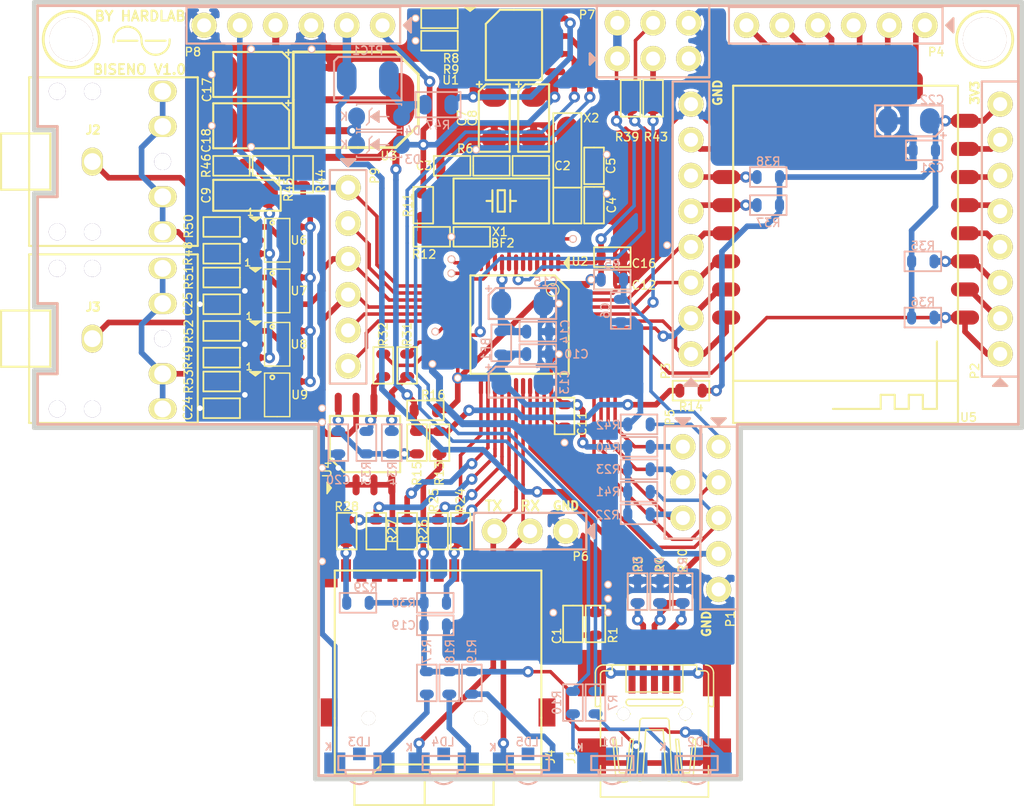
<source format=kicad_pcb>
(kicad_pcb (version 3) (host pcbnew "(2013-07-07 BZR 4022)-stable")

  (general
    (links 300)
    (no_connects 0)
    (area 24.225999 62.42574 97.300001 120.274001)
    (thickness 1.6)
    (drawings 56)
    (tracks 967)
    (zones 0)
    (modules 145)
    (nets 100)
  )

  (page A4)
  (layers
    (15 F.Cu signal)
    (0 B.Cu signal hide)
    (18 B.Paste user hide)
    (19 F.Paste user hide)
    (20 B.SilkS user hide)
    (21 F.SilkS user)
    (22 B.Mask user)
    (23 F.Mask user)
    (28 Edge.Cuts user)
  )

  (setup
    (last_trace_width 0.25)
    (user_trace_width 0.4)
    (user_trace_width 0.5)
    (user_trace_width 0.6)
    (user_trace_width 0.8)
    (user_trace_width 1)
    (user_trace_width 1.2)
    (trace_clearance 0.199)
    (zone_clearance 0.3)
    (zone_45_only no)
    (trace_min 0.2)
    (segment_width 0.2)
    (edge_width 0.3)
    (via_size 0.8)
    (via_drill 0.4)
    (via_min_size 0.2)
    (via_min_drill 0.2)
    (user_via 1 0.5)
    (user_via 2 1)
    (uvia_size 0.508)
    (uvia_drill 0.127)
    (uvias_allowed no)
    (uvia_min_size 0.508)
    (uvia_min_drill 0.127)
    (pcb_text_width 0.3)
    (pcb_text_size 1 1)
    (mod_edge_width 0.15)
    (mod_text_size 0.6 0.6)
    (mod_text_width 0.15)
    (pad_size 2 1.5)
    (pad_drill 1.2)
    (pad_to_mask_clearance 0)
    (aux_axis_origin 0 0)
    (visible_elements 7FFFFD9F)
    (pcbplotparams
      (layerselection 284983297)
      (usegerberextensions true)
      (excludeedgelayer true)
      (linewidth 0.150000)
      (plotframeref false)
      (viasonmask false)
      (mode 1)
      (useauxorigin false)
      (hpglpennumber 1)
      (hpglpenspeed 20)
      (hpglpendiameter 15)
      (hpglpenoverlay 2)
      (psnegative false)
      (psa4output false)
      (plotreference true)
      (plotvalue true)
      (plotothertext true)
      (plotinvisibletext false)
      (padsonsilk false)
      (subtractmaskfromsilk false)
      (outputformat 1)
      (mirror false)
      (drillshape 0)
      (scaleselection 1)
      (outputdirectory Gerber/))
  )

  (net 0 "")
  (net 1 /3V3)
  (net 2 /3V3_AMP)
  (net 3 /3V3_AN)
  (net 4 /3V3_ESP)
  (net 5 /3V3_MCU)
  (net 6 /3V3_MEM1)
  (net 7 /3V3_SD)
  (net 8 /5V)
  (net 9 /5V_BUS)
  (net 10 /BOOT0)
  (net 11 /BOOT1)
  (net 12 /CD)
  (net 13 /D+)
  (net 14 /D-)
  (net 15 /DAC)
  (net 16 /ESP_BOOT)
  (net 17 /ESP_CS)
  (net 18 /ESP_EN)
  (net 19 /ESP_IO1)
  (net 20 /ESP_IO2)
  (net 21 /ESP_MISO)
  (net 22 /ESP_MOSI)
  (net 23 /ESP_RESET)
  (net 24 /ESP_RX)
  (net 25 /ESP_SCK)
  (net 26 /ESP_TX)
  (net 27 /ESP_TX2)
  (net 28 /ESP_WAKE)
  (net 29 /JRST)
  (net 30 /JTDI)
  (net 31 /JTDO)
  (net 32 /MEM_SCL)
  (net 33 /MEM_SDA)
  (net 34 /RESET_MCU)
  (net 35 /SD_CD)
  (net 36 /SD_CK)
  (net 37 /SD_CS1)
  (net 38 /SD_MISO)
  (net 39 /SD_MOSI)
  (net 40 /SWCLK)
  (net 41 /SWDIO)
  (net 42 /UART_RX)
  (net 43 /UART_TX)
  (net 44 /Vbat)
  (net 45 /Vref)
  (net 46 /XIN)
  (net 47 /XIN32)
  (net 48 /XOUT)
  (net 49 /XOUT32)
  (net 50 /an1)
  (net 51 /an2)
  (net 52 /an3)
  (net 53 /an4)
  (net 54 AGND)
  (net 55 N-000001)
  (net 56 N-0000012)
  (net 57 N-0000017)
  (net 58 N-0000019)
  (net 59 N-000002)
  (net 60 N-0000020)
  (net 61 N-0000022)
  (net 62 N-0000023)
  (net 63 N-0000024)
  (net 64 N-0000026)
  (net 65 N-0000028)
  (net 66 N-0000029)
  (net 67 N-000003)
  (net 68 N-0000031)
  (net 69 N-0000032)
  (net 70 N-0000033)
  (net 71 N-0000043)
  (net 72 N-0000046)
  (net 73 N-0000047)
  (net 74 N-0000049)
  (net 75 N-0000050)
  (net 76 N-0000051)
  (net 77 N-0000052)
  (net 78 N-0000054)
  (net 79 N-0000055)
  (net 80 N-0000057)
  (net 81 N-0000058)
  (net 82 N-000006)
  (net 83 N-0000063)
  (net 84 N-0000067)
  (net 85 N-0000069)
  (net 86 N-000007)
  (net 87 N-0000070)
  (net 88 N-0000071)
  (net 89 N-0000072)
  (net 90 N-0000073)
  (net 91 N-0000074)
  (net 92 N-0000075)
  (net 93 N-0000076)
  (net 94 N-0000077)
  (net 95 N-0000078)
  (net 96 N-0000079)
  (net 97 N-000008)
  (net 98 N-0000080)
  (net 99 N-0000081)

  (net_class Default "Esta é a classe de net default."
    (clearance 0.199)
    (trace_width 0.25)
    (via_dia 0.8)
    (via_drill 0.4)
    (uvia_dia 0.508)
    (uvia_drill 0.127)
    (add_net "")
    (add_net /3V3)
    (add_net /3V3_AMP)
    (add_net /3V3_AN)
    (add_net /3V3_ESP)
    (add_net /3V3_MCU)
    (add_net /3V3_MEM1)
    (add_net /3V3_SD)
    (add_net /5V)
    (add_net /5V_BUS)
    (add_net /BOOT0)
    (add_net /BOOT1)
    (add_net /CD)
    (add_net /D+)
    (add_net /D-)
    (add_net /DAC)
    (add_net /ESP_BOOT)
    (add_net /ESP_CS)
    (add_net /ESP_EN)
    (add_net /ESP_IO1)
    (add_net /ESP_IO2)
    (add_net /ESP_MISO)
    (add_net /ESP_MOSI)
    (add_net /ESP_RESET)
    (add_net /ESP_RX)
    (add_net /ESP_SCK)
    (add_net /ESP_TX)
    (add_net /ESP_TX2)
    (add_net /ESP_WAKE)
    (add_net /JRST)
    (add_net /JTDI)
    (add_net /JTDO)
    (add_net /MEM_SCL)
    (add_net /MEM_SDA)
    (add_net /RESET_MCU)
    (add_net /SD_CD)
    (add_net /SD_CK)
    (add_net /SD_CS1)
    (add_net /SD_MISO)
    (add_net /SD_MOSI)
    (add_net /SWCLK)
    (add_net /SWDIO)
    (add_net /UART_RX)
    (add_net /UART_TX)
    (add_net /Vbat)
    (add_net /Vref)
    (add_net /XIN)
    (add_net /XIN32)
    (add_net /XOUT)
    (add_net /XOUT32)
    (add_net /an1)
    (add_net /an2)
    (add_net /an3)
    (add_net /an4)
    (add_net AGND)
    (add_net N-000001)
    (add_net N-0000012)
    (add_net N-0000017)
    (add_net N-0000019)
    (add_net N-000002)
    (add_net N-0000020)
    (add_net N-0000022)
    (add_net N-0000023)
    (add_net N-0000024)
    (add_net N-0000026)
    (add_net N-0000028)
    (add_net N-0000029)
    (add_net N-000003)
    (add_net N-0000031)
    (add_net N-0000032)
    (add_net N-0000033)
    (add_net N-0000043)
    (add_net N-0000046)
    (add_net N-0000047)
    (add_net N-0000049)
    (add_net N-0000050)
    (add_net N-0000051)
    (add_net N-0000052)
    (add_net N-0000054)
    (add_net N-0000055)
    (add_net N-0000057)
    (add_net N-0000058)
    (add_net N-000006)
    (add_net N-0000063)
    (add_net N-0000067)
    (add_net N-0000069)
    (add_net N-000007)
    (add_net N-0000070)
    (add_net N-0000071)
    (add_net N-0000072)
    (add_net N-0000073)
    (add_net N-0000074)
    (add_net N-0000075)
    (add_net N-0000076)
    (add_net N-0000077)
    (add_net N-0000078)
    (add_net N-0000079)
    (add_net N-000008)
    (add_net N-0000080)
    (add_net N-0000081)
  )

  (module furo3 (layer F.Cu) (tedit 55DC7C0A) (tstamp 564E0E8E)
    (at 94.5 65.5)
    (path /5630BD4A)
    (attr virtual)
    (fp_text reference H1 (at 0 0) (layer F.SilkS) hide
      (effects (font (size 0.29972 0.29972) (thickness 0.0762)))
    )
    (fp_text value FURO (at 0 0.70104) (layer F.SilkS) hide
      (effects (font (size 0.29972 0.29972) (thickness 0.0762)))
    )
    (fp_circle (center 0 0) (end 1.99898 0) (layer F.SilkS) (width 0.20066))
    (pad 1 thru_hole circle (at 0 0) (size 3.1 3.1) (drill 3.1)
      (layers *.SilkS *.Mask F.Cu)
      (clearance 0.50038)
    )
  )

  (module furo3 (layer F.Cu) (tedit 55DC7C0A) (tstamp 564E0E94)
    (at 29.5 65.5)
    (path /5630BD59)
    (attr virtual)
    (fp_text reference H2 (at 0 0) (layer F.SilkS) hide
      (effects (font (size 0.29972 0.29972) (thickness 0.0762)))
    )
    (fp_text value FURO (at 0 0.70104) (layer F.SilkS) hide
      (effects (font (size 0.29972 0.29972) (thickness 0.0762)))
    )
    (fp_circle (center 0 0) (end 1.99898 0) (layer F.SilkS) (width 0.20066))
    (pad 1 thru_hole circle (at 0 0) (size 3.1 3.1) (drill 3.1)
      (layers *.SilkS *.Mask F.Cu)
      (clearance 0.50038)
    )
  )

  (module via (layer F.Cu) (tedit 55DEF6C8) (tstamp 5742FE9D)
    (at 67.7 106.3)
    (path /5630DC41)
    (attr virtual)
    (fp_text reference V25 (at 0 -0.35052) (layer F.SilkS) hide
      (effects (font (size 0.127 0.127) (thickness 0.03175)))
    )
    (fp_text value VIA (at 0 0.35052) (layer F.SilkS) hide
      (effects (font (size 0.127 0.127) (thickness 0.03302)))
    )
    (pad 1 thru_hole circle (at 0 0) (size 0.55 0.55) (drill 0.4)
      (layers *.Cu *.Paste *.SilkS *.Mask)
      (net 54 AGND)
      (clearance 0.0508)
      (zone_connect 2)
      (thermal_width 0.1)
      (thermal_gap 0.1)
    )
  )

  (module via (layer F.Cu) (tedit 55DEF6C8) (tstamp 5742FEAC)
    (at 57 89.6)
    (path /5630F601)
    (attr virtual)
    (fp_text reference V29 (at 0 -0.35052) (layer F.SilkS) hide
      (effects (font (size 0.127 0.127) (thickness 0.03175)))
    )
    (fp_text value VIA (at 0 0.35052) (layer F.SilkS) hide
      (effects (font (size 0.127 0.127) (thickness 0.03302)))
    )
    (pad 1 thru_hole circle (at 0 0) (size 0.55 0.55) (drill 0.4)
      (layers *.Cu *.Paste *.SilkS *.Mask)
      (net 5 /3V3_MCU)
      (clearance 0.0508)
      (zone_connect 2)
      (thermal_width 0.1)
      (thermal_gap 0.1)
    )
  )

  (module via (layer F.Cu) (tedit 55DEF6C8) (tstamp 5742FEB6)
    (at 64.6 94.2)
    (path /5630EADB)
    (attr virtual)
    (fp_text reference V15 (at 0 -0.35052) (layer F.SilkS) hide
      (effects (font (size 0.127 0.127) (thickness 0.03175)))
    )
    (fp_text value VIA (at 0 0.35052) (layer F.SilkS) hide
      (effects (font (size 0.127 0.127) (thickness 0.03302)))
    )
    (pad 1 thru_hole circle (at 0 0) (size 0.55 0.55) (drill 0.4)
      (layers *.Cu *.Paste *.SilkS *.Mask)
      (net 54 AGND)
      (clearance 0.0508)
      (zone_connect 2)
      (thermal_width 0.1)
      (thermal_gap 0.1)
    )
  )

  (module via (layer F.Cu) (tedit 55DEF6C8) (tstamp 5742FEBB)
    (at 66.5 82.6)
    (path /5630F443)
    (attr virtual)
    (fp_text reference V27 (at 0 -0.35052) (layer F.SilkS) hide
      (effects (font (size 0.127 0.127) (thickness 0.03175)))
    )
    (fp_text value VIA (at 0 0.35052) (layer F.SilkS) hide
      (effects (font (size 0.127 0.127) (thickness 0.03302)))
    )
    (pad 1 thru_hole circle (at 0 0) (size 0.55 0.55) (drill 0.4)
      (layers *.Cu *.Paste *.SilkS *.Mask)
      (net 5 /3V3_MCU)
      (clearance 0.0508)
      (zone_connect 2)
      (thermal_width 0.1)
      (thermal_gap 0.1)
    )
  )

  (module via (layer F.Cu) (tedit 55DEF6C8) (tstamp 5742FEC0)
    (at 63.8 106.3)
    (path /5630C8B7)
    (attr virtual)
    (fp_text reference V16 (at 0 -0.35052) (layer F.SilkS) hide
      (effects (font (size 0.127 0.127) (thickness 0.03175)))
    )
    (fp_text value VIA (at 0 0.35052) (layer F.SilkS) hide
      (effects (font (size 0.127 0.127) (thickness 0.03302)))
    )
    (pad 1 thru_hole circle (at 0 0) (size 0.55 0.55) (drill 0.4)
      (layers *.Cu *.Paste *.SilkS *.Mask)
      (net 54 AGND)
      (clearance 0.0508)
      (zone_connect 2)
      (thermal_width 0.1)
      (thermal_gap 0.1)
    )
  )

  (module via (layer F.Cu) (tedit 55DEF6C8) (tstamp 5742FECF)
    (at 39.5 68)
    (path /5630EEBA)
    (attr virtual)
    (fp_text reference V24 (at 0 -0.35052) (layer F.SilkS) hide
      (effects (font (size 0.127 0.127) (thickness 0.03175)))
    )
    (fp_text value VIA (at 0 0.35052) (layer F.SilkS) hide
      (effects (font (size 0.127 0.127) (thickness 0.03302)))
    )
    (pad 1 thru_hole circle (at 0 0) (size 0.55 0.55) (drill 0.4)
      (layers *.Cu *.Paste *.SilkS *.Mask)
      (net 54 AGND)
      (clearance 0.0508)
      (zone_connect 2)
      (thermal_width 0.1)
      (thermal_gap 0.1)
    )
  )

  (module via (layer F.Cu) (tedit 55DEF6C8) (tstamp 5742FED4)
    (at 47.35 92.75)
    (path /5630D864)
    (attr virtual)
    (fp_text reference V23 (at 0 -0.35052) (layer F.SilkS) hide
      (effects (font (size 0.127 0.127) (thickness 0.03175)))
    )
    (fp_text value VIA (at 0 0.35052) (layer F.SilkS) hide
      (effects (font (size 0.127 0.127) (thickness 0.03302)))
    )
    (pad 1 thru_hole circle (at 0 0) (size 0.55 0.55) (drill 0.4)
      (layers *.Cu *.Paste *.SilkS *.Mask)
      (net 54 AGND)
      (clearance 0.0508)
      (zone_connect 2)
      (thermal_width 0.1)
      (thermal_gap 0.1)
    )
  )

  (module via (layer F.Cu) (tedit 55DEF6C8) (tstamp 5742FED9)
    (at 47.35 91.75)
    (path /5630EEB4)
    (attr virtual)
    (fp_text reference V22 (at 0 -0.35052) (layer F.SilkS) hide
      (effects (font (size 0.127 0.127) (thickness 0.03175)))
    )
    (fp_text value VIA (at 0 0.35052) (layer F.SilkS) hide
      (effects (font (size 0.127 0.127) (thickness 0.03302)))
    )
    (pad 1 thru_hole circle (at 0 0) (size 0.55 0.55) (drill 0.4)
      (layers *.Cu *.Paste *.SilkS *.Mask)
      (net 54 AGND)
      (clearance 0.0508)
      (zone_connect 2)
      (thermal_width 0.1)
      (thermal_gap 0.1)
    )
  )

  (module via (layer F.Cu) (tedit 55DEF6C8) (tstamp 5742FEDE)
    (at 47.35 96)
    (path /5630C8CA)
    (attr virtual)
    (fp_text reference V21 (at 0 -0.35052) (layer F.SilkS) hide
      (effects (font (size 0.127 0.127) (thickness 0.03175)))
    )
    (fp_text value VIA (at 0 0.35052) (layer F.SilkS) hide
      (effects (font (size 0.127 0.127) (thickness 0.03302)))
    )
    (pad 1 thru_hole circle (at 0 0) (size 0.55 0.55) (drill 0.4)
      (layers *.Cu *.Paste *.SilkS *.Mask)
      (net 54 AGND)
      (clearance 0.0508)
      (zone_connect 2)
      (thermal_width 0.1)
      (thermal_gap 0.1)
    )
  )

  (module via (layer F.Cu) (tedit 55DEF6C8) (tstamp 5742FEE3)
    (at 67.7 105.3)
    (path /5630EEAE)
    (attr virtual)
    (fp_text reference V20 (at 0 -0.35052) (layer F.SilkS) hide
      (effects (font (size 0.127 0.127) (thickness 0.03175)))
    )
    (fp_text value VIA (at 0 0.35052) (layer F.SilkS) hide
      (effects (font (size 0.127 0.127) (thickness 0.03302)))
    )
    (pad 1 thru_hole circle (at 0 0) (size 0.55 0.55) (drill 0.4)
      (layers *.Cu *.Paste *.SilkS *.Mask)
      (net 54 AGND)
      (clearance 0.0508)
      (zone_connect 2)
      (thermal_width 0.1)
      (thermal_gap 0.1)
    )
  )

  (module via (layer F.Cu) (tedit 55DEF6C8) (tstamp 5742FEE8)
    (at 67.6 76.5)
    (path /5630C8C4)
    (attr virtual)
    (fp_text reference V19 (at 0 -0.35052) (layer F.SilkS) hide
      (effects (font (size 0.127 0.127) (thickness 0.03175)))
    )
    (fp_text value VIA (at 0 0.35052) (layer F.SilkS) hide
      (effects (font (size 0.127 0.127) (thickness 0.03302)))
    )
    (pad 1 thru_hole circle (at 0 0) (size 0.55 0.55) (drill 0.4)
      (layers *.Cu *.Paste *.SilkS *.Mask)
      (net 54 AGND)
      (clearance 0.0508)
      (zone_connect 2)
      (thermal_width 0.1)
      (thermal_gap 0.1)
    )
  )

  (module via (layer F.Cu) (tedit 55DEF6C8) (tstamp 5742FEED)
    (at 67.6 73.7)
    (path /5630EAE1)
    (attr virtual)
    (fp_text reference V18 (at 0 -0.35052) (layer F.SilkS) hide
      (effects (font (size 0.127 0.127) (thickness 0.03175)))
    )
    (fp_text value VIA (at 0 0.35052) (layer F.SilkS) hide
      (effects (font (size 0.127 0.127) (thickness 0.03302)))
    )
    (pad 1 thru_hole circle (at 0 0) (size 0.55 0.55) (drill 0.4)
      (layers *.Cu *.Paste *.SilkS *.Mask)
      (net 54 AGND)
      (clearance 0.0508)
      (zone_connect 2)
      (thermal_width 0.1)
      (thermal_gap 0.1)
    )
  )

  (module via (layer F.Cu) (tedit 55DEF6C8) (tstamp 5742FEF7)
    (at 46.6 66.2)
    (path /5630E549)
    (attr virtual)
    (fp_text reference V12 (at 0 -0.35052) (layer F.SilkS) hide
      (effects (font (size 0.127 0.127) (thickness 0.03175)))
    )
    (fp_text value VIA (at 0 0.35052) (layer F.SilkS) hide
      (effects (font (size 0.127 0.127) (thickness 0.03302)))
    )
    (pad 1 thru_hole circle (at 0 0) (size 0.55 0.55) (drill 0.4)
      (layers *.Cu *.Paste *.SilkS *.Mask)
      (net 54 AGND)
      (clearance 0.0508)
      (zone_connect 2)
      (thermal_width 0.1)
      (thermal_gap 0.1)
    )
  )

  (module via (layer F.Cu) (tedit 55DEF6C8) (tstamp 5742FF01)
    (at 39.5 71.65)
    (path /5630D50C)
    (attr virtual)
    (fp_text reference V10 (at 0 -0.35052) (layer F.SilkS) hide
      (effects (font (size 0.127 0.127) (thickness 0.03175)))
    )
    (fp_text value VIA (at 0 0.35052) (layer F.SilkS) hide
      (effects (font (size 0.127 0.127) (thickness 0.03302)))
    )
    (pad 1 thru_hole circle (at 0 0) (size 0.55 0.55) (drill 0.4)
      (layers *.Cu *.Paste *.SilkS *.Mask)
      (net 54 AGND)
      (clearance 0.0508)
      (zone_connect 2)
      (thermal_width 0.1)
      (thermal_gap 0.1)
    )
  )

  (module via (layer F.Cu) (tedit 55DEF6C8) (tstamp 5742FF0B)
    (at 55.2 88.6)
    (path /5630C8A8)
    (attr virtual)
    (fp_text reference V13 (at 0 -0.35052) (layer F.SilkS) hide
      (effects (font (size 0.127 0.127) (thickness 0.03175)))
    )
    (fp_text value VIA (at 0 0.35052) (layer F.SilkS) hide
      (effects (font (size 0.127 0.127) (thickness 0.03302)))
    )
    (pad 1 thru_hole circle (at 0 0) (size 0.55 0.55) (drill 0.4)
      (layers *.Cu *.Paste *.SilkS *.Mask)
      (net 54 AGND)
      (clearance 0.0508)
      (zone_connect 2)
      (thermal_width 0.1)
      (thermal_gap 0.1)
    )
  )

  (module via (layer F.Cu) (tedit 55DEF6C8) (tstamp 5742FF10)
    (at 56.55 79.55)
    (path /5630E543)
    (attr virtual)
    (fp_text reference V9 (at 0 -0.35052) (layer F.SilkS) hide
      (effects (font (size 0.127 0.127) (thickness 0.03175)))
    )
    (fp_text value VIA (at 0 0.35052) (layer F.SilkS) hide
      (effects (font (size 0.127 0.127) (thickness 0.03302)))
    )
    (pad 1 thru_hole circle (at 0 0) (size 0.55 0.55) (drill 0.4)
      (layers *.Cu *.Paste *.SilkS *.Mask)
      (net 54 AGND)
      (clearance 0.0508)
      (zone_connect 2)
      (thermal_width 0.1)
      (thermal_gap 0.1)
    )
  )

  (module via (layer F.Cu) (tedit 55DEF6C8) (tstamp 5742FF15)
    (at 54 65.6)
    (path /5630D512)
    (attr virtual)
    (fp_text reference V7 (at 0 -0.35052) (layer F.SilkS) hide
      (effects (font (size 0.127 0.127) (thickness 0.03175)))
    )
    (fp_text value VIA (at 0 0.35052) (layer F.SilkS) hide
      (effects (font (size 0.127 0.127) (thickness 0.03302)))
    )
    (pad 1 thru_hole circle (at 0 0) (size 0.55 0.55) (drill 0.4)
      (layers *.Cu *.Paste *.SilkS *.Mask)
      (net 54 AGND)
      (clearance 0.0508)
      (zone_connect 2)
      (thermal_width 0.1)
      (thermal_gap 0.1)
    )
  )

  (module via (layer F.Cu) (tedit 55DEF6C8) (tstamp 5742FF1F)
    (at 64.2 84.3)
    (path /5630DFB5)
    (attr virtual)
    (fp_text reference V6 (at 0 -0.35052) (layer F.SilkS) hide
      (effects (font (size 0.127 0.127) (thickness 0.03175)))
    )
    (fp_text value VIA (at 0 0.35052) (layer F.SilkS) hide
      (effects (font (size 0.127 0.127) (thickness 0.03302)))
    )
    (pad 1 thru_hole circle (at 0 0) (size 0.55 0.55) (drill 0.4)
      (layers *.Cu *.Paste *.SilkS *.Mask)
      (net 54 AGND)
      (clearance 0.0508)
      (zone_connect 2)
      (thermal_width 0.1)
      (thermal_gap 0.1)
    )
  )

  (module via (layer F.Cu) (tedit 55DEF6C8) (tstamp 5742FF29)
    (at 54 64)
    (path /5630DC47)
    (attr virtual)
    (fp_text reference V4 (at 0 -0.35052) (layer F.SilkS) hide
      (effects (font (size 0.127 0.127) (thickness 0.03175)))
    )
    (fp_text value VIA (at 0 0.35052) (layer F.SilkS) hide
      (effects (font (size 0.127 0.127) (thickness 0.03302)))
    )
    (pad 1 thru_hole circle (at 0 0) (size 0.55 0.55) (drill 0.4)
      (layers *.Cu *.Paste *.SilkS *.Mask)
      (net 54 AGND)
      (clearance 0.0508)
      (zone_connect 2)
      (thermal_width 0.1)
      (thermal_gap 0.1)
    )
  )

  (module SOIC-8 (layer F.Cu) (tedit 575808F3) (tstamp 5742FFB4)
    (at 50.4 94.3 90)
    (path /56264782)
    (attr smd)
    (fp_text reference U4 (at -1.8 -2.7 90) (layer F.SilkS)
      (effects (font (size 0.6 0.6) (thickness 0.1)))
    )
    (fp_text value 24LC64 (at 0 2.25 90) (layer F.SilkS) hide
      (effects (font (size 0.29972 0.29972) (thickness 0.0508)))
    )
    (fp_line (start -2 -1.5) (end -2 2.5) (layer F.SilkS) (width 0.15))
    (fp_line (start -1 -2.5) (end 0 -2.5) (layer F.SilkS) (width 0.15))
    (fp_line (start -1 -2.5) (end -2 -1.5) (layer F.SilkS) (width 0.15))
    (fp_line (start -2 2.5) (end 2 2.5) (layer F.SilkS) (width 0.15))
    (fp_line (start 2 2.5) (end 2 -2.5) (layer F.SilkS) (width 0.15))
    (fp_line (start 2 -2.5) (end 0 -2.5) (layer F.SilkS) (width 0.15))
    (fp_line (start -3.07354 -2.50016) (end -3.1726 -2.50016) (layer F.SilkS) (width 0.1016))
    (fp_line (start -3.02274 -2.55096) (end -3.2234 -2.55096) (layer F.SilkS) (width 0.1016))
    (fp_line (start -2.97194 -2.59922) (end -3.2742 -2.59922) (layer F.SilkS) (width 0.1016))
    (fp_line (start -2.87288 -2.65002) (end -3.32246 -2.65002) (layer F.SilkS) (width 0.1016))
    (fp_line (start -3.1218 -2.4011) (end -2.72302 -2.70082) (layer F.SilkS) (width 0.1016))
    (fp_line (start -2.72302 -2.70082) (end -3.52312 -2.70082) (layer F.SilkS) (width 0.1016))
    (fp_line (start -3.52312 -2.70082) (end -3.1218 -2.4011) (layer F.SilkS) (width 0.1016))
    (pad 5 smd oval (at 2.9 1.905) (size 0.5 1.5)
      (layers F.Cu F.Paste F.Mask)
      (net 98 N-0000080)
    )
    (pad 6 smd oval (at 2.9 0.635) (size 0.5 1.5)
      (layers F.Cu F.Paste F.Mask)
      (net 96 N-0000079)
    )
    (pad 7 smd oval (at 2.9 -0.635) (size 0.5 1.5)
      (layers F.Cu F.Paste F.Mask)
      (net 54 AGND)
    )
    (pad 8 smd oval (at 2.9 -1.905) (size 0.5 1.5)
      (layers F.Cu F.Paste F.Mask)
      (net 6 /3V3_MEM1)
    )
    (pad 1 smd oval (at -2.9 -1.905) (size 0.5 1.5)
      (layers F.Cu F.Paste F.Mask)
      (net 54 AGND)
    )
    (pad 2 smd oval (at -2.9 -0.635) (size 0.5 1.5)
      (layers F.Cu F.Paste F.Mask)
      (net 54 AGND)
    )
    (pad 3 smd oval (at -2.9 0.635) (size 0.5 1.5)
      (layers F.Cu F.Paste F.Mask)
      (net 54 AGND)
    )
    (pad 4 smd oval (at -2.9 1.905) (size 0.5 1.5)
      (layers F.Cu F.Paste F.Mask)
      (net 54 AGND)
    )
    (model Neurotec\smd\cms_so8.wrl
      (at (xyz 0 0 0))
      (scale (xyz 0.5 0.4 0.4))
      (rotate (xyz 0 0 0))
    )
  )

  (module SOD-123 (layer B.Cu) (tedit 575815E1) (tstamp 5742FFE9)
    (at 51.4 73)
    (tags "CMS SM")
    (path /5625A7C1)
    (attr smd)
    (fp_text reference D3 (at 2.4 1.05) (layer B.SilkS)
      (effects (font (size 0.6 0.6) (thickness 0.1)) (justify mirror))
    )
    (fp_text value DIODE (at 0 -0.8001) (layer B.SilkS) hide
      (effects (font (size 0.20066 0.20066) (thickness 0.03048)) (justify mirror))
    )
    (fp_line (start -0.6 0) (end 0.7 0) (layer B.SilkS) (width 0.09906))
    (fp_line (start -0.4 -0.1) (end -0.4 0.1) (layer B.SilkS) (width 0.09906))
    (fp_line (start -0.3 0.2) (end -0.3 -0.2) (layer B.SilkS) (width 0.09906))
    (fp_line (start -0.2 -0.25) (end -0.2 0.25) (layer B.SilkS) (width 0.09906))
    (fp_line (start -0.1 0.3) (end -0.1 -0.3) (layer B.SilkS) (width 0.09906))
    (fp_line (start -0.7 -0.4) (end -0.5 -0.6) (layer B.SilkS) (width 0.09906))
    (fp_line (start -0.7 0) (end -0.7 -0.4) (layer B.SilkS) (width 0.09906))
    (fp_line (start -0.7 0) (end -0.7 0.4) (layer B.SilkS) (width 0.09906))
    (fp_line (start -0.7 0.4) (end -0.9 0.6) (layer B.SilkS) (width 0.09906))
    (fp_line (start 0 0) (end 0 0.4) (layer B.SilkS) (width 0.09906))
    (fp_line (start 0 0.4) (end -0.6 0) (layer B.SilkS) (width 0.09906))
    (fp_line (start -0.6 0) (end 0 -0.4) (layer B.SilkS) (width 0.09906))
    (fp_line (start 0 -0.4) (end 0 0) (layer B.SilkS) (width 0.09906))
    (fp_line (start 0 -0.9) (end 1.6 -0.9) (layer B.SilkS) (width 0.09906))
    (fp_line (start 1.6 -0.9) (end 1.6 -0.8) (layer B.SilkS) (width 0.09906))
    (fp_line (start 0 -0.9) (end -1.6 -0.9) (layer B.SilkS) (width 0.09906))
    (fp_line (start -1.6 -0.9) (end -1.6 -0.8) (layer B.SilkS) (width 0.09906))
    (fp_line (start 0 0.9) (end 1.6 0.9) (layer B.SilkS) (width 0.09906))
    (fp_line (start 1.6 0.9) (end 1.6 0.8) (layer B.SilkS) (width 0.09906))
    (fp_line (start 0 0.9) (end -1.6 0.9) (layer B.SilkS) (width 0.09906))
    (fp_line (start -1.6 0.9) (end -1.6 0.8) (layer B.SilkS) (width 0.09906))
    (fp_text user K (at -2.5 0) (layer B.SilkS)
      (effects (font (size 0.59944 0.59944) (thickness 0.09906)) (justify mirror))
    )
    (pad 1 smd oval (at -1.6 0) (size 1.2 1.3)
      (layers B.Cu B.Paste B.Mask)
      (net 73 N-0000047)
    )
    (pad 2 smd oval (at 1.6 0) (size 1.2 1.3)
      (layers B.Cu B.Paste B.Mask)
      (net 44 /Vbat)
    )
    (model smd/chip_cms.wrl
      (at (xyz 0 0 0))
      (scale (xyz 0.21 0.3 0.2))
      (rotate (xyz 0 0 0))
    )
  )

  (module SM3216 (layer F.Cu) (tedit 57506054) (tstamp 57430062)
    (at 62.4 71.1 270)
    (tags "CMS SM")
    (path /57430259)
    (attr smd)
    (fp_text reference C8 (at 0 4.35 270) (layer F.SilkS)
      (effects (font (size 0.59944 0.59944) (thickness 0.09906)))
    )
    (fp_text value 10uf (at 0 0.8001 270) (layer F.SilkS) hide
      (effects (font (size 0.20066 0.20066) (thickness 0.03048)))
    )
    (fp_line (start -2.4003 -1.09982) (end -2.4003 0.59944) (layer F.SilkS) (width 0.15))
    (fp_line (start -2.4003 0.59944) (end -1.89992 1.09982) (layer F.SilkS) (width 0.15))
    (fp_line (start -1.89992 1.09982) (end 2.4003 1.09982) (layer F.SilkS) (width 0.15))
    (fp_line (start 0 -1.09982) (end 2.4003 -1.09982) (layer F.SilkS) (width 0.15))
    (fp_line (start 2.4003 -1.09982) (end 2.4003 1.09982) (layer F.SilkS) (width 0.15))
    (fp_line (start 0 -1.09982) (end -2.4003 -1.09982) (layer F.SilkS) (width 0.15))
    (fp_text user + (at -2.4003 1.09982 270) (layer F.SilkS)
      (effects (font (size 0.50038 0.50038) (thickness 0.12446)))
    )
    (pad 1 smd oval (at -1.5 0 270) (size 1.4 1.8)
      (layers F.Cu F.Paste F.Mask)
      (net 44 /Vbat)
    )
    (pad 2 smd oval (at 1.5 0 270) (size 1.4 1.8)
      (layers F.Cu F.Paste F.Mask)
      (net 54 AGND)
    )
    (model smd\capacitors\C0805.wrl
      (at (xyz 0 0 0))
      (scale (xyz 0.7 0.6 1))
      (rotate (xyz 0 0 0))
    )
  )

  (module SM3216 (layer F.Cu) (tedit 57506051) (tstamp 5743006F)
    (at 59.6 71.1 270)
    (tags "CMS SM")
    (path /5743029A)
    (attr smd)
    (fp_text reference C7 (at 0 2.3 270) (layer F.SilkS)
      (effects (font (size 0.59944 0.59944) (thickness 0.09906)))
    )
    (fp_text value 10uf (at 0 0.8001 270) (layer F.SilkS) hide
      (effects (font (size 0.20066 0.20066) (thickness 0.03048)))
    )
    (fp_line (start -2.4003 -1.09982) (end -2.4003 0.59944) (layer F.SilkS) (width 0.15))
    (fp_line (start -2.4003 0.59944) (end -1.89992 1.09982) (layer F.SilkS) (width 0.15))
    (fp_line (start -1.89992 1.09982) (end 2.4003 1.09982) (layer F.SilkS) (width 0.15))
    (fp_line (start 0 -1.09982) (end 2.4003 -1.09982) (layer F.SilkS) (width 0.15))
    (fp_line (start 2.4003 -1.09982) (end 2.4003 1.09982) (layer F.SilkS) (width 0.15))
    (fp_line (start 0 -1.09982) (end -2.4003 -1.09982) (layer F.SilkS) (width 0.15))
    (fp_text user + (at -2.4003 1.09982 270) (layer F.SilkS)
      (effects (font (size 0.50038 0.50038) (thickness 0.12446)))
    )
    (pad 1 smd oval (at -1.5 0 270) (size 1.4 1.8)
      (layers F.Cu F.Paste F.Mask)
      (net 76 N-0000051)
    )
    (pad 2 smd oval (at 1.5 0 270) (size 1.4 1.8)
      (layers F.Cu F.Paste F.Mask)
      (net 54 AGND)
    )
    (model smd\capacitors\C0805.wrl
      (at (xyz 0 0 0))
      (scale (xyz 0.7 0.6 1))
      (rotate (xyz 0 0 0))
    )
  )

  (module SM1210 (layer B.Cu) (tedit 57506107) (tstamp 57430094)
    (at 50.6 68.3)
    (tags "CMS SM")
    (path /57433F17)
    (attr smd)
    (fp_text reference PTC1 (at 0 -2) (layer B.SilkS)
      (effects (font (size 0.59944 0.59944) (thickness 0.09906)) (justify mirror))
    )
    (fp_text value 500mA (at 0 -1.89992) (layer B.SilkS) hide
      (effects (font (size 0.29972 0.29972) (thickness 0.0508)) (justify mirror))
    )
    (fp_line (start -2.4003 1.5494) (end -2.4003 -1.24968) (layer B.SilkS) (width 0.15))
    (fp_line (start -2.4003 -1.24968) (end -2.10058 -1.5494) (layer B.SilkS) (width 0.15))
    (fp_line (start -2.10058 -1.5494) (end 2.4003 -1.5494) (layer B.SilkS) (width 0.15))
    (fp_line (start 2.4003 -1.5494) (end 2.4003 1.5494) (layer B.SilkS) (width 0.15))
    (fp_line (start 2.4003 1.5494) (end -2.4003 1.5494) (layer B.SilkS) (width 0.15))
    (pad 1 smd oval (at -1.5 0) (size 1.4 2.5)
      (layers B.Cu B.Paste B.Mask)
      (net 9 /5V_BUS)
    )
    (pad 2 smd oval (at 1.5 0) (size 1.4 2.5)
      (layers B.Cu B.Paste B.Mask)
      (net 8 /5V)
    )
    (model smd/chip_cms.wrl
      (at (xyz 0 0 0))
      (scale (xyz 0.17 0.2 0.17))
      (rotate (xyz 0 0 0))
    )
  )

  (module SM0603 (layer F.Cu) (tedit 57580B51) (tstamp 574300E1)
    (at 55.7 64)
    (path /5748C342)
    (attr smd)
    (fp_text reference R8 (at 0.825 2.85) (layer F.SilkS)
      (effects (font (size 0.6 0.6) (thickness 0.1)))
    )
    (fp_text value "1K 5%" (at 0 0.50038) (layer F.SilkS) hide
      (effects (font (size 0.20066 0.20066) (thickness 0.0508)))
    )
    (fp_line (start 1.30048 0) (end 1.30048 -0.70104) (layer F.SilkS) (width 0.127))
    (fp_line (start 1.30048 -0.70104) (end -1.30048 -0.70104) (layer F.SilkS) (width 0.127))
    (fp_line (start -1.30048 -0.70104) (end -1.30048 0.70104) (layer F.SilkS) (width 0.127))
    (fp_line (start -1.30048 0.70104) (end 1.30048 0.70104) (layer F.SilkS) (width 0.127))
    (fp_line (start 1.30048 0.70104) (end 1.30048 0) (layer F.SilkS) (width 0.127))
    (pad 1 smd oval (at -0.8 0) (size 0.65 1)
      (layers F.Cu F.Paste F.Mask)
      (net 54 AGND)
    )
    (pad 2 smd oval (at 0.8 0) (size 0.65 1)
      (layers F.Cu F.Paste F.Mask)
      (net 92 N-0000075)
    )
    (model smd/chip_cms.wrl
      (at (xyz 0 0 0))
      (scale (xyz 0.08 0.08 0.08))
      (rotate (xyz 0 0 0))
    )
  )

  (module SM0603 (layer B.Cu) (tedit 575061C8) (tstamp 574300F7)
    (at 62.7 87.9)
    (path /55F06753)
    (attr smd)
    (fp_text reference C10 (at 2.75 0) (layer B.SilkS)
      (effects (font (size 0.6 0.6) (thickness 0.1)) (justify mirror))
    )
    (fp_text value "100KpF X7R" (at 0 -0.50038) (layer B.SilkS) hide
      (effects (font (size 0.20066 0.20066) (thickness 0.0508)) (justify mirror))
    )
    (fp_line (start 1.30048 0) (end 1.30048 0.70104) (layer B.SilkS) (width 0.127))
    (fp_line (start 1.30048 0.70104) (end -1.30048 0.70104) (layer B.SilkS) (width 0.127))
    (fp_line (start -1.30048 0.70104) (end -1.30048 -0.70104) (layer B.SilkS) (width 0.127))
    (fp_line (start -1.30048 -0.70104) (end 1.30048 -0.70104) (layer B.SilkS) (width 0.127))
    (fp_line (start 1.30048 -0.70104) (end 1.30048 0) (layer B.SilkS) (width 0.127))
    (pad 1 smd oval (at -0.8 0) (size 0.65 1)
      (layers B.Cu B.Paste B.Mask)
      (net 5 /3V3_MCU)
    )
    (pad 2 smd oval (at 0.8 0) (size 0.65 1)
      (layers B.Cu B.Paste B.Mask)
      (net 54 AGND)
    )
    (model smd/chip_cms.wrl
      (at (xyz 0 0 0))
      (scale (xyz 0.08 0.08 0.08))
      (rotate (xyz 0 0 0))
    )
  )

  (module SM0603 (layer B.Cu) (tedit 55E48764) (tstamp 57430102)
    (at 68 82.6 180)
    (path /561D096F)
    (attr smd)
    (fp_text reference R5 (at 0 1.09982 180) (layer B.SilkS)
      (effects (font (size 0.6 0.6) (thickness 0.1)) (justify mirror))
    )
    (fp_text value "10K 5%" (at 0 -0.50038 180) (layer B.SilkS) hide
      (effects (font (size 0.20066 0.20066) (thickness 0.0508)) (justify mirror))
    )
    (fp_line (start 1.30048 0) (end 1.30048 0.70104) (layer B.SilkS) (width 0.127))
    (fp_line (start 1.30048 0.70104) (end -1.30048 0.70104) (layer B.SilkS) (width 0.127))
    (fp_line (start -1.30048 0.70104) (end -1.30048 -0.70104) (layer B.SilkS) (width 0.127))
    (fp_line (start -1.30048 -0.70104) (end 1.30048 -0.70104) (layer B.SilkS) (width 0.127))
    (fp_line (start 1.30048 -0.70104) (end 1.30048 0) (layer B.SilkS) (width 0.127))
    (pad 1 smd oval (at -0.8 0 180) (size 0.65 1)
      (layers B.Cu B.Paste B.Mask)
      (net 34 /RESET_MCU)
    )
    (pad 2 smd oval (at 0.8 0 180) (size 0.65 1)
      (layers B.Cu B.Paste B.Mask)
      (net 5 /3V3_MCU)
    )
    (model smd/chip_cms.wrl
      (at (xyz 0 0 0))
      (scale (xyz 0.08 0.08 0.08))
      (rotate (xyz 0 0 0))
    )
  )

  (module SM0603 (layer F.Cu) (tedit 5788D7D0) (tstamp 5743010D)
    (at 59.4 74.5 180)
    (path /574876C3)
    (attr smd)
    (fp_text reference R6 (at 1.869 1.221 180) (layer F.SilkS)
      (effects (font (size 0.6 0.6) (thickness 0.1)))
    )
    (fp_text value "10K 5%" (at 0 0.50038 180) (layer F.SilkS) hide
      (effects (font (size 0.20066 0.20066) (thickness 0.0508)))
    )
    (fp_line (start 1.30048 0) (end 1.30048 -0.70104) (layer F.SilkS) (width 0.127))
    (fp_line (start 1.30048 -0.70104) (end -1.30048 -0.70104) (layer F.SilkS) (width 0.127))
    (fp_line (start -1.30048 -0.70104) (end -1.30048 0.70104) (layer F.SilkS) (width 0.127))
    (fp_line (start -1.30048 0.70104) (end 1.30048 0.70104) (layer F.SilkS) (width 0.127))
    (fp_line (start 1.30048 0.70104) (end 1.30048 0) (layer F.SilkS) (width 0.127))
    (pad 1 smd oval (at -0.8 0 180) (size 0.65 1)
      (layers F.Cu F.Paste F.Mask)
      (net 46 /XIN)
    )
    (pad 2 smd oval (at 0.8 0 180) (size 0.65 1)
      (layers F.Cu F.Paste F.Mask)
      (net 48 /XOUT)
    )
    (model smd/chip_cms.wrl
      (at (xyz 0 0 0))
      (scale (xyz 0.08 0.08 0.08))
      (rotate (xyz 0 0 0))
    )
  )

  (module SM0603 (layer B.Cu) (tedit 57506156) (tstamp 57430123)
    (at 52.3 94.2 270)
    (path /56168531)
    (attr smd)
    (fp_text reference R34 (at 2.2 -0.05 270) (layer B.SilkS)
      (effects (font (size 0.6 0.6) (thickness 0.1)) (justify mirror))
    )
    (fp_text value "10K 5%" (at 0 -0.50038 270) (layer B.SilkS) hide
      (effects (font (size 0.20066 0.20066) (thickness 0.0508)) (justify mirror))
    )
    (fp_line (start 1.30048 0) (end 1.30048 0.70104) (layer B.SilkS) (width 0.127))
    (fp_line (start 1.30048 0.70104) (end -1.30048 0.70104) (layer B.SilkS) (width 0.127))
    (fp_line (start -1.30048 0.70104) (end -1.30048 -0.70104) (layer B.SilkS) (width 0.127))
    (fp_line (start -1.30048 -0.70104) (end 1.30048 -0.70104) (layer B.SilkS) (width 0.127))
    (fp_line (start 1.30048 -0.70104) (end 1.30048 0) (layer B.SilkS) (width 0.127))
    (pad 1 smd oval (at -0.8 0 270) (size 0.65 1)
      (layers B.Cu B.Paste B.Mask)
      (net 98 N-0000080)
    )
    (pad 2 smd oval (at 0.8 0 270) (size 0.65 1)
      (layers B.Cu B.Paste B.Mask)
      (net 6 /3V3_MEM1)
    )
    (model smd/chip_cms.wrl
      (at (xyz 0 0 0))
      (scale (xyz 0.08 0.08 0.08))
      (rotate (xyz 0 0 0))
    )
  )

  (module SM0603 (layer F.Cu) (tedit 57580B91) (tstamp 57430144)
    (at 57.2 100.5 270)
    (path /5617F983)
    (attr smd)
    (fp_text reference R24 (at -2.2 0 270) (layer F.SilkS)
      (effects (font (size 0.6 0.6) (thickness 0.1)))
    )
    (fp_text value 0R (at 0 0.50038 270) (layer F.SilkS) hide
      (effects (font (size 0.20066 0.20066) (thickness 0.0508)))
    )
    (fp_line (start 1.30048 0) (end 1.30048 -0.70104) (layer F.SilkS) (width 0.127))
    (fp_line (start 1.30048 -0.70104) (end -1.30048 -0.70104) (layer F.SilkS) (width 0.127))
    (fp_line (start -1.30048 -0.70104) (end -1.30048 0.70104) (layer F.SilkS) (width 0.127))
    (fp_line (start -1.30048 0.70104) (end 1.30048 0.70104) (layer F.SilkS) (width 0.127))
    (fp_line (start 1.30048 0.70104) (end 1.30048 0) (layer F.SilkS) (width 0.127))
    (pad 1 smd oval (at -0.8 0 270) (size 0.65 1)
      (layers F.Cu F.Paste F.Mask)
      (net 37 /SD_CS1)
    )
    (pad 2 smd oval (at 0.8 0 270) (size 0.65 1)
      (layers F.Cu F.Paste F.Mask)
      (net 59 N-000002)
    )
    (model smd/chip_cms.wrl
      (at (xyz 0 0 0))
      (scale (xyz 0.08 0.08 0.08))
      (rotate (xyz 0 0 0))
    )
  )

  (module SM0603 (layer B.Cu) (tedit 57506162) (tstamp 5743014F)
    (at 49.9 105.6)
    (path /55F9BAE1)
    (attr smd)
    (fp_text reference R29 (at 0.55 -1.1) (layer B.SilkS)
      (effects (font (size 0.6 0.6) (thickness 0.1)) (justify mirror))
    )
    (fp_text value "10K 5%" (at 0 -0.50038) (layer B.SilkS) hide
      (effects (font (size 0.20066 0.20066) (thickness 0.0508)) (justify mirror))
    )
    (fp_line (start 1.30048 0) (end 1.30048 0.70104) (layer B.SilkS) (width 0.127))
    (fp_line (start 1.30048 0.70104) (end -1.30048 0.70104) (layer B.SilkS) (width 0.127))
    (fp_line (start -1.30048 0.70104) (end -1.30048 -0.70104) (layer B.SilkS) (width 0.127))
    (fp_line (start -1.30048 -0.70104) (end 1.30048 -0.70104) (layer B.SilkS) (width 0.127))
    (fp_line (start 1.30048 -0.70104) (end 1.30048 0) (layer B.SilkS) (width 0.127))
    (pad 1 smd oval (at -0.8 0) (size 0.65 1)
      (layers B.Cu B.Paste B.Mask)
      (net 12 /CD)
    )
    (pad 2 smd oval (at 0.8 0) (size 0.65 1)
      (layers B.Cu B.Paste B.Mask)
      (net 7 /3V3_SD)
    )
    (model smd/chip_cms.wrl
      (at (xyz 0 0 0))
      (scale (xyz 0.08 0.08 0.08))
      (rotate (xyz 0 0 0))
    )
  )

  (module SM0603 (layer B.Cu) (tedit 57506125) (tstamp 57430165)
    (at 79.1 75.3)
    (path /574311C0)
    (attr smd)
    (fp_text reference R38 (at 0 -1.1) (layer B.SilkS)
      (effects (font (size 0.6 0.6) (thickness 0.1)) (justify mirror))
    )
    (fp_text value "10K 5%" (at 0 -0.50038) (layer B.SilkS) hide
      (effects (font (size 0.20066 0.20066) (thickness 0.0508)) (justify mirror))
    )
    (fp_line (start 1.30048 0) (end 1.30048 0.70104) (layer B.SilkS) (width 0.127))
    (fp_line (start 1.30048 0.70104) (end -1.30048 0.70104) (layer B.SilkS) (width 0.127))
    (fp_line (start -1.30048 0.70104) (end -1.30048 -0.70104) (layer B.SilkS) (width 0.127))
    (fp_line (start -1.30048 -0.70104) (end 1.30048 -0.70104) (layer B.SilkS) (width 0.127))
    (fp_line (start 1.30048 -0.70104) (end 1.30048 0) (layer B.SilkS) (width 0.127))
    (pad 1 smd oval (at -0.8 0) (size 0.65 1)
      (layers B.Cu B.Paste B.Mask)
      (net 27 /ESP_TX2)
    )
    (pad 2 smd oval (at 0.8 0) (size 0.65 1)
      (layers B.Cu B.Paste B.Mask)
      (net 4 /3V3_ESP)
    )
    (model smd/chip_cms.wrl
      (at (xyz 0 0 0))
      (scale (xyz 0.08 0.08 0.08))
      (rotate (xyz 0 0 0))
    )
  )

  (module SM0603 (layer B.Cu) (tedit 57506120) (tstamp 57430170)
    (at 79.1 77.3)
    (path /574311B9)
    (attr smd)
    (fp_text reference R37 (at 0 1.25) (layer B.SilkS)
      (effects (font (size 0.6 0.6) (thickness 0.1)) (justify mirror))
    )
    (fp_text value "10K 5%" (at 0 -0.50038) (layer B.SilkS) hide
      (effects (font (size 0.20066 0.20066) (thickness 0.0508)) (justify mirror))
    )
    (fp_line (start 1.30048 0) (end 1.30048 0.70104) (layer B.SilkS) (width 0.127))
    (fp_line (start 1.30048 0.70104) (end -1.30048 0.70104) (layer B.SilkS) (width 0.127))
    (fp_line (start -1.30048 0.70104) (end -1.30048 -0.70104) (layer B.SilkS) (width 0.127))
    (fp_line (start -1.30048 -0.70104) (end 1.30048 -0.70104) (layer B.SilkS) (width 0.127))
    (fp_line (start 1.30048 -0.70104) (end 1.30048 0) (layer B.SilkS) (width 0.127))
    (pad 1 smd oval (at -0.8 0) (size 0.65 1)
      (layers B.Cu B.Paste B.Mask)
      (net 16 /ESP_BOOT)
    )
    (pad 2 smd oval (at 0.8 0) (size 0.65 1)
      (layers B.Cu B.Paste B.Mask)
      (net 4 /3V3_ESP)
    )
    (model smd/chip_cms.wrl
      (at (xyz 0 0 0))
      (scale (xyz 0.08 0.08 0.08))
      (rotate (xyz 0 0 0))
    )
  )

  (module SM0603 (layer F.Cu) (tedit 57506063) (tstamp 57430186)
    (at 55.15 79.55 180)
    (path /57430280)
    (attr smd)
    (fp_text reference R12 (at 0.55 -1.25 180) (layer F.SilkS)
      (effects (font (size 0.6 0.6) (thickness 0.1)))
    )
    (fp_text value "100K 1%" (at 0 0.50038 180) (layer F.SilkS) hide
      (effects (font (size 0.20066 0.20066) (thickness 0.0508)))
    )
    (fp_line (start 1.30048 0) (end 1.30048 -0.70104) (layer F.SilkS) (width 0.127))
    (fp_line (start 1.30048 -0.70104) (end -1.30048 -0.70104) (layer F.SilkS) (width 0.127))
    (fp_line (start -1.30048 -0.70104) (end -1.30048 0.70104) (layer F.SilkS) (width 0.127))
    (fp_line (start -1.30048 0.70104) (end 1.30048 0.70104) (layer F.SilkS) (width 0.127))
    (fp_line (start 1.30048 0.70104) (end 1.30048 0) (layer F.SilkS) (width 0.127))
    (pad 1 smd oval (at -0.8 0 180) (size 0.65 1)
      (layers F.Cu F.Paste F.Mask)
      (net 54 AGND)
    )
    (pad 2 smd oval (at 0.8 0 180) (size 0.65 1)
      (layers F.Cu F.Paste F.Mask)
      (net 50 /an1)
    )
    (model smd/chip_cms.wrl
      (at (xyz 0 0 0))
      (scale (xyz 0.08 0.08 0.08))
      (rotate (xyz 0 0 0))
    )
  )

  (module SM0603 (layer F.Cu) (tedit 57505F30) (tstamp 574301B2)
    (at 69.8 104.8 270)
    (path /55DC0B40)
    (attr smd)
    (fp_text reference R3 (at -1.95 -0.05 270) (layer F.SilkS)
      (effects (font (size 0.6 0.6) (thickness 0.1)))
    )
    (fp_text value "0R 1%" (at 0 0.50038 270) (layer F.SilkS) hide
      (effects (font (size 0.20066 0.20066) (thickness 0.0508)))
    )
    (fp_line (start 1.30048 0) (end 1.30048 -0.70104) (layer F.SilkS) (width 0.127))
    (fp_line (start 1.30048 -0.70104) (end -1.30048 -0.70104) (layer F.SilkS) (width 0.127))
    (fp_line (start -1.30048 -0.70104) (end -1.30048 0.70104) (layer F.SilkS) (width 0.127))
    (fp_line (start -1.30048 0.70104) (end 1.30048 0.70104) (layer F.SilkS) (width 0.127))
    (fp_line (start 1.30048 0.70104) (end 1.30048 0) (layer F.SilkS) (width 0.127))
    (pad 1 smd oval (at -0.8 0 270) (size 0.65 1)
      (layers F.Cu F.Paste F.Mask)
      (net 14 /D-)
    )
    (pad 2 smd oval (at 0.8 0 270) (size 0.65 1)
      (layers F.Cu F.Paste F.Mask)
      (net 72 N-0000046)
    )
    (model smd/chip_cms.wrl
      (at (xyz 0 0 0))
      (scale (xyz 0.08 0.08 0.08))
      (rotate (xyz 0 0 0))
    )
  )

  (module SM0603 (layer F.Cu) (tedit 575808E6) (tstamp 574F249F)
    (at 53.4 88.7 270)
    (path /56180A5B)
    (attr smd)
    (fp_text reference R31 (at -2.2 0 270) (layer F.SilkS)
      (effects (font (size 0.6 0.6) (thickness 0.1)))
    )
    (fp_text value 0R (at 0 0.50038 270) (layer F.SilkS) hide
      (effects (font (size 0.20066 0.20066) (thickness 0.0508)))
    )
    (fp_line (start 1.30048 0) (end 1.30048 -0.70104) (layer F.SilkS) (width 0.127))
    (fp_line (start 1.30048 -0.70104) (end -1.30048 -0.70104) (layer F.SilkS) (width 0.127))
    (fp_line (start -1.30048 -0.70104) (end -1.30048 0.70104) (layer F.SilkS) (width 0.127))
    (fp_line (start -1.30048 0.70104) (end 1.30048 0.70104) (layer F.SilkS) (width 0.127))
    (fp_line (start 1.30048 0.70104) (end 1.30048 0) (layer F.SilkS) (width 0.127))
    (pad 1 smd oval (at -0.8 0 270) (size 0.65 1)
      (layers F.Cu F.Paste F.Mask)
      (net 32 /MEM_SCL)
    )
    (pad 2 smd oval (at 0.8 0 270) (size 0.65 1)
      (layers F.Cu F.Paste F.Mask)
      (net 98 N-0000080)
    )
    (model smd/chip_cms.wrl
      (at (xyz 0 0 0))
      (scale (xyz 0.08 0.08 0.08))
      (rotate (xyz 0 0 0))
    )
  )

  (module SM0603 (layer B.Cu) (tedit 57506167) (tstamp 574301C8)
    (at 55.4 105.6 180)
    (path /55F9BAD1)
    (attr smd)
    (fp_text reference R30 (at 2.25 0 180) (layer B.SilkS)
      (effects (font (size 0.6 0.6) (thickness 0.1)) (justify mirror))
    )
    (fp_text value "10K 5%" (at 0 -0.50038 180) (layer B.SilkS) hide
      (effects (font (size 0.20066 0.20066) (thickness 0.0508)) (justify mirror))
    )
    (fp_line (start 1.30048 0) (end 1.30048 0.70104) (layer B.SilkS) (width 0.127))
    (fp_line (start 1.30048 0.70104) (end -1.30048 0.70104) (layer B.SilkS) (width 0.127))
    (fp_line (start -1.30048 0.70104) (end -1.30048 -0.70104) (layer B.SilkS) (width 0.127))
    (fp_line (start -1.30048 -0.70104) (end 1.30048 -0.70104) (layer B.SilkS) (width 0.127))
    (fp_line (start 1.30048 -0.70104) (end 1.30048 0) (layer B.SilkS) (width 0.127))
    (pad 1 smd oval (at -0.8 0 180) (size 0.65 1)
      (layers B.Cu B.Paste B.Mask)
      (net 59 N-000002)
    )
    (pad 2 smd oval (at 0.8 0 180) (size 0.65 1)
      (layers B.Cu B.Paste B.Mask)
      (net 7 /3V3_SD)
    )
    (model smd/chip_cms.wrl
      (at (xyz 0 0 0))
      (scale (xyz 0.08 0.08 0.08))
      (rotate (xyz 0 0 0))
    )
  )

  (module SM0603 (layer F.Cu) (tedit 57505F35) (tstamp 574F24AB)
    (at 71.4 104.8 270)
    (path /55DC0B46)
    (attr smd)
    (fp_text reference R4 (at -1.95 0 270) (layer F.SilkS)
      (effects (font (size 0.6 0.6) (thickness 0.1)))
    )
    (fp_text value "0R 1%" (at 0 0.50038 270) (layer F.SilkS) hide
      (effects (font (size 0.20066 0.20066) (thickness 0.0508)))
    )
    (fp_line (start 1.30048 0) (end 1.30048 -0.70104) (layer F.SilkS) (width 0.127))
    (fp_line (start 1.30048 -0.70104) (end -1.30048 -0.70104) (layer F.SilkS) (width 0.127))
    (fp_line (start -1.30048 -0.70104) (end -1.30048 0.70104) (layer F.SilkS) (width 0.127))
    (fp_line (start -1.30048 0.70104) (end 1.30048 0.70104) (layer F.SilkS) (width 0.127))
    (fp_line (start 1.30048 0.70104) (end 1.30048 0) (layer F.SilkS) (width 0.127))
    (pad 1 smd oval (at -0.8 0 270) (size 0.65 1)
      (layers F.Cu F.Paste F.Mask)
      (net 13 /D+)
    )
    (pad 2 smd oval (at 0.8 0 270) (size 0.65 1)
      (layers F.Cu F.Paste F.Mask)
      (net 80 N-0000057)
    )
    (model smd/chip_cms.wrl
      (at (xyz 0 0 0))
      (scale (xyz 0.08 0.08 0.08))
      (rotate (xyz 0 0 0))
    )
  )

  (module SM0603 (layer F.Cu) (tedit 55E48764) (tstamp 574301DE)
    (at 54.55 77.3 90)
    (path /5743027A)
    (attr smd)
    (fp_text reference R11 (at 0 -1.09982 90) (layer F.SilkS)
      (effects (font (size 0.6 0.6) (thickness 0.1)))
    )
    (fp_text value "100K 1%" (at 0 0.50038 90) (layer F.SilkS) hide
      (effects (font (size 0.20066 0.20066) (thickness 0.0508)))
    )
    (fp_line (start 1.30048 0) (end 1.30048 -0.70104) (layer F.SilkS) (width 0.127))
    (fp_line (start 1.30048 -0.70104) (end -1.30048 -0.70104) (layer F.SilkS) (width 0.127))
    (fp_line (start -1.30048 -0.70104) (end -1.30048 0.70104) (layer F.SilkS) (width 0.127))
    (fp_line (start -1.30048 0.70104) (end 1.30048 0.70104) (layer F.SilkS) (width 0.127))
    (fp_line (start 1.30048 0.70104) (end 1.30048 0) (layer F.SilkS) (width 0.127))
    (pad 1 smd oval (at -0.8 0 90) (size 0.65 1)
      (layers F.Cu F.Paste F.Mask)
      (net 50 /an1)
    )
    (pad 2 smd oval (at 0.8 0 90) (size 0.65 1)
      (layers F.Cu F.Paste F.Mask)
      (net 44 /Vbat)
    )
    (model smd/chip_cms.wrl
      (at (xyz 0 0 0))
      (scale (xyz 0.08 0.08 0.08))
      (rotate (xyz 0 0 0))
    )
  )

  (module SM0603 (layer B.Cu) (tedit 575061B1) (tstamp 574F2487)
    (at 65.2 112.7 90)
    (path /5748B650)
    (attr smd)
    (fp_text reference R10 (at 0 -1.15 90) (layer B.SilkS)
      (effects (font (size 0.6 0.6) (thickness 0.1)) (justify mirror))
    )
    (fp_text value "1K 5%" (at 0 -0.50038 90) (layer B.SilkS) hide
      (effects (font (size 0.20066 0.20066) (thickness 0.0508)) (justify mirror))
    )
    (fp_line (start 1.30048 0) (end 1.30048 0.70104) (layer B.SilkS) (width 0.127))
    (fp_line (start 1.30048 0.70104) (end -1.30048 0.70104) (layer B.SilkS) (width 0.127))
    (fp_line (start -1.30048 0.70104) (end -1.30048 -0.70104) (layer B.SilkS) (width 0.127))
    (fp_line (start -1.30048 -0.70104) (end 1.30048 -0.70104) (layer B.SilkS) (width 0.127))
    (fp_line (start 1.30048 -0.70104) (end 1.30048 0) (layer B.SilkS) (width 0.127))
    (pad 1 smd oval (at -0.8 0 90) (size 0.65 1)
      (layers B.Cu B.Paste B.Mask)
      (net 99 N-0000081)
    )
    (pad 2 smd oval (at 0.8 0 90) (size 0.65 1)
      (layers B.Cu B.Paste B.Mask)
      (net 95 N-0000078)
    )
    (model smd/chip_cms.wrl
      (at (xyz 0 0 0))
      (scale (xyz 0.08 0.08 0.08))
      (rotate (xyz 0 0 0))
    )
  )

  (module SM0603 (layer F.Cu) (tedit 57505F87) (tstamp 574301F4)
    (at 55.7 94.2 270)
    (path /5605AE28)
    (attr smd)
    (fp_text reference R13 (at 2.2 0 270) (layer F.SilkS)
      (effects (font (size 0.6 0.6) (thickness 0.1)))
    )
    (fp_text value 0R (at 0 0.50038 270) (layer F.SilkS) hide
      (effects (font (size 0.20066 0.20066) (thickness 0.0508)))
    )
    (fp_line (start 1.30048 0) (end 1.30048 -0.70104) (layer F.SilkS) (width 0.127))
    (fp_line (start 1.30048 -0.70104) (end -1.30048 -0.70104) (layer F.SilkS) (width 0.127))
    (fp_line (start -1.30048 -0.70104) (end -1.30048 0.70104) (layer F.SilkS) (width 0.127))
    (fp_line (start -1.30048 0.70104) (end 1.30048 0.70104) (layer F.SilkS) (width 0.127))
    (fp_line (start 1.30048 0.70104) (end 1.30048 0) (layer F.SilkS) (width 0.127))
    (pad 1 smd oval (at -0.8 0 270) (size 0.65 1)
      (layers F.Cu F.Paste F.Mask)
      (net 1 /3V3)
    )
    (pad 2 smd oval (at 0.8 0 270) (size 0.65 1)
      (layers F.Cu F.Paste F.Mask)
      (net 7 /3V3_SD)
    )
    (model smd/chip_cms.wrl
      (at (xyz 0 0 0))
      (scale (xyz 0.08 0.08 0.08))
      (rotate (xyz 0 0 0))
    )
  )

  (module SM0603 (layer F.Cu) (tedit 575808E3) (tstamp 57430220)
    (at 51.7 88.7 270)
    (path /56180A61)
    (attr smd)
    (fp_text reference R32 (at -2.2 0 270) (layer F.SilkS)
      (effects (font (size 0.6 0.6) (thickness 0.1)))
    )
    (fp_text value 0R (at 0 0.50038 270) (layer F.SilkS) hide
      (effects (font (size 0.20066 0.20066) (thickness 0.0508)))
    )
    (fp_line (start 1.30048 0) (end 1.30048 -0.70104) (layer F.SilkS) (width 0.127))
    (fp_line (start 1.30048 -0.70104) (end -1.30048 -0.70104) (layer F.SilkS) (width 0.127))
    (fp_line (start -1.30048 -0.70104) (end -1.30048 0.70104) (layer F.SilkS) (width 0.127))
    (fp_line (start -1.30048 0.70104) (end 1.30048 0.70104) (layer F.SilkS) (width 0.127))
    (fp_line (start 1.30048 0.70104) (end 1.30048 0) (layer F.SilkS) (width 0.127))
    (pad 1 smd oval (at -0.8 0 270) (size 0.65 1)
      (layers F.Cu F.Paste F.Mask)
      (net 33 /MEM_SDA)
    )
    (pad 2 smd oval (at 0.8 0 270) (size 0.65 1)
      (layers F.Cu F.Paste F.Mask)
      (net 96 N-0000079)
    )
    (model smd/chip_cms.wrl
      (at (xyz 0 0 0))
      (scale (xyz 0.08 0.08 0.08))
      (rotate (xyz 0 0 0))
    )
  )

  (module SM0603 (layer B.Cu) (tedit 57506152) (tstamp 5743022B)
    (at 50.5 94.2 270)
    (path /56168521)
    (attr smd)
    (fp_text reference R33 (at 2.2 0 270) (layer B.SilkS)
      (effects (font (size 0.6 0.6) (thickness 0.1)) (justify mirror))
    )
    (fp_text value "10K 5%" (at 0 -0.50038 270) (layer B.SilkS) hide
      (effects (font (size 0.20066 0.20066) (thickness 0.0508)) (justify mirror))
    )
    (fp_line (start 1.30048 0) (end 1.30048 0.70104) (layer B.SilkS) (width 0.127))
    (fp_line (start 1.30048 0.70104) (end -1.30048 0.70104) (layer B.SilkS) (width 0.127))
    (fp_line (start -1.30048 0.70104) (end -1.30048 -0.70104) (layer B.SilkS) (width 0.127))
    (fp_line (start -1.30048 -0.70104) (end 1.30048 -0.70104) (layer B.SilkS) (width 0.127))
    (fp_line (start 1.30048 -0.70104) (end 1.30048 0) (layer B.SilkS) (width 0.127))
    (pad 1 smd oval (at -0.8 0 270) (size 0.65 1)
      (layers B.Cu B.Paste B.Mask)
      (net 96 N-0000079)
    )
    (pad 2 smd oval (at 0.8 0 270) (size 0.65 1)
      (layers B.Cu B.Paste B.Mask)
      (net 6 /3V3_MEM1)
    )
    (model smd/chip_cms.wrl
      (at (xyz 0 0 0))
      (scale (xyz 0.08 0.08 0.08))
      (rotate (xyz 0 0 0))
    )
  )

  (module SM0603 (layer B.Cu) (tedit 575061B3) (tstamp 574F247B)
    (at 66.8 112.7 90)
    (path /57430240)
    (attr smd)
    (fp_text reference R7 (at 0 1.25 90) (layer B.SilkS)
      (effects (font (size 0.6 0.6) (thickness 0.1)) (justify mirror))
    )
    (fp_text value "1K 5%" (at 0 -0.50038 90) (layer B.SilkS) hide
      (effects (font (size 0.20066 0.20066) (thickness 0.0508)) (justify mirror))
    )
    (fp_line (start 1.30048 0) (end 1.30048 0.70104) (layer B.SilkS) (width 0.127))
    (fp_line (start 1.30048 0.70104) (end -1.30048 0.70104) (layer B.SilkS) (width 0.127))
    (fp_line (start -1.30048 0.70104) (end -1.30048 -0.70104) (layer B.SilkS) (width 0.127))
    (fp_line (start -1.30048 -0.70104) (end 1.30048 -0.70104) (layer B.SilkS) (width 0.127))
    (fp_line (start 1.30048 -0.70104) (end 1.30048 0) (layer B.SilkS) (width 0.127))
    (pad 1 smd oval (at -0.8 0 90) (size 0.65 1)
      (layers B.Cu B.Paste B.Mask)
      (net 94 N-0000077)
    )
    (pad 2 smd oval (at 0.8 0 90) (size 0.65 1)
      (layers B.Cu B.Paste B.Mask)
      (net 91 N-0000074)
    )
    (model smd/chip_cms.wrl
      (at (xyz 0 0 0))
      (scale (xyz 0.08 0.08 0.08))
      (rotate (xyz 0 0 0))
    )
  )

  (module SM0603 (layer B.Cu) (tedit 5750616C) (tstamp 57430241)
    (at 55.4 107.2)
    (path /561D06D9)
    (attr smd)
    (fp_text reference C19 (at -2.25 0) (layer B.SilkS)
      (effects (font (size 0.6 0.6) (thickness 0.1)) (justify mirror))
    )
    (fp_text value "100KpF X7R" (at 0 -0.50038) (layer B.SilkS) hide
      (effects (font (size 0.20066 0.20066) (thickness 0.0508)) (justify mirror))
    )
    (fp_line (start 1.30048 0) (end 1.30048 0.70104) (layer B.SilkS) (width 0.127))
    (fp_line (start 1.30048 0.70104) (end -1.30048 0.70104) (layer B.SilkS) (width 0.127))
    (fp_line (start -1.30048 0.70104) (end -1.30048 -0.70104) (layer B.SilkS) (width 0.127))
    (fp_line (start -1.30048 -0.70104) (end 1.30048 -0.70104) (layer B.SilkS) (width 0.127))
    (fp_line (start 1.30048 -0.70104) (end 1.30048 0) (layer B.SilkS) (width 0.127))
    (pad 1 smd oval (at -0.8 0) (size 0.65 1)
      (layers B.Cu B.Paste B.Mask)
      (net 7 /3V3_SD)
    )
    (pad 2 smd oval (at 0.8 0) (size 0.65 1)
      (layers B.Cu B.Paste B.Mask)
      (net 54 AGND)
    )
    (model smd/chip_cms.wrl
      (at (xyz 0 0 0))
      (scale (xyz 0.08 0.08 0.08))
      (rotate (xyz 0 0 0))
    )
  )

  (module SM0603 (layer B.Cu) (tedit 575061D1) (tstamp 57430257)
    (at 62.7 86.3)
    (path /55F06AAA)
    (attr smd)
    (fp_text reference C14 (at 1.95 0 90) (layer B.SilkS)
      (effects (font (size 0.6 0.6) (thickness 0.1)) (justify mirror))
    )
    (fp_text value "100KpF X7R" (at 0 -0.50038) (layer B.SilkS) hide
      (effects (font (size 0.20066 0.20066) (thickness 0.0508)) (justify mirror))
    )
    (fp_line (start 1.30048 0) (end 1.30048 0.70104) (layer B.SilkS) (width 0.127))
    (fp_line (start 1.30048 0.70104) (end -1.30048 0.70104) (layer B.SilkS) (width 0.127))
    (fp_line (start -1.30048 0.70104) (end -1.30048 -0.70104) (layer B.SilkS) (width 0.127))
    (fp_line (start -1.30048 -0.70104) (end 1.30048 -0.70104) (layer B.SilkS) (width 0.127))
    (fp_line (start 1.30048 -0.70104) (end 1.30048 0) (layer B.SilkS) (width 0.127))
    (pad 1 smd oval (at -0.8 0) (size 0.65 1)
      (layers B.Cu B.Paste B.Mask)
      (net 3 /3V3_AN)
    )
    (pad 2 smd oval (at 0.8 0) (size 0.65 1)
      (layers B.Cu B.Paste B.Mask)
      (net 54 AGND)
    )
    (model smd/chip_cms.wrl
      (at (xyz 0 0 0))
      (scale (xyz 0.08 0.08 0.08))
      (rotate (xyz 0 0 0))
    )
  )

  (module SM0603 (layer B.Cu) (tedit 575061D6) (tstamp 574F2493)
    (at 60.1 87.1 90)
    (path /55F06A9D)
    (attr smd)
    (fp_text reference BF1 (at -0.45 -1.1 90) (layer B.SilkS)
      (effects (font (size 0.6 0.6) (thickness 0.1)) (justify mirror))
    )
    (fp_text value BEAD (at 0 -0.50038 90) (layer B.SilkS) hide
      (effects (font (size 0.20066 0.20066) (thickness 0.0508)) (justify mirror))
    )
    (fp_line (start 1.30048 0) (end 1.30048 0.70104) (layer B.SilkS) (width 0.127))
    (fp_line (start 1.30048 0.70104) (end -1.30048 0.70104) (layer B.SilkS) (width 0.127))
    (fp_line (start -1.30048 0.70104) (end -1.30048 -0.70104) (layer B.SilkS) (width 0.127))
    (fp_line (start -1.30048 -0.70104) (end 1.30048 -0.70104) (layer B.SilkS) (width 0.127))
    (fp_line (start 1.30048 -0.70104) (end 1.30048 0) (layer B.SilkS) (width 0.127))
    (pad 1 smd oval (at -0.8 0 90) (size 0.65 1)
      (layers B.Cu B.Paste B.Mask)
      (net 5 /3V3_MCU)
    )
    (pad 2 smd oval (at 0.8 0 90) (size 0.65 1)
      (layers B.Cu B.Paste B.Mask)
      (net 3 /3V3_AN)
    )
    (model smd/chip_cms.wrl
      (at (xyz 0 0 0))
      (scale (xyz 0.08 0.08 0.08))
      (rotate (xyz 0 0 0))
    )
  )

  (module SM0603 (layer F.Cu) (tedit 57615354) (tstamp 57430278)
    (at 68 82.6)
    (path /55F06811)
    (attr smd)
    (fp_text reference C12 (at 2.25 0.4) (layer F.SilkS)
      (effects (font (size 0.6 0.6) (thickness 0.1)))
    )
    (fp_text value "100KpF X7R" (at 0 0.50038) (layer F.SilkS) hide
      (effects (font (size 0.20066 0.20066) (thickness 0.0508)))
    )
    (fp_line (start 1.30048 0) (end 1.30048 -0.70104) (layer F.SilkS) (width 0.127))
    (fp_line (start 1.30048 -0.70104) (end -1.30048 -0.70104) (layer F.SilkS) (width 0.127))
    (fp_line (start -1.30048 -0.70104) (end -1.30048 0.70104) (layer F.SilkS) (width 0.127))
    (fp_line (start -1.30048 0.70104) (end 1.30048 0.70104) (layer F.SilkS) (width 0.127))
    (fp_line (start 1.30048 0.70104) (end 1.30048 0) (layer F.SilkS) (width 0.127))
    (pad 1 smd oval (at -0.8 0) (size 0.65 1)
      (layers F.Cu F.Paste F.Mask)
      (net 5 /3V3_MCU)
    )
    (pad 2 smd oval (at 0.8 0) (size 0.65 1)
      (layers F.Cu F.Paste F.Mask)
      (net 54 AGND)
    )
    (model smd/chip_cms.wrl
      (at (xyz 0 0 0))
      (scale (xyz 0.08 0.08 0.08))
      (rotate (xyz 0 0 0))
    )
  )

  (module SM0603 (layer F.Cu) (tedit 57505F8B) (tstamp 574F24B7)
    (at 64.6 92.3 270)
    (path /55F06804)
    (attr smd)
    (fp_text reference C11 (at 0.55 -1.25 270) (layer F.SilkS)
      (effects (font (size 0.6 0.6) (thickness 0.1)))
    )
    (fp_text value "100KpF X7R" (at 0 0.50038 270) (layer F.SilkS) hide
      (effects (font (size 0.20066 0.20066) (thickness 0.0508)))
    )
    (fp_line (start 1.30048 0) (end 1.30048 -0.70104) (layer F.SilkS) (width 0.127))
    (fp_line (start 1.30048 -0.70104) (end -1.30048 -0.70104) (layer F.SilkS) (width 0.127))
    (fp_line (start -1.30048 -0.70104) (end -1.30048 0.70104) (layer F.SilkS) (width 0.127))
    (fp_line (start -1.30048 0.70104) (end 1.30048 0.70104) (layer F.SilkS) (width 0.127))
    (fp_line (start 1.30048 0.70104) (end 1.30048 0) (layer F.SilkS) (width 0.127))
    (pad 1 smd oval (at -0.8 0 270) (size 0.65 1)
      (layers F.Cu F.Paste F.Mask)
      (net 5 /3V3_MCU)
    )
    (pad 2 smd oval (at 0.8 0 270) (size 0.65 1)
      (layers F.Cu F.Paste F.Mask)
      (net 54 AGND)
    )
    (model smd/chip_cms.wrl
      (at (xyz 0 0 0))
      (scale (xyz 0.08 0.08 0.08))
      (rotate (xyz 0 0 0))
    )
  )

  (module SM0603 (layer F.Cu) (tedit 57506024) (tstamp 5743028E)
    (at 66.7 77.3 90)
    (path /55DDBDD8)
    (attr smd)
    (fp_text reference C4 (at 0 1.25 90) (layer F.SilkS)
      (effects (font (size 0.6 0.6) (thickness 0.1)))
    )
    (fp_text value 10pF (at 0 0.50038 90) (layer F.SilkS) hide
      (effects (font (size 0.20066 0.20066) (thickness 0.0508)))
    )
    (fp_line (start 1.30048 0) (end 1.30048 -0.70104) (layer F.SilkS) (width 0.127))
    (fp_line (start 1.30048 -0.70104) (end -1.30048 -0.70104) (layer F.SilkS) (width 0.127))
    (fp_line (start -1.30048 -0.70104) (end -1.30048 0.70104) (layer F.SilkS) (width 0.127))
    (fp_line (start -1.30048 0.70104) (end 1.30048 0.70104) (layer F.SilkS) (width 0.127))
    (fp_line (start 1.30048 0.70104) (end 1.30048 0) (layer F.SilkS) (width 0.127))
    (pad 1 smd oval (at -0.8 0 90) (size 0.65 1)
      (layers F.Cu F.Paste F.Mask)
      (net 47 /XIN32)
    )
    (pad 2 smd oval (at 0.8 0 90) (size 0.65 1)
      (layers F.Cu F.Paste F.Mask)
      (net 54 AGND)
    )
    (model smd/chip_cms.wrl
      (at (xyz 0 0 0))
      (scale (xyz 0.08 0.08 0.08))
      (rotate (xyz 0 0 0))
    )
  )

  (module SM0603 (layer F.Cu) (tedit 5750602E) (tstamp 574F24C3)
    (at 56.6 74.5 180)
    (path /55DDBFFC)
    (attr smd)
    (fp_text reference C3 (at 2 0 180) (layer F.SilkS)
      (effects (font (size 0.6 0.6) (thickness 0.1)))
    )
    (fp_text value 20pF (at 0 0.50038 180) (layer F.SilkS) hide
      (effects (font (size 0.20066 0.20066) (thickness 0.0508)))
    )
    (fp_line (start 1.30048 0) (end 1.30048 -0.70104) (layer F.SilkS) (width 0.127))
    (fp_line (start 1.30048 -0.70104) (end -1.30048 -0.70104) (layer F.SilkS) (width 0.127))
    (fp_line (start -1.30048 -0.70104) (end -1.30048 0.70104) (layer F.SilkS) (width 0.127))
    (fp_line (start -1.30048 0.70104) (end 1.30048 0.70104) (layer F.SilkS) (width 0.127))
    (fp_line (start 1.30048 0.70104) (end 1.30048 0) (layer F.SilkS) (width 0.127))
    (pad 1 smd oval (at -0.8 0 180) (size 0.65 1)
      (layers F.Cu F.Paste F.Mask)
      (net 48 /XOUT)
    )
    (pad 2 smd oval (at 0.8 0 180) (size 0.65 1)
      (layers F.Cu F.Paste F.Mask)
      (net 54 AGND)
    )
    (model smd/chip_cms.wrl
      (at (xyz 0 0 0))
      (scale (xyz 0.08 0.08 0.08))
      (rotate (xyz 0 0 0))
    )
  )

  (module SM0603 (layer B.Cu) (tedit 55E48764) (tstamp 574302A4)
    (at 68.6 84.8 270)
    (path /55DC35FC)
    (attr smd)
    (fp_text reference C6 (at 0 1.09982 270) (layer B.SilkS)
      (effects (font (size 0.6 0.6) (thickness 0.1)) (justify mirror))
    )
    (fp_text value "100KpF X7R" (at 0 -0.50038 270) (layer B.SilkS) hide
      (effects (font (size 0.20066 0.20066) (thickness 0.0508)) (justify mirror))
    )
    (fp_line (start 1.30048 0) (end 1.30048 0.70104) (layer B.SilkS) (width 0.127))
    (fp_line (start 1.30048 0.70104) (end -1.30048 0.70104) (layer B.SilkS) (width 0.127))
    (fp_line (start -1.30048 0.70104) (end -1.30048 -0.70104) (layer B.SilkS) (width 0.127))
    (fp_line (start -1.30048 -0.70104) (end 1.30048 -0.70104) (layer B.SilkS) (width 0.127))
    (fp_line (start 1.30048 -0.70104) (end 1.30048 0) (layer B.SilkS) (width 0.127))
    (pad 1 smd oval (at -0.8 0 270) (size 0.65 1)
      (layers B.Cu B.Paste B.Mask)
      (net 34 /RESET_MCU)
    )
    (pad 2 smd oval (at 0.8 0 270) (size 0.65 1)
      (layers B.Cu B.Paste B.Mask)
      (net 54 AGND)
    )
    (model smd/chip_cms.wrl
      (at (xyz 0 0 0))
      (scale (xyz 0.08 0.08 0.08))
      (rotate (xyz 0 0 0))
    )
  )

  (module SM0603 (layer F.Cu) (tedit 5750601F) (tstamp 574302AF)
    (at 66.7 74.5 90)
    (path /55DDBE2C)
    (attr smd)
    (fp_text reference C5 (at 0 1.2 90) (layer F.SilkS)
      (effects (font (size 0.6 0.6) (thickness 0.1)))
    )
    (fp_text value 10pF (at 0 0.50038 90) (layer F.SilkS) hide
      (effects (font (size 0.20066 0.20066) (thickness 0.0508)))
    )
    (fp_line (start 1.30048 0) (end 1.30048 -0.70104) (layer F.SilkS) (width 0.127))
    (fp_line (start 1.30048 -0.70104) (end -1.30048 -0.70104) (layer F.SilkS) (width 0.127))
    (fp_line (start -1.30048 -0.70104) (end -1.30048 0.70104) (layer F.SilkS) (width 0.127))
    (fp_line (start -1.30048 0.70104) (end 1.30048 0.70104) (layer F.SilkS) (width 0.127))
    (fp_line (start 1.30048 0.70104) (end 1.30048 0) (layer F.SilkS) (width 0.127))
    (pad 1 smd oval (at -0.8 0 90) (size 0.65 1)
      (layers F.Cu F.Paste F.Mask)
      (net 49 /XOUT32)
    )
    (pad 2 smd oval (at 0.8 0 90) (size 0.65 1)
      (layers F.Cu F.Paste F.Mask)
      (net 54 AGND)
    )
    (model smd/chip_cms.wrl
      (at (xyz 0 0 0))
      (scale (xyz 0.08 0.08 0.08))
      (rotate (xyz 0 0 0))
    )
  )

  (module SM0603 (layer F.Cu) (tedit 5750605F) (tstamp 574302C5)
    (at 62.2 74.5)
    (path /55DDBFF6)
    (attr smd)
    (fp_text reference C2 (at 2.25 0) (layer F.SilkS)
      (effects (font (size 0.6 0.6) (thickness 0.1)))
    )
    (fp_text value 20pF (at 0 0.50038) (layer F.SilkS) hide
      (effects (font (size 0.20066 0.20066) (thickness 0.0508)))
    )
    (fp_line (start 1.30048 0) (end 1.30048 -0.70104) (layer F.SilkS) (width 0.127))
    (fp_line (start 1.30048 -0.70104) (end -1.30048 -0.70104) (layer F.SilkS) (width 0.127))
    (fp_line (start -1.30048 -0.70104) (end -1.30048 0.70104) (layer F.SilkS) (width 0.127))
    (fp_line (start -1.30048 0.70104) (end 1.30048 0.70104) (layer F.SilkS) (width 0.127))
    (fp_line (start 1.30048 0.70104) (end 1.30048 0) (layer F.SilkS) (width 0.127))
    (pad 1 smd oval (at -0.8 0) (size 0.65 1)
      (layers F.Cu F.Paste F.Mask)
      (net 46 /XIN)
    )
    (pad 2 smd oval (at 0.8 0) (size 0.65 1)
      (layers F.Cu F.Paste F.Mask)
      (net 54 AGND)
    )
    (model smd/chip_cms.wrl
      (at (xyz 0 0 0))
      (scale (xyz 0.08 0.08 0.08))
      (rotate (xyz 0 0 0))
    )
  )

  (module SM0603 (layer F.Cu) (tedit 57505F3E) (tstamp 574302DB)
    (at 66.8 107.1 90)
    (path /55F99BB6)
    (attr smd)
    (fp_text reference R1 (at -0.8 1.25 90) (layer F.SilkS)
      (effects (font (size 0.6 0.6) (thickness 0.1)))
    )
    (fp_text value "100K 1%" (at 0 0.50038 90) (layer F.SilkS) hide
      (effects (font (size 0.20066 0.20066) (thickness 0.0508)))
    )
    (fp_line (start 1.30048 0) (end 1.30048 -0.70104) (layer F.SilkS) (width 0.127))
    (fp_line (start 1.30048 -0.70104) (end -1.30048 -0.70104) (layer F.SilkS) (width 0.127))
    (fp_line (start -1.30048 -0.70104) (end -1.30048 0.70104) (layer F.SilkS) (width 0.127))
    (fp_line (start -1.30048 0.70104) (end 1.30048 0.70104) (layer F.SilkS) (width 0.127))
    (fp_line (start 1.30048 0.70104) (end 1.30048 0) (layer F.SilkS) (width 0.127))
    (pad 1 smd oval (at -0.8 0 90) (size 0.65 1)
      (layers F.Cu F.Paste F.Mask)
      (net 97 N-000008)
    )
    (pad 2 smd oval (at 0.8 0 90) (size 0.65 1)
      (layers F.Cu F.Paste F.Mask)
      (net 54 AGND)
    )
    (model smd/chip_cms.wrl
      (at (xyz 0 0 0))
      (scale (xyz 0.08 0.08 0.08))
      (rotate (xyz 0 0 0))
    )
  )

  (module SM0603 (layer F.Cu) (tedit 57505F46) (tstamp 574302E6)
    (at 65.2 107.1 90)
    (path /55DC0B20)
    (attr smd)
    (fp_text reference C1 (at -0.85 -1.15 90) (layer F.SilkS)
      (effects (font (size 0.6 0.6) (thickness 0.1)))
    )
    (fp_text value "100KpF X7R" (at 0 0.50038 90) (layer F.SilkS) hide
      (effects (font (size 0.20066 0.20066) (thickness 0.0508)))
    )
    (fp_line (start 1.30048 0) (end 1.30048 -0.70104) (layer F.SilkS) (width 0.127))
    (fp_line (start 1.30048 -0.70104) (end -1.30048 -0.70104) (layer F.SilkS) (width 0.127))
    (fp_line (start -1.30048 -0.70104) (end -1.30048 0.70104) (layer F.SilkS) (width 0.127))
    (fp_line (start -1.30048 0.70104) (end 1.30048 0.70104) (layer F.SilkS) (width 0.127))
    (fp_line (start 1.30048 0.70104) (end 1.30048 0) (layer F.SilkS) (width 0.127))
    (pad 1 smd oval (at -0.8 0 90) (size 0.65 1)
      (layers F.Cu F.Paste F.Mask)
      (net 97 N-000008)
    )
    (pad 2 smd oval (at 0.8 0 90) (size 0.65 1)
      (layers F.Cu F.Paste F.Mask)
      (net 54 AGND)
    )
    (model smd/chip_cms.wrl
      (at (xyz 0 0 0))
      (scale (xyz 0.08 0.08 0.08))
      (rotate (xyz 0 0 0))
    )
  )

  (module SM0603 (layer B.Cu) (tedit 575061B8) (tstamp 574302FC)
    (at 69.8 104.8 270)
    (path /561E72BB)
    (attr smd)
    (fp_text reference D2 (at -1.95 0 270) (layer B.SilkS)
      (effects (font (size 0.6 0.6) (thickness 0.1)) (justify mirror))
    )
    (fp_text value CG0603 (at 0 -0.50038 270) (layer B.SilkS) hide
      (effects (font (size 0.20066 0.20066) (thickness 0.0508)) (justify mirror))
    )
    (fp_line (start 1.30048 0) (end 1.30048 0.70104) (layer B.SilkS) (width 0.127))
    (fp_line (start 1.30048 0.70104) (end -1.30048 0.70104) (layer B.SilkS) (width 0.127))
    (fp_line (start -1.30048 0.70104) (end -1.30048 -0.70104) (layer B.SilkS) (width 0.127))
    (fp_line (start -1.30048 -0.70104) (end 1.30048 -0.70104) (layer B.SilkS) (width 0.127))
    (fp_line (start 1.30048 -0.70104) (end 1.30048 0) (layer B.SilkS) (width 0.127))
    (pad 1 smd oval (at -0.8 0 270) (size 0.65 1)
      (layers B.Cu B.Paste B.Mask)
      (net 54 AGND)
    )
    (pad 2 smd oval (at 0.8 0 270) (size 0.65 1)
      (layers B.Cu B.Paste B.Mask)
      (net 72 N-0000046)
    )
    (model smd/chip_cms.wrl
      (at (xyz 0 0 0))
      (scale (xyz 0.08 0.08 0.08))
      (rotate (xyz 0 0 0))
    )
  )

  (module SM0603 (layer B.Cu) (tedit 575061BB) (tstamp 574F24CF)
    (at 71.4 104.8 270)
    (path /561E6F30)
    (attr smd)
    (fp_text reference D1 (at -1.9 0.05 270) (layer B.SilkS)
      (effects (font (size 0.6 0.6) (thickness 0.1)) (justify mirror))
    )
    (fp_text value CG0603 (at 0 -0.50038 270) (layer B.SilkS) hide
      (effects (font (size 0.20066 0.20066) (thickness 0.0508)) (justify mirror))
    )
    (fp_line (start 1.30048 0) (end 1.30048 0.70104) (layer B.SilkS) (width 0.127))
    (fp_line (start 1.30048 0.70104) (end -1.30048 0.70104) (layer B.SilkS) (width 0.127))
    (fp_line (start -1.30048 0.70104) (end -1.30048 -0.70104) (layer B.SilkS) (width 0.127))
    (fp_line (start -1.30048 -0.70104) (end 1.30048 -0.70104) (layer B.SilkS) (width 0.127))
    (fp_line (start 1.30048 -0.70104) (end 1.30048 0) (layer B.SilkS) (width 0.127))
    (pad 1 smd oval (at -0.8 0 270) (size 0.65 1)
      (layers B.Cu B.Paste B.Mask)
      (net 54 AGND)
    )
    (pad 2 smd oval (at 0.8 0 270) (size 0.65 1)
      (layers B.Cu B.Paste B.Mask)
      (net 80 N-0000057)
    )
    (model smd/chip_cms.wrl
      (at (xyz 0 0 0))
      (scale (xyz 0.08 0.08 0.08))
      (rotate (xyz 0 0 0))
    )
  )

  (module SM0603 (layer B.Cu) (tedit 57506178) (tstamp 5743031D)
    (at 56.4 111.3 270)
    (path /5605A677)
    (attr smd)
    (fp_text reference R18 (at -2.25 -0.05 270) (layer B.SilkS)
      (effects (font (size 0.6 0.6) (thickness 0.1)) (justify mirror))
    )
    (fp_text value "1K 5%" (at 0 -0.50038 270) (layer B.SilkS) hide
      (effects (font (size 0.20066 0.20066) (thickness 0.0508)) (justify mirror))
    )
    (fp_line (start 1.30048 0) (end 1.30048 0.70104) (layer B.SilkS) (width 0.127))
    (fp_line (start 1.30048 0.70104) (end -1.30048 0.70104) (layer B.SilkS) (width 0.127))
    (fp_line (start -1.30048 0.70104) (end -1.30048 -0.70104) (layer B.SilkS) (width 0.127))
    (fp_line (start -1.30048 -0.70104) (end 1.30048 -0.70104) (layer B.SilkS) (width 0.127))
    (fp_line (start 1.30048 -0.70104) (end 1.30048 0) (layer B.SilkS) (width 0.127))
    (pad 1 smd oval (at -0.8 0 270) (size 0.65 1)
      (layers B.Cu B.Paste B.Mask)
      (net 7 /3V3_SD)
    )
    (pad 2 smd oval (at 0.8 0 270) (size 0.65 1)
      (layers B.Cu B.Paste B.Mask)
      (net 82 N-000006)
    )
    (model smd/chip_cms.wrl
      (at (xyz 0 0 0))
      (scale (xyz 0.08 0.08 0.08))
      (rotate (xyz 0 0 0))
    )
  )

  (module SM0603 (layer F.Cu) (tedit 57505F5D) (tstamp 57430349)
    (at 49.1 100.5 270)
    (path /5626404F)
    (attr smd)
    (fp_text reference R28 (at -1.75 0 360) (layer F.SilkS)
      (effects (font (size 0.6 0.6) (thickness 0.1)))
    )
    (fp_text value 0R (at 0 0.50038 270) (layer F.SilkS) hide
      (effects (font (size 0.20066 0.20066) (thickness 0.0508)))
    )
    (fp_line (start 1.30048 0) (end 1.30048 -0.70104) (layer F.SilkS) (width 0.127))
    (fp_line (start 1.30048 -0.70104) (end -1.30048 -0.70104) (layer F.SilkS) (width 0.127))
    (fp_line (start -1.30048 -0.70104) (end -1.30048 0.70104) (layer F.SilkS) (width 0.127))
    (fp_line (start -1.30048 0.70104) (end 1.30048 0.70104) (layer F.SilkS) (width 0.127))
    (fp_line (start 1.30048 0.70104) (end 1.30048 0) (layer F.SilkS) (width 0.127))
    (pad 1 smd oval (at -0.8 0 270) (size 0.65 1)
      (layers F.Cu F.Paste F.Mask)
      (net 35 /SD_CD)
    )
    (pad 2 smd oval (at 0.8 0 270) (size 0.65 1)
      (layers F.Cu F.Paste F.Mask)
      (net 12 /CD)
    )
    (model smd/chip_cms.wrl
      (at (xyz 0 0 0))
      (scale (xyz 0.08 0.08 0.08))
      (rotate (xyz 0 0 0))
    )
  )

  (module SM0603 (layer F.Cu) (tedit 57505F6C) (tstamp 57430354)
    (at 51.2 100.5 270)
    (path /5617F9ED)
    (attr smd)
    (fp_text reference R27 (at 0 -1.15 270) (layer F.SilkS)
      (effects (font (size 0.6 0.6) (thickness 0.1)))
    )
    (fp_text value 0R (at 0 0.50038 270) (layer F.SilkS) hide
      (effects (font (size 0.20066 0.20066) (thickness 0.0508)))
    )
    (fp_line (start 1.30048 0) (end 1.30048 -0.70104) (layer F.SilkS) (width 0.127))
    (fp_line (start 1.30048 -0.70104) (end -1.30048 -0.70104) (layer F.SilkS) (width 0.127))
    (fp_line (start -1.30048 -0.70104) (end -1.30048 0.70104) (layer F.SilkS) (width 0.127))
    (fp_line (start -1.30048 0.70104) (end 1.30048 0.70104) (layer F.SilkS) (width 0.127))
    (fp_line (start 1.30048 0.70104) (end 1.30048 0) (layer F.SilkS) (width 0.127))
    (pad 1 smd oval (at -0.8 0 270) (size 0.65 1)
      (layers F.Cu F.Paste F.Mask)
      (net 38 /SD_MISO)
    )
    (pad 2 smd oval (at 0.8 0 270) (size 0.65 1)
      (layers F.Cu F.Paste F.Mask)
      (net 70 N-0000033)
    )
    (model smd/chip_cms.wrl
      (at (xyz 0 0 0))
      (scale (xyz 0.08 0.08 0.08))
      (rotate (xyz 0 0 0))
    )
  )

  (module SM0603 (layer F.Cu) (tedit 57505F70) (tstamp 5743035F)
    (at 53.4 100.5 270)
    (path /5617F9D3)
    (attr smd)
    (fp_text reference R26 (at 0 -1.15 270) (layer F.SilkS)
      (effects (font (size 0.6 0.6) (thickness 0.1)))
    )
    (fp_text value 0R (at 0 0.50038 270) (layer F.SilkS) hide
      (effects (font (size 0.20066 0.20066) (thickness 0.0508)))
    )
    (fp_line (start 1.30048 0) (end 1.30048 -0.70104) (layer F.SilkS) (width 0.127))
    (fp_line (start 1.30048 -0.70104) (end -1.30048 -0.70104) (layer F.SilkS) (width 0.127))
    (fp_line (start -1.30048 -0.70104) (end -1.30048 0.70104) (layer F.SilkS) (width 0.127))
    (fp_line (start -1.30048 0.70104) (end 1.30048 0.70104) (layer F.SilkS) (width 0.127))
    (fp_line (start 1.30048 0.70104) (end 1.30048 0) (layer F.SilkS) (width 0.127))
    (pad 1 smd oval (at -0.8 0 270) (size 0.65 1)
      (layers F.Cu F.Paste F.Mask)
      (net 36 /SD_CK)
    )
    (pad 2 smd oval (at 0.8 0 270) (size 0.65 1)
      (layers F.Cu F.Paste F.Mask)
      (net 69 N-0000032)
    )
    (model smd/chip_cms.wrl
      (at (xyz 0 0 0))
      (scale (xyz 0.08 0.08 0.08))
      (rotate (xyz 0 0 0))
    )
  )

  (module SM0603 (layer F.Cu) (tedit 57580B93) (tstamp 5743036A)
    (at 55.6 100.5 270)
    (path /5617F9CD)
    (attr smd)
    (fp_text reference R25 (at -2.2 0.3 270) (layer F.SilkS)
      (effects (font (size 0.6 0.6) (thickness 0.1)))
    )
    (fp_text value 0R (at 0 0.50038 270) (layer F.SilkS) hide
      (effects (font (size 0.20066 0.20066) (thickness 0.0508)))
    )
    (fp_line (start 1.30048 0) (end 1.30048 -0.70104) (layer F.SilkS) (width 0.127))
    (fp_line (start 1.30048 -0.70104) (end -1.30048 -0.70104) (layer F.SilkS) (width 0.127))
    (fp_line (start -1.30048 -0.70104) (end -1.30048 0.70104) (layer F.SilkS) (width 0.127))
    (fp_line (start -1.30048 0.70104) (end 1.30048 0.70104) (layer F.SilkS) (width 0.127))
    (fp_line (start 1.30048 0.70104) (end 1.30048 0) (layer F.SilkS) (width 0.127))
    (pad 1 smd oval (at -0.8 0 270) (size 0.65 1)
      (layers F.Cu F.Paste F.Mask)
      (net 39 /SD_MOSI)
    )
    (pad 2 smd oval (at 0.8 0 270) (size 0.65 1)
      (layers F.Cu F.Paste F.Mask)
      (net 68 N-0000031)
    )
    (model smd/chip_cms.wrl
      (at (xyz 0 0 0))
      (scale (xyz 0.08 0.08 0.08))
      (rotate (xyz 0 0 0))
    )
  )

  (module SM0603 (layer B.Cu) (tedit 5750617D) (tstamp 57430375)
    (at 58 111.3 270)
    (path /5605A67D)
    (attr smd)
    (fp_text reference R19 (at -2.25 0 270) (layer B.SilkS)
      (effects (font (size 0.6 0.6) (thickness 0.1)) (justify mirror))
    )
    (fp_text value "1K 5%" (at 0 -0.50038 270) (layer B.SilkS) hide
      (effects (font (size 0.20066 0.20066) (thickness 0.0508)) (justify mirror))
    )
    (fp_line (start 1.30048 0) (end 1.30048 0.70104) (layer B.SilkS) (width 0.127))
    (fp_line (start 1.30048 0.70104) (end -1.30048 0.70104) (layer B.SilkS) (width 0.127))
    (fp_line (start -1.30048 0.70104) (end -1.30048 -0.70104) (layer B.SilkS) (width 0.127))
    (fp_line (start -1.30048 -0.70104) (end 1.30048 -0.70104) (layer B.SilkS) (width 0.127))
    (fp_line (start 1.30048 -0.70104) (end 1.30048 0) (layer B.SilkS) (width 0.127))
    (pad 1 smd oval (at -0.8 0 270) (size 0.65 1)
      (layers B.Cu B.Paste B.Mask)
      (net 7 /3V3_SD)
    )
    (pad 2 smd oval (at 0.8 0 270) (size 0.65 1)
      (layers B.Cu B.Paste B.Mask)
      (net 86 N-000007)
    )
    (model smd/chip_cms.wrl
      (at (xyz 0 0 0))
      (scale (xyz 0.08 0.08 0.08))
      (rotate (xyz 0 0 0))
    )
  )

  (module SM0603 (layer B.Cu) (tedit 57506174) (tstamp 574303F9)
    (at 54.8 111.3 270)
    (path /55F087A9)
    (attr smd)
    (fp_text reference R17 (at -2.25 0 270) (layer B.SilkS)
      (effects (font (size 0.6 0.6) (thickness 0.1)) (justify mirror))
    )
    (fp_text value "1K 5%" (at 0 -0.50038 270) (layer B.SilkS) hide
      (effects (font (size 0.20066 0.20066) (thickness 0.0508)) (justify mirror))
    )
    (fp_line (start 1.30048 0) (end 1.30048 0.70104) (layer B.SilkS) (width 0.127))
    (fp_line (start 1.30048 0.70104) (end -1.30048 0.70104) (layer B.SilkS) (width 0.127))
    (fp_line (start -1.30048 0.70104) (end -1.30048 -0.70104) (layer B.SilkS) (width 0.127))
    (fp_line (start -1.30048 -0.70104) (end 1.30048 -0.70104) (layer B.SilkS) (width 0.127))
    (fp_line (start 1.30048 -0.70104) (end 1.30048 0) (layer B.SilkS) (width 0.127))
    (pad 1 smd oval (at -0.8 0 270) (size 0.65 1)
      (layers B.Cu B.Paste B.Mask)
      (net 7 /3V3_SD)
    )
    (pad 2 smd oval (at 0.8 0 270) (size 0.65 1)
      (layers B.Cu B.Paste B.Mask)
      (net 67 N-000003)
    )
    (model smd/chip_cms.wrl
      (at (xyz 0 0 0))
      (scale (xyz 0.08 0.08 0.08))
      (rotate (xyz 0 0 0))
    )
  )

  (module SM0603 (layer F.Cu) (tedit 57505F8E) (tstamp 57430404)
    (at 54.7 91.9)
    (path /5616B41F)
    (attr smd)
    (fp_text reference R16 (at 0.55 -1.1) (layer F.SilkS)
      (effects (font (size 0.6 0.6) (thickness 0.1)))
    )
    (fp_text value 0R (at 0 0.50038) (layer F.SilkS) hide
      (effects (font (size 0.20066 0.20066) (thickness 0.0508)))
    )
    (fp_line (start 1.30048 0) (end 1.30048 -0.70104) (layer F.SilkS) (width 0.127))
    (fp_line (start 1.30048 -0.70104) (end -1.30048 -0.70104) (layer F.SilkS) (width 0.127))
    (fp_line (start -1.30048 -0.70104) (end -1.30048 0.70104) (layer F.SilkS) (width 0.127))
    (fp_line (start -1.30048 0.70104) (end 1.30048 0.70104) (layer F.SilkS) (width 0.127))
    (fp_line (start 1.30048 0.70104) (end 1.30048 0) (layer F.SilkS) (width 0.127))
    (pad 1 smd oval (at -0.8 0) (size 0.65 1)
      (layers F.Cu F.Paste F.Mask)
      (net 1 /3V3)
    )
    (pad 2 smd oval (at 0.8 0) (size 0.65 1)
      (layers F.Cu F.Paste F.Mask)
      (net 5 /3V3_MCU)
    )
    (model smd/chip_cms.wrl
      (at (xyz 0 0 0))
      (scale (xyz 0.08 0.08 0.08))
      (rotate (xyz 0 0 0))
    )
  )

  (module SM0603 (layer F.Cu) (tedit 57505F82) (tstamp 57430425)
    (at 54.1 94.2 270)
    (path /56167480)
    (attr smd)
    (fp_text reference R15 (at 2.2 0 270) (layer F.SilkS)
      (effects (font (size 0.6 0.6) (thickness 0.1)))
    )
    (fp_text value 0R (at 0 0.50038 270) (layer F.SilkS) hide
      (effects (font (size 0.20066 0.20066) (thickness 0.0508)))
    )
    (fp_line (start 1.30048 0) (end 1.30048 -0.70104) (layer F.SilkS) (width 0.127))
    (fp_line (start 1.30048 -0.70104) (end -1.30048 -0.70104) (layer F.SilkS) (width 0.127))
    (fp_line (start -1.30048 -0.70104) (end -1.30048 0.70104) (layer F.SilkS) (width 0.127))
    (fp_line (start -1.30048 0.70104) (end 1.30048 0.70104) (layer F.SilkS) (width 0.127))
    (fp_line (start 1.30048 0.70104) (end 1.30048 0) (layer F.SilkS) (width 0.127))
    (pad 1 smd oval (at -0.8 0 270) (size 0.65 1)
      (layers F.Cu F.Paste F.Mask)
      (net 1 /3V3)
    )
    (pad 2 smd oval (at 0.8 0 270) (size 0.65 1)
      (layers F.Cu F.Paste F.Mask)
      (net 6 /3V3_MEM1)
    )
    (model smd/chip_cms.wrl
      (at (xyz 0 0 0))
      (scale (xyz 0.08 0.08 0.08))
      (rotate (xyz 0 0 0))
    )
  )

  (module SM0603 (layer F.Cu) (tedit 57505FF7) (tstamp 5743043B)
    (at 73.6 90.5)
    (path /5605AE2E)
    (attr smd)
    (fp_text reference R14 (at 0 1.15) (layer F.SilkS)
      (effects (font (size 0.6 0.6) (thickness 0.1)))
    )
    (fp_text value 0R (at 0 0.50038) (layer F.SilkS) hide
      (effects (font (size 0.20066 0.20066) (thickness 0.0508)))
    )
    (fp_line (start 1.30048 0) (end 1.30048 -0.70104) (layer F.SilkS) (width 0.127))
    (fp_line (start 1.30048 -0.70104) (end -1.30048 -0.70104) (layer F.SilkS) (width 0.127))
    (fp_line (start -1.30048 -0.70104) (end -1.30048 0.70104) (layer F.SilkS) (width 0.127))
    (fp_line (start -1.30048 0.70104) (end 1.30048 0.70104) (layer F.SilkS) (width 0.127))
    (fp_line (start 1.30048 0.70104) (end 1.30048 0) (layer F.SilkS) (width 0.127))
    (pad 1 smd oval (at -0.8 0) (size 0.65 1)
      (layers F.Cu F.Paste F.Mask)
      (net 1 /3V3)
    )
    (pad 2 smd oval (at 0.8 0) (size 0.65 1)
      (layers F.Cu F.Paste F.Mask)
      (net 4 /3V3_ESP)
    )
    (model smd/chip_cms.wrl
      (at (xyz 0 0 0))
      (scale (xyz 0.08 0.08 0.08))
      (rotate (xyz 0 0 0))
    )
  )

  (module CRISTAL-ABM3 (layer F.Cu) (tedit 5750606E) (tstamp 574304F3)
    (at 60.1 77)
    (descr CRYSTAL)
    (tags CRYSTAL)
    (path /55DC3659)
    (attr smd)
    (fp_text reference X1 (at -0.1 2.2) (layer F.SilkS)
      (effects (font (size 0.6 0.6) (thickness 0.1)))
    )
    (fp_text value "CRISTAL ABM3 -8MHZ" (at 0 -1.85) (layer F.SilkS) hide
      (effects (font (size 0.3 0.3) (thickness 0.05)))
    )
    (fp_line (start 0.65 0) (end 1.05 0) (layer F.SilkS) (width 0.15))
    (fp_line (start -0.65 0) (end -1.05 0) (layer F.SilkS) (width 0.15))
    (fp_line (start 0 -1.6) (end 3.4 -1.6) (layer F.SilkS) (width 0.15))
    (fp_line (start 3.4 -1.6) (end 3.4 1.6) (layer F.SilkS) (width 0.15))
    (fp_line (start 3.4 1.6) (end -3.4 1.6) (layer F.SilkS) (width 0.15))
    (fp_line (start 0 -1.6) (end -3.4 -1.6) (layer F.SilkS) (width 0.15))
    (fp_line (start -3.4 -1.6) (end -3.4 1.6) (layer F.SilkS) (width 0.15))
    (fp_line (start -0.254 -0.762) (end 0.254 -0.762) (layer F.SilkS) (width 0.15))
    (fp_line (start 0.254 -0.762) (end 0.254 0.762) (layer F.SilkS) (width 0.15))
    (fp_line (start 0.254 0.762) (end -0.254 0.762) (layer F.SilkS) (width 0.15))
    (fp_line (start -0.254 0.762) (end -0.254 -0.762) (layer F.SilkS) (width 0.15))
    (fp_line (start 0.635 -0.762) (end 0.635 0) (layer F.SilkS) (width 0.15))
    (fp_line (start 0.635 0) (end 0.635 0.762) (layer F.SilkS) (width 0.15))
    (fp_line (start -0.635 -0.762) (end -0.635 0) (layer F.SilkS) (width 0.15))
    (fp_line (start -0.635 0) (end -0.635 0.762) (layer F.SilkS) (width 0.15))
    (pad 1 smd oval (at -2.2 0) (size 2 2.5)
      (layers F.Cu F.Paste F.Mask)
      (net 48 /XOUT)
    )
    (pad 2 smd oval (at 2.2 0) (size 2 2.5)
      (layers F.Cu F.Paste F.Mask)
      (net 46 /XIN)
    )
  )

  (module APA3010 (layer B.Cu) (tedit 57506195) (tstamp 5743052F)
    (at 62 117)
    (path /55F087BD)
    (attr smd)
    (fp_text reference LD5 (at -0.05 -1.5) (layer B.SilkS)
      (effects (font (size 0.6 0.6) (thickness 0.1)) (justify mirror))
    )
    (fp_text value APA3010QGC (at -0.05 0) (layer B.SilkS) hide
      (effects (font (size 0.127 0.127) (thickness 0.02032)) (justify mirror))
    )
    (fp_arc (start 0 0.5) (end 0 1.5) (angle -90) (layer B.SilkS) (width 0.15))
    (fp_arc (start 0 0.5) (end -1 0.5) (angle -90) (layer B.SilkS) (width 0.15))
    (fp_line (start 0 -0.5) (end -1.5 -0.5) (layer B.SilkS) (width 0.15))
    (fp_line (start -1.5 -0.5) (end -1.5 0.5) (layer B.SilkS) (width 0.15))
    (fp_line (start -1.5 0.5) (end 1.5 0.5) (layer B.SilkS) (width 0.15))
    (fp_line (start 1.5 0.5) (end 1.5 -0.5) (layer B.SilkS) (width 0.15))
    (fp_line (start 1.5 -0.5) (end 0 -0.5) (layer B.SilkS) (width 0.15))
    (fp_text user K (at -2.5 -1.1 180) (layer B.SilkS)
      (effects (font (size 0.50038 0.50038) (thickness 0.12446)) (justify mirror))
    )
    (pad 2 smd rect (at -1.75 0 180) (size 1.5 1.5)
      (layers B.Cu B.Paste B.Mask)
      (net 42 /UART_RX)
    )
    (pad 1 smd rect (at 1.75 0 180) (size 1.5 1.5)
      (layers B.Cu B.Paste B.Mask)
      (net 86 N-000007)
    )
    (pad ~ smd rect (at 0 -0.65 180) (size 0.9 0.9)
      (layers B.Cu B.Paste B.Mask)
    )
    (model smd/resistors/R0603.wrl
      (at (xyz 0 0 0))
      (scale (xyz 1 1 1))
      (rotate (xyz 0 0 0))
    )
  )

  (module APA3010 (layer B.Cu) (tedit 5750618E) (tstamp 5743053E)
    (at 56 117)
    (path /55F087B0)
    (attr smd)
    (fp_text reference LD4 (at -0.05 -1.5) (layer B.SilkS)
      (effects (font (size 0.6 0.6) (thickness 0.1)) (justify mirror))
    )
    (fp_text value APA3010QGC (at -0.05 0) (layer B.SilkS) hide
      (effects (font (size 0.127 0.127) (thickness 0.02032)) (justify mirror))
    )
    (fp_arc (start 0 0.5) (end 0 1.5) (angle -90) (layer B.SilkS) (width 0.15))
    (fp_arc (start 0 0.5) (end -1 0.5) (angle -90) (layer B.SilkS) (width 0.15))
    (fp_line (start 0 -0.5) (end -1.5 -0.5) (layer B.SilkS) (width 0.15))
    (fp_line (start -1.5 -0.5) (end -1.5 0.5) (layer B.SilkS) (width 0.15))
    (fp_line (start -1.5 0.5) (end 1.5 0.5) (layer B.SilkS) (width 0.15))
    (fp_line (start 1.5 0.5) (end 1.5 -0.5) (layer B.SilkS) (width 0.15))
    (fp_line (start 1.5 -0.5) (end 0 -0.5) (layer B.SilkS) (width 0.15))
    (fp_text user K (at -2.45 -1.1 180) (layer B.SilkS)
      (effects (font (size 0.50038 0.50038) (thickness 0.12446)) (justify mirror))
    )
    (pad 2 smd rect (at -1.75 0 180) (size 1.5 1.5)
      (layers B.Cu B.Paste B.Mask)
      (net 43 /UART_TX)
    )
    (pad 1 smd rect (at 1.75 0 180) (size 1.5 1.5)
      (layers B.Cu B.Paste B.Mask)
      (net 82 N-000006)
    )
    (pad ~ smd rect (at 0 -0.65 180) (size 0.9 0.9)
      (layers B.Cu B.Paste B.Mask)
    )
    (model smd/resistors/R0603.wrl
      (at (xyz 0 0 0))
      (scale (xyz 1 1 1))
      (rotate (xyz 0 0 0))
    )
  )

  (module APA3010 (layer B.Cu) (tedit 57506186) (tstamp 5743054D)
    (at 50 117)
    (path /55F08792)
    (attr smd)
    (fp_text reference LD3 (at 0 -1.5) (layer B.SilkS)
      (effects (font (size 0.6 0.6) (thickness 0.1)) (justify mirror))
    )
    (fp_text value APA3010QGC (at -0.05 0) (layer B.SilkS) hide
      (effects (font (size 0.127 0.127) (thickness 0.02032)) (justify mirror))
    )
    (fp_arc (start 0 0.5) (end 0 1.5) (angle -90) (layer B.SilkS) (width 0.15))
    (fp_arc (start 0 0.5) (end -1 0.5) (angle -90) (layer B.SilkS) (width 0.15))
    (fp_line (start 0 -0.5) (end -1.5 -0.5) (layer B.SilkS) (width 0.15))
    (fp_line (start -1.5 -0.5) (end -1.5 0.5) (layer B.SilkS) (width 0.15))
    (fp_line (start -1.5 0.5) (end 1.5 0.5) (layer B.SilkS) (width 0.15))
    (fp_line (start 1.5 0.5) (end 1.5 -0.5) (layer B.SilkS) (width 0.15))
    (fp_line (start 1.5 -0.5) (end 0 -0.5) (layer B.SilkS) (width 0.15))
    (fp_text user K (at -2.2 -1.15 180) (layer B.SilkS)
      (effects (font (size 0.50038 0.50038) (thickness 0.12446)) (justify mirror))
    )
    (pad 2 smd rect (at -1.75 0 180) (size 1.5 1.5)
      (layers B.Cu B.Paste B.Mask)
      (net 54 AGND)
    )
    (pad 1 smd rect (at 1.75 0 180) (size 1.5 1.5)
      (layers B.Cu B.Paste B.Mask)
      (net 67 N-000003)
    )
    (pad ~ smd rect (at 0 -0.65 180) (size 0.9 0.9)
      (layers B.Cu B.Paste B.Mask)
    )
    (model smd/resistors/R0603.wrl
      (at (xyz 0 0 0))
      (scale (xyz 1 1 1))
      (rotate (xyz 0 0 0))
    )
  )

  (module APA3010 (layer B.Cu) (tedit 575856DF) (tstamp 5743055C)
    (at 74 117)
    (path /5748B64A)
    (attr smd)
    (fp_text reference LD2 (at 0.15 -1.5) (layer B.SilkS)
      (effects (font (size 0.6 0.6) (thickness 0.1)) (justify mirror))
    )
    (fp_text value APA3010QGC (at -0.05 0) (layer B.SilkS) hide
      (effects (font (size 0.127 0.127) (thickness 0.02032)) (justify mirror))
    )
    (fp_arc (start 0 0.5) (end 0 1.5) (angle -90) (layer B.SilkS) (width 0.15))
    (fp_arc (start 0 0.5) (end -1 0.5) (angle -90) (layer B.SilkS) (width 0.15))
    (fp_line (start 0 -0.5) (end -1.5 -0.5) (layer B.SilkS) (width 0.15))
    (fp_line (start -1.5 -0.5) (end -1.5 0.5) (layer B.SilkS) (width 0.15))
    (fp_line (start -1.5 0.5) (end 1.5 0.5) (layer B.SilkS) (width 0.15))
    (fp_line (start 1.5 0.5) (end 1.5 -0.5) (layer B.SilkS) (width 0.15))
    (fp_line (start 1.5 -0.5) (end 0 -0.5) (layer B.SilkS) (width 0.15))
    (fp_text user K (at -2.4 -1.15 180) (layer B.SilkS)
      (effects (font (size 0.50038 0.50038) (thickness 0.12446)) (justify mirror))
    )
    (pad 2 smd rect (at -1.75 0 180) (size 1.5 1.5)
      (layers B.Cu B.Paste B.Mask)
      (net 94 N-0000077)
    )
    (pad 1 smd rect (at 1.75 0 180) (size 1.5 1.5)
      (layers B.Cu B.Paste B.Mask)
      (net 7 /3V3_SD)
    )
    (pad ~ smd rect (at 0 -0.65 180) (size 0.9 0.9)
      (layers B.Cu B.Paste B.Mask)
    )
    (model smd/resistors/R0603.wrl
      (at (xyz 0 0 0))
      (scale (xyz 1 1 1))
      (rotate (xyz 0 0 0))
    )
  )

  (module APA3010 (layer B.Cu) (tedit 575061A1) (tstamp 5743056B)
    (at 68 117)
    (path /57430247)
    (attr smd)
    (fp_text reference LD1 (at 0 -1.5) (layer B.SilkS)
      (effects (font (size 0.6 0.6) (thickness 0.1)) (justify mirror))
    )
    (fp_text value APA3010QGC (at -0.05 0) (layer B.SilkS) hide
      (effects (font (size 0.127 0.127) (thickness 0.02032)) (justify mirror))
    )
    (fp_arc (start 0 0.5) (end 0 1.5) (angle -90) (layer B.SilkS) (width 0.15))
    (fp_arc (start 0 0.5) (end -1 0.5) (angle -90) (layer B.SilkS) (width 0.15))
    (fp_line (start 0 -0.5) (end -1.5 -0.5) (layer B.SilkS) (width 0.15))
    (fp_line (start -1.5 -0.5) (end -1.5 0.5) (layer B.SilkS) (width 0.15))
    (fp_line (start -1.5 0.5) (end 1.5 0.5) (layer B.SilkS) (width 0.15))
    (fp_line (start 1.5 0.5) (end 1.5 -0.5) (layer B.SilkS) (width 0.15))
    (fp_line (start 1.5 -0.5) (end 0 -0.5) (layer B.SilkS) (width 0.15))
    (fp_text user K (at -2.3 -1.1 180) (layer B.SilkS)
      (effects (font (size 0.50038 0.50038) (thickness 0.12446)) (justify mirror))
    )
    (pad 2 smd rect (at -1.75 0 180) (size 1.5 1.5)
      (layers B.Cu B.Paste B.Mask)
      (net 99 N-0000081)
    )
    (pad 1 smd rect (at 1.75 0 180) (size 1.5 1.5)
      (layers B.Cu B.Paste B.Mask)
      (net 7 /3V3_SD)
    )
    (pad ~ smd rect (at 0 -0.65 180) (size 0.9 0.9)
      (layers B.Cu B.Paste B.Mask)
    )
    (model smd/resistors/R0603.wrl
      (at (xyz 0 0 0))
      (scale (xyz 1 1 1))
      (rotate (xyz 0 0 0))
    )
  )

  (module AB26TRQ (layer F.Cu) (tedit 5750601B) (tstamp 5743057A)
    (at 64.8 77.8)
    (descr "Led verticale diam 6mm")
    (tags "LED DEV")
    (path /55D60438)
    (fp_text reference X2 (at 1.7 -6.7) (layer F.SilkS)
      (effects (font (size 0.59944 0.59944) (thickness 0.09906)))
    )
    (fp_text value "CRISTAL AB26TRQ-32.768kHz" (at -1.25 -3.8 90) (layer F.SilkS) hide
      (effects (font (size 0.2 0.2) (thickness 0.05)))
    )
    (fp_line (start -1.00076 -1.75006) (end -1.00076 0.8001) (layer F.SilkS) (width 0.127))
    (fp_line (start -1.00076 0.8001) (end 1.00076 0.8001) (layer F.SilkS) (width 0.127))
    (fp_line (start 1.00076 0.8001) (end 1.00076 -1.80086) (layer F.SilkS) (width 0.127))
    (fp_line (start 0 -7.05104) (end -1.00076 -7.05104) (layer F.SilkS) (width 0.127))
    (fp_line (start -1.00076 -7.05104) (end -1.00076 -1.75006) (layer F.SilkS) (width 0.127))
    (fp_line (start -1.00076 -1.75006) (end 1.00076 -1.75006) (layer F.SilkS) (width 0.127))
    (fp_line (start 1.00076 -1.75006) (end 1.00076 -7.05104) (layer F.SilkS) (width 0.127))
    (fp_line (start 1.00076 -7.05104) (end 0.0508 -7.05104) (layer F.SilkS) (width 0.127))
    (pad 1 smd oval (at -0.45 0) (size 0.6 1.2)
      (layers F.Cu F.Paste F.Mask)
      (net 49 /XOUT32)
    )
    (pad 2 smd oval (at 0.45 0) (size 0.6 1.2)
      (layers F.Cu F.Paste F.Mask)
      (net 47 /XIN32)
    )
    (pad 3 smd oval (at 0 -5.6) (size 1.5 2.4)
      (layers F.Cu F.Paste F.Mask)
      (net 54 AGND)
    )
    (model device/crystal_low_profile.wrl
      (at (xyz 0 0.25 0))
      (scale (xyz 0.3 0.3 0.3))
      (rotate (xyz 0 0 90))
    )
  )

  (module MAT_8X1_2,54 (layer F.Cu) (tedit 570E54F7) (tstamp 5744512E)
    (at 95.6 79 90)
    (descr "Double rangee de contacts 2 x 8 pins")
    (tags CONN)
    (path /57431225)
    (fp_text reference P2 (at -10.1 -1.8 90) (layer F.SilkS)
      (effects (font (size 0.6 0.6) (thickness 0.1)))
    )
    (fp_text value CONN_8 (at 0 1.1 90) (layer F.SilkS) hide
      (effects (font (size 0.29972 0.29972) (thickness 0.0508)))
    )
    (fp_line (start -10.5 -1.3) (end -10.5 1.3) (layer F.SilkS) (width 0.15))
    (fp_line (start -10.5 1.3) (end 10.5 1.3) (layer F.SilkS) (width 0.15))
    (fp_line (start 10.5 1.3) (end 10.5 -1.3) (layer F.SilkS) (width 0.15))
    (fp_line (start 10.5 -1.3) (end -10.5 -1.3) (layer F.SilkS) (width 0.15))
    (fp_line (start 10.5 1.3) (end -10.5 1.3) (layer B.SilkS) (width 0.15))
    (fp_line (start -10.5 -1.3) (end 10.5 -1.3) (layer B.SilkS) (width 0.15))
    (fp_line (start 10.5 -1.3) (end 10.5 1.3) (layer B.SilkS) (width 0.15))
    (fp_line (start -10.5 -1.3) (end -10.5 1.3) (layer B.SilkS) (width 0.15))
    (fp_line (start -10.76 0.1) (end -10.76 -0.1) (layer F.SilkS) (width 0.15))
    (fp_line (start -10.86 -0.2) (end -10.86 0.2) (layer F.SilkS) (width 0.15))
    (fp_line (start -10.96 0.3) (end -10.96 -0.3) (layer F.SilkS) (width 0.15))
    (fp_line (start -11.06 -0.4) (end -11.06 0.4) (layer F.SilkS) (width 0.15))
    (fp_line (start -11.16 -0.5) (end -11.16 0.5) (layer F.SilkS) (width 0.15))
    (fp_line (start -11.16 0.5) (end -10.66 0) (layer F.SilkS) (width 0.15))
    (fp_line (start -10.66 0) (end -11.16 -0.5) (layer F.SilkS) (width 0.15))
    (fp_line (start -10.76 -0.1) (end -10.76 0) (layer B.SilkS) (width 0.15))
    (fp_line (start -10.86 -0.1) (end -10.86 0.1) (layer B.SilkS) (width 0.15))
    (fp_line (start -10.96 -0.2) (end -10.96 0.2) (layer B.SilkS) (width 0.15))
    (fp_line (start -11.06 -0.3) (end -11.06 0.3) (layer B.SilkS) (width 0.15))
    (fp_line (start -10.66 0) (end -11.16 -0.5) (layer B.SilkS) (width 0.15))
    (fp_line (start -11.16 -0.5) (end -11.16 0.5) (layer B.SilkS) (width 0.15))
    (fp_line (start -11.16 0.5) (end -10.66 0) (layer B.SilkS) (width 0.15))
    (pad 8 thru_hole circle (at 8.89 0 90) (size 1.8 1.8) (drill 1)
      (layers *.Cu *.Paste *.Mask F.SilkS)
      (net 4 /3V3_ESP)
    )
    (pad 1 thru_hole circle (at -8.89 0 90) (size 1.8 1.8) (drill 1)
      (layers *.Cu *.Paste *.Mask F.SilkS)
      (net 23 /ESP_RESET)
    )
    (pad 2 thru_hole circle (at -6.35 0 90) (size 1.8 1.8) (drill 1)
      (layers *.Cu *.Paste *.Mask F.SilkS)
      (net 83 N-0000063)
    )
    (pad 3 thru_hole circle (at -3.81 0 90) (size 1.8 1.8) (drill 1)
      (layers *.Cu *.Paste *.Mask F.SilkS)
      (net 18 /ESP_EN)
    )
    (pad 4 thru_hole circle (at -1.27 0 90) (size 1.8 1.8) (drill 1)
      (layers *.Cu *.Paste *.Mask F.SilkS)
      (net 28 /ESP_WAKE)
    )
    (pad 5 thru_hole circle (at 1.27 0 90) (size 1.8 1.8) (drill 1)
      (layers *.Cu *.Paste *.Mask F.SilkS)
      (net 25 /ESP_SCK)
    )
    (pad 6 thru_hole circle (at 3.81 0 90) (size 1.8 1.8) (drill 1)
      (layers *.Cu *.Paste *.Mask F.SilkS)
      (net 21 /ESP_MISO)
    )
    (pad 7 thru_hole circle (at 6.35 0 90) (size 1.8 1.8) (drill 1)
      (layers *.Cu *.Paste *.Mask F.SilkS)
      (net 22 /ESP_MOSI)
    )
    (model pin_array/pins_array_8x2.wrl
      (at (xyz 0 0 0))
      (scale (xyz 1 1 1))
      (rotate (xyz 0 0 0))
    )
  )

  (module USB_B_MICRO (layer F.Cu) (tedit 57505F4A) (tstamp 5628DF56)
    (at 71 113.5 90)
    (descr "MINI USB-B R/A SMT W/ REAR")
    (tags "MINI USB-B R/A SMT W/ REAR")
    (path /55DC0B39)
    (attr smd)
    (fp_text reference J1 (at -3.05 -5.95 90) (layer F.SilkS)
      (effects (font (size 0.59944 0.59944) (thickness 0.09906)))
    )
    (fp_text value USB-MINI-B (at 0 4.59994 90) (layer F.SilkS) hide
      (effects (font (size 0.29972 0.29972) (thickness 0.0508)))
    )
    (fp_line (start -5.9182 -3.84048) (end -3.68554 -3.84048) (layer F.SilkS) (width 0.1016))
    (fp_line (start -1.58242 -3.84048) (end 0.72644 -3.84048) (layer F.SilkS) (width 0.1016))
    (fp_line (start 2.80162 -3.84048) (end 0.72644 -3.84048) (layer F.SilkS) (width 0.1016))
    (fp_line (start 0.51816 -4.04876) (end 0.51816 -4.2037) (layer F.SilkS) (width 0.1016))
    (fp_line (start 0.51816 -4.2037) (end 2.90576 -4.2037) (layer F.SilkS) (width 0.1016))
    (fp_line (start -5.9182 3.84048) (end -5.9182 3.84048) (layer F.SilkS) (width 0.1016))
    (fp_line (start -5.9182 3.84048) (end -5.9182 -3.84048) (layer F.SilkS) (width 0.1016))
    (fp_line (start -1.8161 -2.9591) (end -4.56692 -2.75082) (layer F.SilkS) (width 0.1016))
    (fp_line (start -4.56692 -1.76276) (end -1.8161 -1.50368) (layer F.SilkS) (width 0.1016))
    (fp_line (start -1.8161 -1.50368) (end -1.8161 -1.71196) (layer F.SilkS) (width 0.1016))
    (fp_line (start -1.8161 -1.71196) (end -4.2037 -1.97104) (layer F.SilkS) (width 0.1016))
    (fp_line (start -4.2037 -1.97104) (end -4.2037 -2.49174) (layer F.SilkS) (width 0.1016))
    (fp_line (start -4.2037 -2.49174) (end -1.8161 -2.75082) (layer F.SilkS) (width 0.1016))
    (fp_line (start -1.8161 -2.75082) (end -1.8161 -2.9591) (layer F.SilkS) (width 0.1016))
    (fp_line (start 3.0607 -3.5814) (end 3.0607 -3.0099) (layer F.SilkS) (width 0.1016))
    (fp_line (start 3.0607 -3.0099) (end 3.42392 -3.0099) (layer F.SilkS) (width 0.1016))
    (fp_line (start 0.56896 -1.76276) (end 0.56896 1.76276) (layer F.SilkS) (width 0.1016))
    (fp_line (start 1.03632 1.8161) (end 1.03632 -1.8161) (layer F.SilkS) (width 0.1016))
    (fp_line (start 0.82804 -2.02438) (end 0.82804 -2.02438) (layer F.SilkS) (width 0.1016))
    (fp_line (start 1.55702 2.02438) (end 3.42392 2.02438) (layer F.SilkS) (width 0.1016))
    (fp_line (start -4.56692 -1.2446) (end -0.51816 -1.03632) (layer F.SilkS) (width 0.1016))
    (fp_line (start -4.7752 -1.03632) (end -4.7752 -1.03632) (layer F.SilkS) (width 0.1016))
    (fp_line (start -4.56692 -0.83058) (end -1.14046 -0.6223) (layer F.SilkS) (width 0.1016))
    (fp_line (start -5.9182 3.84048) (end -3.68554 3.84048) (layer F.SilkS) (width 0.1016))
    (fp_line (start -2.30886 3.84048) (end 2.80162 3.84048) (layer F.SilkS) (width 0.1016))
    (fp_line (start 0.51816 4.04876) (end 0.51816 4.2037) (layer F.SilkS) (width 0.1016))
    (fp_line (start 0.51816 4.2037) (end 2.90576 4.2037) (layer F.SilkS) (width 0.1016))
    (fp_line (start -1.8161 2.95656) (end -4.56692 2.75082) (layer F.SilkS) (width 0.1016))
    (fp_line (start -4.56692 1.76276) (end -1.8161 1.50368) (layer F.SilkS) (width 0.1016))
    (fp_line (start -1.8161 1.50368) (end -1.8161 1.71196) (layer F.SilkS) (width 0.1016))
    (fp_line (start -1.8161 1.71196) (end -4.2037 1.97104) (layer F.SilkS) (width 0.1016))
    (fp_line (start -4.2037 1.97104) (end -4.2037 2.4892) (layer F.SilkS) (width 0.1016))
    (fp_line (start -4.2037 2.4892) (end -1.8161 2.75082) (layer F.SilkS) (width 0.1016))
    (fp_line (start -1.8161 2.75082) (end -1.8161 2.95656) (layer F.SilkS) (width 0.1016))
    (fp_line (start 3.0607 3.5814) (end 3.0607 3.0099) (layer F.SilkS) (width 0.1016))
    (fp_line (start 3.0607 3.0099) (end 3.42392 3.0099) (layer F.SilkS) (width 0.1016))
    (fp_line (start 1.55702 1.97104) (end 1.55702 -2.02438) (layer F.SilkS) (width 0.1016))
    (fp_line (start 1.55702 -2.02438) (end 3.42392 -2.02438) (layer F.SilkS) (width 0.1016))
    (fp_line (start -4.56692 1.2446) (end -0.51816 1.03632) (layer F.SilkS) (width 0.1016))
    (fp_line (start -0.30988 0.82804) (end -0.30988 -0.83058) (layer F.SilkS) (width 0.1016))
    (fp_line (start -4.56692 0.82804) (end -1.14046 0.6223) (layer F.SilkS) (width 0.1016))
    (fp_line (start -1.14046 0.6223) (end -1.14046 -0.6223) (layer F.SilkS) (width 0.1016))
    (fp_line (start -1.58242 3.84048) (end 0.72644 3.84048) (layer F.SilkS) (width 0.1016))
    (fp_line (start -5.9182 3.84048) (end -4.41452 3.84048) (layer F.SilkS) (width 0.1016))
    (fp_line (start -5.9182 -3.84048) (end -4.41452 -3.84048) (layer F.SilkS) (width 0.1016))
    (fp_line (start -2.30886 -3.84048) (end 0.72644 -3.84048) (layer F.SilkS) (width 0.1016))
    (fp_line (start 3.47726 2.02438) (end 3.47726 3.0099) (layer F.SilkS) (width 0.1016))
    (fp_line (start 3.47726 -3.6322) (end 3.47726 3.0099) (layer F.SilkS) (width 0.1016))
    (fp_line (start 3.47726 -3.0099) (end 3.47726 -2.02438) (layer F.SilkS) (width 0.1016))
    (fp_circle (center 0 -2.19964) (end -0.22352 -2.42316) (layer F.SilkS) (width 0.127))
    (fp_line (start -0.44958 -2.19964) (end 0.44958 -2.19964) (layer F.SilkS) (width 0.127))
    (fp_line (start 0 -1.74752) (end 0 -2.64922) (layer F.SilkS) (width 0.127))
    (fp_circle (center 0 2.19964) (end -0.22352 2.42316) (layer F.SilkS) (width 0.127))
    (fp_line (start -0.44958 2.19964) (end 0.44958 2.19964) (layer F.SilkS) (width 0.127))
    (fp_line (start 0 2.64922) (end 0 1.74752) (layer F.SilkS) (width 0.127))
    (fp_arc (start 0.72644 -4.04876) (end 0.72644 -3.84048) (angle 90) (layer F.SilkS) (width 0.1016))
    (fp_arc (start 2.90576 -3.6322) (end 2.90576 -4.2037) (angle 90) (layer F.SilkS) (width 0.1016))
    (fp_arc (start -4.54406 -2.45618) (end -4.826 -2.54254) (angle 68.6) (layer F.SilkS) (width 0.1016))
    (fp_arc (start -3.89636 -2.25806) (end -4.826 -1.97104) (angle 34) (layer F.SilkS) (width 0.1016))
    (fp_arc (start -4.54406 -2.0574) (end -4.56692 -1.76276) (angle 68.6) (layer F.SilkS) (width 0.1016))
    (fp_arc (start 2.80162 -3.5814) (end 2.80162 -3.84048) (angle 90) (layer F.SilkS) (width 0.1016))
    (fp_arc (start 0.83058 -1.8161) (end 0.82804 -2.02438) (angle 90) (layer F.SilkS) (width 0.1016))
    (fp_arc (start 0.82804 -1.76276) (end 0.56896 -1.76276) (angle 89.9) (layer F.SilkS) (width 0.1016))
    (fp_arc (start -0.53086 -0.81788) (end -0.51816 -1.03632) (angle 83.7) (layer F.SilkS) (width 0.1016))
    (fp_arc (start -4.56692 -1.03632) (end -4.7752 -1.03632) (angle 90) (layer F.SilkS) (width 0.1016))
    (fp_arc (start -4.56692 -1.03632) (end -4.56692 -0.83058) (angle 90) (layer F.SilkS) (width 0.1016))
    (fp_arc (start 0.72644 4.04876) (end 0.51816 4.04876) (angle 90) (layer F.SilkS) (width 0.1016))
    (fp_arc (start 2.90576 3.6322) (end 3.47726 3.6322) (angle 90) (layer F.SilkS) (width 0.1016))
    (fp_arc (start -4.54406 2.45618) (end -4.56692 2.75082) (angle 68.6) (layer F.SilkS) (width 0.1016))
    (fp_arc (start -3.89636 2.25806) (end -4.826 2.54254) (angle 34) (layer F.SilkS) (width 0.1016))
    (fp_arc (start -4.54406 2.0574) (end -4.826 1.97104) (angle 68.6) (layer F.SilkS) (width 0.1016))
    (fp_arc (start 2.80162 3.5814) (end 3.0607 3.5814) (angle 90) (layer F.SilkS) (width 0.1016))
    (fp_arc (start 0.83058 1.8161) (end 1.03632 1.8161) (angle 90) (layer F.SilkS) (width 0.1016))
    (fp_arc (start 0.83058 1.76276) (end 0.82804 2.02438) (angle 89.8) (layer F.SilkS) (width 0.1016))
    (fp_arc (start -0.53086 0.81788) (end -0.30988 0.82804) (angle 83.7) (layer F.SilkS) (width 0.1016))
    (fp_arc (start -4.56692 1.03632) (end -4.56692 1.2446) (angle 90) (layer F.SilkS) (width 0.1016))
    (fp_arc (start -4.56692 1.03632) (end -4.7752 1.03632) (angle 90) (layer F.SilkS) (width 0.1016))
    (pad 1 smd rect (at 2.99974 -1.59766 90) (size 3.0988 0.49784)
      (layers F.Cu F.Paste F.Mask)
      (net 9 /5V_BUS)
    )
    (pad 2 smd rect (at 2.99974 -0.79756 90) (size 3.0988 0.49784)
      (layers F.Cu F.Paste F.Mask)
      (net 72 N-0000046)
    )
    (pad 3 smd rect (at 2.99974 0 90) (size 3.0988 0.49784)
      (layers F.Cu F.Paste F.Mask)
      (net 80 N-0000057)
    )
    (pad 4 smd rect (at 2.99974 0.79756 90) (size 3.0988 0.49784)
      (layers F.Cu F.Paste F.Mask)
      (net 75 N-0000050)
    )
    (pad 5 smd rect (at 2.99974 1.59766 90) (size 3.0988 0.49784)
      (layers F.Cu F.Paste F.Mask)
      (net 54 AGND)
    )
    (pad 6 smd rect (at -2.99974 4.44754 90) (size 2.49936 1.99898)
      (layers F.Cu F.Paste F.Mask)
      (net 97 N-000008)
    )
    (pad 6 smd rect (at -2.99974 -4.44754 90) (size 2.49936 1.99898)
      (layers F.Cu F.Paste F.Mask)
      (net 97 N-000008)
    )
    (pad 6 smd rect (at 2.89814 -4.44754 90) (size 3.29946 1.99898)
      (layers F.Cu F.Paste F.Mask)
      (net 97 N-000008)
    )
    (pad 6 smd rect (at 2.89814 4.44754 90) (size 3.29946 1.99898)
      (layers F.Cu F.Paste F.Mask)
      (net 97 N-000008)
    )
    (pad ~ thru_hole circle (at 0 -2.19964 90) (size 0.89916 0.89916) (drill 0.89916)
      (layers *.Mask F.Cu F.SilkS)
    )
    (pad ~ thru_hole circle (at 0 2.19964 90) (size 0.89916 0.89916) (drill 0.89916)
      (layers *.Mask F.Cu F.SilkS)
    )
  )

  (module MAT_8X1_2,54 (layer F.Cu) (tedit 570E54F7) (tstamp 574F3588)
    (at 73.6 79 90)
    (descr "Double rangee de contacts 2 x 8 pins")
    (tags CONN)
    (path /57431231)
    (fp_text reference P3 (at -10.1 -1.8 90) (layer F.SilkS)
      (effects (font (size 0.6 0.6) (thickness 0.1)))
    )
    (fp_text value CONN_8 (at 0 1.1 90) (layer F.SilkS) hide
      (effects (font (size 0.29972 0.29972) (thickness 0.0508)))
    )
    (fp_line (start -10.5 -1.3) (end -10.5 1.3) (layer F.SilkS) (width 0.15))
    (fp_line (start -10.5 1.3) (end 10.5 1.3) (layer F.SilkS) (width 0.15))
    (fp_line (start 10.5 1.3) (end 10.5 -1.3) (layer F.SilkS) (width 0.15))
    (fp_line (start 10.5 -1.3) (end -10.5 -1.3) (layer F.SilkS) (width 0.15))
    (fp_line (start 10.5 1.3) (end -10.5 1.3) (layer B.SilkS) (width 0.15))
    (fp_line (start -10.5 -1.3) (end 10.5 -1.3) (layer B.SilkS) (width 0.15))
    (fp_line (start 10.5 -1.3) (end 10.5 1.3) (layer B.SilkS) (width 0.15))
    (fp_line (start -10.5 -1.3) (end -10.5 1.3) (layer B.SilkS) (width 0.15))
    (fp_line (start -10.76 0.1) (end -10.76 -0.1) (layer F.SilkS) (width 0.15))
    (fp_line (start -10.86 -0.2) (end -10.86 0.2) (layer F.SilkS) (width 0.15))
    (fp_line (start -10.96 0.3) (end -10.96 -0.3) (layer F.SilkS) (width 0.15))
    (fp_line (start -11.06 -0.4) (end -11.06 0.4) (layer F.SilkS) (width 0.15))
    (fp_line (start -11.16 -0.5) (end -11.16 0.5) (layer F.SilkS) (width 0.15))
    (fp_line (start -11.16 0.5) (end -10.66 0) (layer F.SilkS) (width 0.15))
    (fp_line (start -10.66 0) (end -11.16 -0.5) (layer F.SilkS) (width 0.15))
    (fp_line (start -10.76 -0.1) (end -10.76 0) (layer B.SilkS) (width 0.15))
    (fp_line (start -10.86 -0.1) (end -10.86 0.1) (layer B.SilkS) (width 0.15))
    (fp_line (start -10.96 -0.2) (end -10.96 0.2) (layer B.SilkS) (width 0.15))
    (fp_line (start -11.06 -0.3) (end -11.06 0.3) (layer B.SilkS) (width 0.15))
    (fp_line (start -10.66 0) (end -11.16 -0.5) (layer B.SilkS) (width 0.15))
    (fp_line (start -11.16 -0.5) (end -11.16 0.5) (layer B.SilkS) (width 0.15))
    (fp_line (start -11.16 0.5) (end -10.66 0) (layer B.SilkS) (width 0.15))
    (pad 8 thru_hole circle (at 8.89 0 90) (size 1.8 1.8) (drill 1)
      (layers *.Cu *.Paste *.Mask F.SilkS)
      (net 54 AGND)
    )
    (pad 1 thru_hole circle (at -8.89 0 90) (size 1.8 1.8) (drill 1)
      (layers *.Cu *.Paste *.Mask F.SilkS)
      (net 26 /ESP_TX)
    )
    (pad 2 thru_hole circle (at -6.35 0 90) (size 1.8 1.8) (drill 1)
      (layers *.Cu *.Paste *.Mask F.SilkS)
      (net 24 /ESP_RX)
    )
    (pad 3 thru_hole circle (at -3.81 0 90) (size 1.8 1.8) (drill 1)
      (layers *.Cu *.Paste *.Mask F.SilkS)
      (net 19 /ESP_IO1)
    )
    (pad 4 thru_hole circle (at -1.27 0 90) (size 1.8 1.8) (drill 1)
      (layers *.Cu *.Paste *.Mask F.SilkS)
      (net 20 /ESP_IO2)
    )
    (pad 5 thru_hole circle (at 1.27 0 90) (size 1.8 1.8) (drill 1)
      (layers *.Cu *.Paste *.Mask F.SilkS)
      (net 16 /ESP_BOOT)
    )
    (pad 6 thru_hole circle (at 3.81 0 90) (size 1.8 1.8) (drill 1)
      (layers *.Cu *.Paste *.Mask F.SilkS)
      (net 27 /ESP_TX2)
    )
    (pad 7 thru_hole circle (at 6.35 0 90) (size 1.8 1.8) (drill 1)
      (layers *.Cu *.Paste *.Mask F.SilkS)
      (net 17 /ESP_CS)
    )
    (model pin_array/pins_array_8x2.wrl
      (at (xyz 0 0 0))
      (scale (xyz 1 1 1))
      (rotate (xyz 0 0 0))
    )
  )

  (module via (layer F.Cu) (tedit 55DEF6C8) (tstamp 574454E1)
    (at 64.2 87.9)
    (path /5630DFAF)
    (attr virtual)
    (fp_text reference V3 (at 0 -0.35052) (layer F.SilkS) hide
      (effects (font (size 0.127 0.127) (thickness 0.03175)))
    )
    (fp_text value VIA (at 0 0.35052) (layer F.SilkS) hide
      (effects (font (size 0.127 0.127) (thickness 0.03302)))
    )
    (pad 1 thru_hole circle (at 0 0) (size 0.55 0.55) (drill 0.4)
      (layers *.Cu *.Paste *.SilkS *.Mask)
      (net 54 AGND)
      (clearance 0.0508)
      (zone_connect 2)
      (thermal_width 0.1)
      (thermal_gap 0.1)
    )
  )

  (module uSD (layer F.Cu) (tedit 57505F55) (tstamp 57445507)
    (at 55.6 113.8)
    (path /55D73037)
    (fp_text reference J4 (at 8 2.75 90) (layer F.SilkS)
      (effects (font (size 0.59944 0.59944) (thickness 0.09906)))
    )
    (fp_text value MICROSD (at 0 0.6) (layer F.SilkS) hide
      (effects (font (size 0.29972 0.29972) (thickness 0.0508)))
    )
    (fp_line (start -0.95 6.2) (end 3.95 6.2) (layer F.SilkS) (width 0.15))
    (fp_line (start 3.95 6.2) (end 3.95 4) (layer F.SilkS) (width 0.15))
    (fp_line (start -0.95 6.2) (end -5.95 6.2) (layer F.SilkS) (width 0.15))
    (fp_line (start -5.95 6.2) (end -5.95 4) (layer F.SilkS) (width 0.15))
    (fp_line (start -0.95 4) (end -0.95 6.2) (layer F.SilkS) (width 0.15))
    (fp_line (start -7.35 -10.5) (end 7.35 -10.5) (layer F.SilkS) (width 0.15))
    (fp_line (start -7.35 0) (end -7.35 -10.5) (layer F.SilkS) (width 0.15))
    (fp_line (start -7.35 4) (end 0 4) (layer F.SilkS) (width 0.15))
    (fp_line (start -7.35 0) (end -7.35 4) (layer F.SilkS) (width 0.15))
    (fp_line (start 7.35 0) (end 7.35 -10.5) (layer F.SilkS) (width 0.15))
    (fp_line (start 7.35 3.3) (end -4 3.3) (layer F.SilkS) (width 0.15))
    (fp_line (start -4 3.3) (end -4.7 4) (layer F.SilkS) (width 0.15))
    (fp_line (start 7.35 -0.05) (end 7.35 4) (layer F.SilkS) (width 0.15))
    (fp_line (start 0 4) (end 7.35 4) (layer F.SilkS) (width 0.15))
    (pad 9 smd rect (at -6.55 -10.5) (size 0.7 1.6)
      (layers F.Cu F.Paste F.Mask)
      (net 12 /CD)
    )
    (pad 10 smd rect (at -7.75 -10) (size 1.2 1.4)
      (layers F.Cu F.Paste F.Mask)
      (net 54 AGND)
    )
    (pad 11 smd rect (at -7.75 -0.4) (size 1.2 2)
      (layers F.Cu F.Paste F.Mask)
    )
    (pad 12 smd rect (at 7.75 -0.4) (size 1.2 2)
      (layers F.Cu F.Paste F.Mask)
    )
    (pad 1 smd rect (at 2.25 -10.5) (size 0.7 1.6)
      (layers F.Cu F.Paste F.Mask)
    )
    (pad 2 smd rect (at 1.15 -10.5) (size 0.7 1.6)
      (layers F.Cu F.Paste F.Mask)
      (net 59 N-000002)
    )
    (pad 3 smd rect (at 0.05 -10.5) (size 0.7 1.6)
      (layers F.Cu F.Paste F.Mask)
      (net 68 N-0000031)
    )
    (pad 4 smd rect (at -1.05 -10.5) (size 0.7 1.6)
      (layers F.Cu F.Paste F.Mask)
      (net 7 /3V3_SD)
    )
    (pad 5 smd rect (at -2.15 -10.5) (size 0.7 1.6)
      (layers F.Cu F.Paste F.Mask)
      (net 69 N-0000032)
    )
    (pad 6 smd rect (at -3.25 -10.5) (size 0.7 1.6)
      (layers F.Cu F.Paste F.Mask)
      (net 54 AGND)
    )
    (pad 7 smd rect (at -4.35 -10.5) (size 0.7 1.6)
      (layers F.Cu F.Paste F.Mask)
      (net 70 N-0000033)
    )
    (pad 8 smd rect (at -5.45 -10.5) (size 0.7 1.6)
      (layers F.Cu F.Paste F.Mask)
    )
    (pad 13 smd rect (at 6.85 -10) (size 1.4 1.6)
      (layers F.Cu F.Paste F.Mask)
    )
    (pad "" thru_hole circle (at -4.95 0) (size 1 1) (drill 1)
      (layers *.Cu F.SilkS)
    )
    (pad "" thru_hole circle (at 3.05 0) (size 1 1) (drill 1)
      (layers *.Cu F.SilkS)
    )
  )

  (module SM3216 (layer B.Cu) (tedit 575061FE) (tstamp 57445514)
    (at 89.1 71.3 180)
    (tags "CMS SM")
    (path /5743122B)
    (attr smd)
    (fp_text reference C22 (at -1.65 1.5 180) (layer B.SilkS)
      (effects (font (size 0.59944 0.59944) (thickness 0.09906)) (justify mirror))
    )
    (fp_text value 10uf (at 0 -0.8001 180) (layer B.SilkS) hide
      (effects (font (size 0.20066 0.20066) (thickness 0.03048)) (justify mirror))
    )
    (fp_line (start -2.4003 1.09982) (end -2.4003 -0.59944) (layer B.SilkS) (width 0.15))
    (fp_line (start -2.4003 -0.59944) (end -1.89992 -1.09982) (layer B.SilkS) (width 0.15))
    (fp_line (start -1.89992 -1.09982) (end 2.4003 -1.09982) (layer B.SilkS) (width 0.15))
    (fp_line (start 0 1.09982) (end 2.4003 1.09982) (layer B.SilkS) (width 0.15))
    (fp_line (start 2.4003 1.09982) (end 2.4003 -1.09982) (layer B.SilkS) (width 0.15))
    (fp_line (start 0 1.09982) (end -2.4003 1.09982) (layer B.SilkS) (width 0.15))
    (fp_text user + (at -2.45 -1 180) (layer B.SilkS)
      (effects (font (size 0.50038 0.50038) (thickness 0.12446)) (justify mirror))
    )
    (pad 1 smd oval (at -1.5 0 180) (size 1.4 1.8)
      (layers B.Cu B.Paste B.Mask)
      (net 4 /3V3_ESP)
    )
    (pad 2 smd oval (at 1.5 0 180) (size 1.4 1.8)
      (layers B.Cu B.Paste B.Mask)
      (net 54 AGND)
    )
    (model smd\capacitors\C0805.wrl
      (at (xyz 0 0 0))
      (scale (xyz 0.7 0.6 1))
      (rotate (xyz 0 0 0))
    )
  )

  (module SM0603 (layer F.Cu) (tedit 57580B54) (tstamp 5744554B)
    (at 55.7 65.6)
    (path /5748C04D)
    (attr smd)
    (fp_text reference R9 (at 0.825 2.05) (layer F.SilkS)
      (effects (font (size 0.6 0.6) (thickness 0.1)))
    )
    (fp_text value "1K 5%" (at 0 0.50038) (layer F.SilkS) hide
      (effects (font (size 0.20066 0.20066) (thickness 0.0508)))
    )
    (fp_line (start 1.30048 0) (end 1.30048 -0.70104) (layer F.SilkS) (width 0.127))
    (fp_line (start 1.30048 -0.70104) (end -1.30048 -0.70104) (layer F.SilkS) (width 0.127))
    (fp_line (start -1.30048 -0.70104) (end -1.30048 0.70104) (layer F.SilkS) (width 0.127))
    (fp_line (start -1.30048 0.70104) (end 1.30048 0.70104) (layer F.SilkS) (width 0.127))
    (fp_line (start 1.30048 0.70104) (end 1.30048 0) (layer F.SilkS) (width 0.127))
    (pad 1 smd oval (at -0.8 0) (size 0.65 1)
      (layers F.Cu F.Paste F.Mask)
      (net 54 AGND)
    )
    (pad 2 smd oval (at 0.8 0) (size 0.65 1)
      (layers F.Cu F.Paste F.Mask)
      (net 93 N-0000076)
    )
    (model smd/chip_cms.wrl
      (at (xyz 0 0 0))
      (scale (xyz 0.08 0.08 0.08))
      (rotate (xyz 0 0 0))
    )
  )

  (module SM0603 (layer B.Cu) (tedit 55E48764) (tstamp 57445556)
    (at 90.1 85.3 180)
    (path /574311A3)
    (attr smd)
    (fp_text reference R36 (at 0 1.09982 180) (layer B.SilkS)
      (effects (font (size 0.6 0.6) (thickness 0.1)) (justify mirror))
    )
    (fp_text value "10K 5%" (at 0 -0.50038 180) (layer B.SilkS) hide
      (effects (font (size 0.20066 0.20066) (thickness 0.0508)) (justify mirror))
    )
    (fp_line (start 1.30048 0) (end 1.30048 0.70104) (layer B.SilkS) (width 0.127))
    (fp_line (start 1.30048 0.70104) (end -1.30048 0.70104) (layer B.SilkS) (width 0.127))
    (fp_line (start -1.30048 0.70104) (end -1.30048 -0.70104) (layer B.SilkS) (width 0.127))
    (fp_line (start -1.30048 -0.70104) (end 1.30048 -0.70104) (layer B.SilkS) (width 0.127))
    (fp_line (start 1.30048 -0.70104) (end 1.30048 0) (layer B.SilkS) (width 0.127))
    (pad 1 smd oval (at -0.8 0 180) (size 0.65 1)
      (layers B.Cu B.Paste B.Mask)
      (net 23 /ESP_RESET)
    )
    (pad 2 smd oval (at 0.8 0 180) (size 0.65 1)
      (layers B.Cu B.Paste B.Mask)
      (net 4 /3V3_ESP)
    )
    (model smd/chip_cms.wrl
      (at (xyz 0 0 0))
      (scale (xyz 0.08 0.08 0.08))
      (rotate (xyz 0 0 0))
    )
  )

  (module SM0603 (layer B.Cu) (tedit 55E48764) (tstamp 57445561)
    (at 90.1 81.3 180)
    (path /574311B1)
    (attr smd)
    (fp_text reference R35 (at 0 1.09982 180) (layer B.SilkS)
      (effects (font (size 0.6 0.6) (thickness 0.1)) (justify mirror))
    )
    (fp_text value "10K 5%" (at 0 -0.50038 180) (layer B.SilkS) hide
      (effects (font (size 0.20066 0.20066) (thickness 0.0508)) (justify mirror))
    )
    (fp_line (start 1.30048 0) (end 1.30048 0.70104) (layer B.SilkS) (width 0.127))
    (fp_line (start 1.30048 0.70104) (end -1.30048 0.70104) (layer B.SilkS) (width 0.127))
    (fp_line (start -1.30048 0.70104) (end -1.30048 -0.70104) (layer B.SilkS) (width 0.127))
    (fp_line (start -1.30048 -0.70104) (end 1.30048 -0.70104) (layer B.SilkS) (width 0.127))
    (fp_line (start 1.30048 -0.70104) (end 1.30048 0) (layer B.SilkS) (width 0.127))
    (pad 1 smd oval (at -0.8 0 180) (size 0.65 1)
      (layers B.Cu B.Paste B.Mask)
      (net 18 /ESP_EN)
    )
    (pad 2 smd oval (at 0.8 0 180) (size 0.65 1)
      (layers B.Cu B.Paste B.Mask)
      (net 4 /3V3_ESP)
    )
    (model smd/chip_cms.wrl
      (at (xyz 0 0 0))
      (scale (xyz 0.08 0.08 0.08))
      (rotate (xyz 0 0 0))
    )
  )

  (module SM0603 (layer B.Cu) (tedit 5750612F) (tstamp 5743007C)
    (at 90.2 73.4 180)
    (path /574311CE)
    (attr smd)
    (fp_text reference C21 (at -0.55 -1.25 180) (layer B.SilkS)
      (effects (font (size 0.6 0.6) (thickness 0.1)) (justify mirror))
    )
    (fp_text value "100KpF X7R" (at 0 -0.50038 180) (layer B.SilkS) hide
      (effects (font (size 0.20066 0.20066) (thickness 0.0508)) (justify mirror))
    )
    (fp_line (start 1.30048 0) (end 1.30048 0.70104) (layer B.SilkS) (width 0.127))
    (fp_line (start 1.30048 0.70104) (end -1.30048 0.70104) (layer B.SilkS) (width 0.127))
    (fp_line (start -1.30048 0.70104) (end -1.30048 -0.70104) (layer B.SilkS) (width 0.127))
    (fp_line (start -1.30048 -0.70104) (end 1.30048 -0.70104) (layer B.SilkS) (width 0.127))
    (fp_line (start 1.30048 -0.70104) (end 1.30048 0) (layer B.SilkS) (width 0.127))
    (pad 1 smd oval (at -0.8 0 180) (size 0.65 1)
      (layers B.Cu B.Paste B.Mask)
      (net 4 /3V3_ESP)
    )
    (pad 2 smd oval (at 0.8 0 180) (size 0.65 1)
      (layers B.Cu B.Paste B.Mask)
      (net 54 AGND)
    )
    (model smd/chip_cms.wrl
      (at (xyz 0 0 0))
      (scale (xyz 0.08 0.08 0.08))
      (rotate (xyz 0 0 0))
    )
  )

  (module SM0603 (layer B.Cu) (tedit 5750615D) (tstamp 57430089)
    (at 48.5 94.2 270)
    (path /561E9488)
    (attr smd)
    (fp_text reference C20 (at 2.65 0 360) (layer B.SilkS)
      (effects (font (size 0.6 0.6) (thickness 0.1)) (justify mirror))
    )
    (fp_text value "100KpF X7R" (at 0 -0.50038 270) (layer B.SilkS) hide
      (effects (font (size 0.20066 0.20066) (thickness 0.0508)) (justify mirror))
    )
    (fp_line (start 1.30048 0) (end 1.30048 0.70104) (layer B.SilkS) (width 0.127))
    (fp_line (start 1.30048 0.70104) (end -1.30048 0.70104) (layer B.SilkS) (width 0.127))
    (fp_line (start -1.30048 0.70104) (end -1.30048 -0.70104) (layer B.SilkS) (width 0.127))
    (fp_line (start -1.30048 -0.70104) (end 1.30048 -0.70104) (layer B.SilkS) (width 0.127))
    (fp_line (start 1.30048 -0.70104) (end 1.30048 0) (layer B.SilkS) (width 0.127))
    (pad 1 smd oval (at -0.8 0 270) (size 0.65 1)
      (layers B.Cu B.Paste B.Mask)
      (net 6 /3V3_MEM1)
    )
    (pad 2 smd oval (at 0.8 0 270) (size 0.65 1)
      (layers B.Cu B.Paste B.Mask)
      (net 54 AGND)
    )
    (model smd/chip_cms.wrl
      (at (xyz 0 0 0))
      (scale (xyz 0.08 0.08 0.08))
      (rotate (xyz 0 0 0))
    )
  )

  (module SM3528 (layer F.Cu) (tedit 57614B58) (tstamp 574300D6)
    (at 42.3 68 180)
    (tags "CMS SM")
    (path /561FE58D)
    (attr smd)
    (fp_text reference C17 (at 3.15 -1.1 270) (layer F.SilkS)
      (effects (font (size 0.59944 0.59944) (thickness 0.09906)))
    )
    (fp_text value 10uf (at 0 -1.24968 180) (layer F.SilkS) hide
      (effects (font (size 0.24892 0.24892) (thickness 0.0508)))
    )
    (fp_line (start 2.7 1.6) (end -2.2 1.6) (layer F.SilkS) (width 0.15))
    (fp_line (start -2.2 1.6) (end -2.7 1.1) (layer F.SilkS) (width 0.15))
    (fp_line (start -2.7 -1.6) (end -2.7 1.1) (layer F.SilkS) (width 0.15))
    (fp_line (start -2.7 -1.6) (end 2.7 -1.6) (layer F.SilkS) (width 0.15))
    (fp_line (start 2.7 -1.6) (end 2.7 1.6) (layer F.SilkS) (width 0.15))
    (fp_text user + (at -2.65 1.6 180) (layer F.SilkS)
      (effects (font (size 0.50038 0.50038) (thickness 0.12446)))
    )
    (pad 1 smd oval (at -1.75 0 180) (size 1.5 2.8)
      (layers F.Cu F.Paste F.Mask)
      (net 1 /3V3)
    )
    (pad 2 smd oval (at 1.75 0 180) (size 1.5 2.8)
      (layers F.Cu F.Paste F.Mask)
      (net 54 AGND)
    )
    (model smd/chip_cms.wrl
      (at (xyz 0 0 0))
      (scale (xyz 0.21 0.3 0.2))
      (rotate (xyz 0 0 0))
    )
  )

  (module SM3216 (layer B.Cu) (tedit 575061CD) (tstamp 5743026D)
    (at 61.6 89.9)
    (tags "CMS SM")
    (path /55F9CC96)
    (attr smd)
    (fp_text reference C13 (at 3 0 90) (layer B.SilkS)
      (effects (font (size 0.59944 0.59944) (thickness 0.09906)) (justify mirror))
    )
    (fp_text value 10uf (at 0 -0.8001) (layer B.SilkS) hide
      (effects (font (size 0.20066 0.20066) (thickness 0.03048)) (justify mirror))
    )
    (fp_line (start -2.4003 1.09982) (end -2.4003 -0.59944) (layer B.SilkS) (width 0.15))
    (fp_line (start -2.4003 -0.59944) (end -1.89992 -1.09982) (layer B.SilkS) (width 0.15))
    (fp_line (start -1.89992 -1.09982) (end 2.4003 -1.09982) (layer B.SilkS) (width 0.15))
    (fp_line (start 0 1.09982) (end 2.4003 1.09982) (layer B.SilkS) (width 0.15))
    (fp_line (start 2.4003 1.09982) (end 2.4003 -1.09982) (layer B.SilkS) (width 0.15))
    (fp_line (start 0 1.09982) (end -2.4003 1.09982) (layer B.SilkS) (width 0.15))
    (fp_text user + (at -2.4003 -1.09982) (layer B.SilkS)
      (effects (font (size 0.50038 0.50038) (thickness 0.12446)) (justify mirror))
    )
    (pad 1 smd oval (at -1.5 0) (size 1.4 1.8)
      (layers B.Cu B.Paste B.Mask)
      (net 5 /3V3_MCU)
    )
    (pad 2 smd oval (at 1.5 0) (size 1.4 1.8)
      (layers B.Cu B.Paste B.Mask)
      (net 54 AGND)
    )
    (model smd\capacitors\C0805.wrl
      (at (xyz 0 0 0))
      (scale (xyz 0.7 0.6 1))
      (rotate (xyz 0 0 0))
    )
  )

  (module SM3528 (layer F.Cu) (tedit 57614B66) (tstamp 57614AA6)
    (at 42.3 71.65 180)
    (tags "CMS SM")
    (path /561FE580)
    (attr smd)
    (fp_text reference C18 (at 3.2 -1.05 270) (layer F.SilkS)
      (effects (font (size 0.59944 0.59944) (thickness 0.09906)))
    )
    (fp_text value 10uf (at 0 -1.24968 180) (layer F.SilkS) hide
      (effects (font (size 0.24892 0.24892) (thickness 0.0508)))
    )
    (fp_line (start 2.7 1.6) (end -2.2 1.6) (layer F.SilkS) (width 0.15))
    (fp_line (start -2.2 1.6) (end -2.7 1.1) (layer F.SilkS) (width 0.15))
    (fp_line (start -2.7 -1.6) (end -2.7 1.1) (layer F.SilkS) (width 0.15))
    (fp_line (start -2.7 -1.6) (end 2.7 -1.6) (layer F.SilkS) (width 0.15))
    (fp_line (start 2.7 -1.6) (end 2.7 1.6) (layer F.SilkS) (width 0.15))
    (fp_text user + (at -2.65 1.65 180) (layer F.SilkS)
      (effects (font (size 0.50038 0.50038) (thickness 0.12446)))
    )
    (pad 1 smd oval (at -1.75 0 180) (size 1.5 2.8)
      (layers F.Cu F.Paste F.Mask)
      (net 73 N-0000047)
    )
    (pad 2 smd oval (at 1.75 0 180) (size 1.5 2.8)
      (layers F.Cu F.Paste F.Mask)
      (net 54 AGND)
    )
    (model smd/chip_cms.wrl
      (at (xyz 0 0 0))
      (scale (xyz 0.21 0.3 0.2))
      (rotate (xyz 0 0 0))
    )
  )

  (module SM3216 (layer B.Cu) (tedit 575061DB) (tstamp 57430312)
    (at 61.6 84.3)
    (tags "CMS SM")
    (path /55F9C5B7)
    (attr smd)
    (fp_text reference C15 (at 1.65 -1.55) (layer B.SilkS)
      (effects (font (size 0.59944 0.59944) (thickness 0.09906)) (justify mirror))
    )
    (fp_text value 10uf (at 0 -0.8001) (layer B.SilkS) hide
      (effects (font (size 0.20066 0.20066) (thickness 0.03048)) (justify mirror))
    )
    (fp_line (start -2.4003 1.09982) (end -2.4003 -0.59944) (layer B.SilkS) (width 0.15))
    (fp_line (start -2.4003 -0.59944) (end -1.89992 -1.09982) (layer B.SilkS) (width 0.15))
    (fp_line (start -1.89992 -1.09982) (end 2.4003 -1.09982) (layer B.SilkS) (width 0.15))
    (fp_line (start 0 1.09982) (end 2.4003 1.09982) (layer B.SilkS) (width 0.15))
    (fp_line (start 2.4003 1.09982) (end 2.4003 -1.09982) (layer B.SilkS) (width 0.15))
    (fp_line (start 0 1.09982) (end -2.4003 1.09982) (layer B.SilkS) (width 0.15))
    (fp_text user + (at -2.4003 -1.09982) (layer B.SilkS)
      (effects (font (size 0.50038 0.50038) (thickness 0.12446)) (justify mirror))
    )
    (pad 1 smd oval (at -1.5 0) (size 1.4 1.8)
      (layers B.Cu B.Paste B.Mask)
      (net 3 /3V3_AN)
    )
    (pad 2 smd oval (at 1.5 0) (size 1.4 1.8)
      (layers B.Cu B.Paste B.Mask)
      (net 54 AGND)
    )
    (model smd\capacitors\C0805.wrl
      (at (xyz 0 0 0))
      (scale (xyz 0.7 0.6 1))
      (rotate (xyz 0 0 0))
    )
  )

  (module ESP-12E (layer F.Cu) (tedit 575060AB) (tstamp 574F35B2)
    (at 84.6 78.8 180)
    (path /574311DA)
    (fp_text reference U5 (at -8.75 -13.6 180) (layer F.SilkS)
      (effects (font (size 0.6 0.6) (thickness 0.1)))
    )
    (fp_text value ESP-12E (at 0 2.1 180) (layer F.SilkS) hide
      (effects (font (size 0.3 0.3) (thickness 0.05)))
    )
    (fp_line (start -6.5 -8.2) (end -6.5 -13) (layer F.SilkS) (width 0.15))
    (fp_line (start -6.5 -13) (end -5.5 -13) (layer F.SilkS) (width 0.15))
    (fp_line (start -5.5 -13) (end -5.5 -12) (layer F.SilkS) (width 0.15))
    (fp_line (start -5.5 -12) (end -4.5 -12) (layer F.SilkS) (width 0.15))
    (fp_line (start -4.5 -12) (end -4.5 -13) (layer F.SilkS) (width 0.15))
    (fp_line (start -4.5 -13) (end -3.5 -13) (layer F.SilkS) (width 0.15))
    (fp_line (start -3.5 -13) (end -3.5 -12) (layer F.SilkS) (width 0.15))
    (fp_line (start -3.5 -12) (end -2.5 -12) (layer F.SilkS) (width 0.15))
    (fp_line (start -2.5 -12) (end -2.5 -13) (layer F.SilkS) (width 0.15))
    (fp_line (start -2.5 -13) (end 0.9 -13) (layer F.SilkS) (width 0.15))
    (fp_line (start 8 10) (end 8 -14) (layer F.SilkS) (width 0.15))
    (fp_line (start 8 -14) (end -8 -14) (layer F.SilkS) (width 0.15))
    (fp_line (start -8 -14) (end -8 10) (layer F.SilkS) (width 0.15))
    (fp_line (start -8 -11) (end 8 -11) (layer F.SilkS) (width 0.15))
    (fp_line (start -8 10) (end 8 10) (layer F.SilkS) (width 0.15))
    (pad 1 smd oval (at -8.5 -6.5 180) (size 2 1)
      (layers F.Cu F.Paste F.Mask)
      (net 23 /ESP_RESET)
    )
    (pad 2 smd oval (at -8.5 -4.5 180) (size 2 1)
      (layers F.Cu F.Paste F.Mask)
      (net 83 N-0000063)
    )
    (pad 3 smd oval (at -8.5 -2.5 180) (size 2 1)
      (layers F.Cu F.Paste F.Mask)
      (net 18 /ESP_EN)
    )
    (pad 4 smd oval (at -8.5 -0.5 180) (size 2 1)
      (layers F.Cu F.Paste F.Mask)
      (net 28 /ESP_WAKE)
    )
    (pad 5 smd oval (at -8.5 1.5 180) (size 2 1)
      (layers F.Cu F.Paste F.Mask)
      (net 25 /ESP_SCK)
    )
    (pad 6 smd oval (at -8.5 3.5 180) (size 2 1)
      (layers F.Cu F.Paste F.Mask)
      (net 21 /ESP_MISO)
    )
    (pad 7 smd oval (at -8.5 5.5 180) (size 2 1)
      (layers F.Cu F.Paste F.Mask)
      (net 22 /ESP_MOSI)
    )
    (pad 8 smd oval (at -8.5 7.5 180) (size 2 1)
      (layers F.Cu F.Paste F.Mask)
      (net 4 /3V3_ESP)
    )
    (pad 15 smd oval (at 8.5 7.5 180) (size 2 1)
      (layers F.Cu F.Paste F.Mask)
      (net 54 AGND)
    )
    (pad 16 smd oval (at 8.5 5.5 180) (size 2 1)
      (layers F.Cu F.Paste F.Mask)
      (net 17 /ESP_CS)
    )
    (pad 17 smd oval (at 8.5 3.5 180) (size 2 1)
      (layers F.Cu F.Paste F.Mask)
      (net 27 /ESP_TX2)
    )
    (pad 18 smd oval (at 8.5 1.5 180) (size 2 1)
      (layers F.Cu F.Paste F.Mask)
      (net 16 /ESP_BOOT)
    )
    (pad 19 smd oval (at 8.5 -0.5 180) (size 2 1)
      (layers F.Cu F.Paste F.Mask)
      (net 20 /ESP_IO2)
    )
    (pad 20 smd oval (at 8.5 -2.5 180) (size 2 1)
      (layers F.Cu F.Paste F.Mask)
      (net 19 /ESP_IO1)
    )
    (pad 21 smd oval (at 8.5 -4.5 180) (size 2 1)
      (layers F.Cu F.Paste F.Mask)
      (net 24 /ESP_RX)
    )
    (pad 22 smd oval (at 8.5 -6.5 180) (size 2 1)
      (layers F.Cu F.Paste F.Mask)
      (net 26 /ESP_TX)
    )
    (pad 9 smd oval (at -5 10 270) (size 2 1)
      (layers F.Cu F.Paste F.Mask)
      (net 90 N-0000073)
    )
    (pad 10 smd oval (at -3 10 270) (size 2 1)
      (layers F.Cu F.Paste F.Mask)
      (net 89 N-0000072)
    )
    (pad 11 smd oval (at -1 10 270) (size 2 1)
      (layers F.Cu F.Paste F.Mask)
      (net 88 N-0000071)
    )
    (pad 14 smd oval (at 5 10 270) (size 2 1)
      (layers F.Cu F.Paste F.Mask)
      (net 84 N-0000067)
    )
    (pad 13 smd oval (at 3 10 270) (size 2 1)
      (layers F.Cu F.Paste F.Mask)
      (net 85 N-0000069)
    )
    (pad 12 smd oval (at 1 10 270) (size 2 1)
      (layers F.Cu F.Paste F.Mask)
      (net 87 N-0000070)
    )
  )

  (module SOT-223 (layer F.Cu) (tedit 57580780) (tstamp 5742FFCD)
    (at 49.9 69.8 270)
    (descr "module CMS SOT223 4 pins")
    (tags "CMS SOT")
    (path /561FE573)
    (attr smd)
    (fp_text reference U3 (at 4 -2.2 360) (layer F.SilkS)
      (effects (font (size 0.6 0.6) (thickness 0.1)))
    )
    (fp_text value LM117MPX (at 0 0.762 270) (layer F.SilkS) hide
      (effects (font (size 0.29972 0.29972) (thickness 0.0508)))
    )
    (fp_line (start 1.8 -4.3) (end 3.4 -2.7) (layer F.SilkS) (width 0.2))
    (fp_line (start 3.4 -2.7) (end 3.4 0) (layer F.SilkS) (width 0.2))
    (fp_line (start -1.8 -4.3) (end -3.4 -2.7) (layer F.SilkS) (width 0.2))
    (fp_line (start -3.4 -2.7) (end -3.4 0) (layer F.SilkS) (width 0.2))
    (fp_line (start 3.4 4.6) (end 3.4 0) (layer F.SilkS) (width 0.2))
    (fp_line (start 0 4.6) (end 3.4 4.6) (layer F.SilkS) (width 0.2))
    (fp_line (start 0 -4.3) (end 1.8 -4.3) (layer F.SilkS) (width 0.2))
    (fp_line (start 0 -4.3) (end -1.8 -4.3) (layer F.SilkS) (width 0.2))
    (fp_line (start 0 4.6) (end -3.4 4.6) (layer F.SilkS) (width 0.2))
    (fp_line (start -3.4 0) (end -3.4 4.6) (layer F.SilkS) (width 0.2))
    (pad 4 smd oval (at 0 -3 270) (size 3.8 2)
      (layers F.Cu F.Paste F.Mask)
      (net 1 /3V3)
    )
    (pad 2 smd oval (at 0 3.3 270) (size 1.4 2)
      (layers F.Cu F.Paste F.Mask)
      (net 1 /3V3)
    )
    (pad 3 smd oval (at 2.3 3.3 270) (size 1.4 2)
      (layers F.Cu F.Paste F.Mask)
      (net 73 N-0000047)
    )
    (pad 1 smd oval (at -2.3 3.3 270) (size 1.4 2)
      (layers F.Cu F.Paste F.Mask)
      (net 54 AGND)
    )
    (model smd/SOT223.wrl
      (at (xyz 0 0 0))
      (scale (xyz 0.4 0.4 0.4))
      (rotate (xyz 0 0 0))
    )
  )

  (module TQFP-48 (layer F.Cu) (tedit 57333C27) (tstamp 574304DE)
    (at 61.4 85.8 180)
    (descr "TQFP48 9X9MM 0.5MM PITCH 0.25MM PAD")
    (tags "TQFP48 9X9MM 0.5MM PITCH 0.25MM PAD")
    (path /57486B28)
    (attr smd)
    (fp_text reference U2 (at -4.30022 4.50088 180) (layer F.SilkS)
      (effects (font (size 0.6 0.6) (thickness 0.1)))
    )
    (fp_text value STM32-48 (at 3.15 0 270) (layer F.SilkS) hide
      (effects (font (size 0.29972 0.29972) (thickness 0.0508)))
    )
    (fp_line (start -3.3004 4.29928) (end -3.3004 4.49994) (layer F.SilkS) (width 0.1524))
    (fp_line (start -3.39946 4.20022) (end -3.39946 4.599) (layer F.SilkS) (width 0.1524))
    (fp_line (start -3.1988 4.40088) (end -3.50106 3.99956) (layer F.SilkS) (width 0.1524))
    (fp_line (start -3.50106 3.99956) (end -3.50106 4.79966) (layer F.SilkS) (width 0.1524))
    (fp_line (start -3.50106 4.79966) (end -3.1988 4.40088) (layer F.SilkS) (width 0.1524))
    (fp_line (start -2.49936 3.50012) (end 3.50012 3.50012) (layer F.SilkS) (width 0.1524))
    (fp_line (start -3.50012 2.49936) (end -3.50012 -3.50012) (layer F.SilkS) (width 0.1524))
    (fp_line (start -2.49936 3.50012) (end -3.50012 2.49936) (layer F.SilkS) (width 0.1524))
    (fp_line (start 3.50012 3.50012) (end 3.50012 -3.50012) (layer F.SilkS) (width 0.1524))
    (fp_line (start -3.50012 -3.50012) (end 3.50012 -3.50012) (layer F.SilkS) (width 0.1524))
    (fp_circle (center -2.35458 2.47142) (end -2.67208 2.78892) (layer F.SilkS) (width 0.0762))
    (pad 1 smd oval (at -2.75 4.4 270) (size 1.2 0.3)
      (layers F.Cu F.Paste F.Mask)
      (net 5 /3V3_MCU)
    )
    (pad 2 smd oval (at -2.25 4.4 270) (size 1.2 0.3)
      (layers F.Cu F.Paste F.Mask)
      (net 55 N-000001)
    )
    (pad 3 smd oval (at -1.75 4.4 270) (size 1.2 0.3)
      (layers F.Cu F.Paste F.Mask)
      (net 47 /XIN32)
    )
    (pad 4 smd oval (at -1.25 4.4 270) (size 1.2 0.3)
      (layers F.Cu F.Paste F.Mask)
      (net 49 /XOUT32)
    )
    (pad 5 smd oval (at -0.75 4.4 270) (size 1.2 0.3)
      (layers F.Cu F.Paste F.Mask)
      (net 46 /XIN)
    )
    (pad 6 smd oval (at -0.25 4.4 270) (size 1.2 0.3)
      (layers F.Cu F.Paste F.Mask)
      (net 48 /XOUT)
    )
    (pad 7 smd oval (at 0.25 4.4 270) (size 1.2 0.3)
      (layers F.Cu F.Paste F.Mask)
      (net 34 /RESET_MCU)
    )
    (pad 8 smd oval (at 0.75 4.4 270) (size 1.2 0.3)
      (layers F.Cu F.Paste F.Mask)
      (net 56 N-0000012)
    )
    (pad 9 smd oval (at 1.25 4.4 270) (size 1.2 0.3)
      (layers F.Cu F.Paste F.Mask)
      (net 3 /3V3_AN)
    )
    (pad 10 smd oval (at 1.75 4.4 270) (size 1.2 0.3)
      (layers F.Cu F.Paste F.Mask)
      (net 50 /an1)
    )
    (pad 11 smd oval (at 2.25 4.4 270) (size 1.2 0.3)
      (layers F.Cu F.Paste F.Mask)
      (net 63 N-0000024)
    )
    (pad 12 smd oval (at 2.75 4.4 270) (size 1.2 0.3)
      (layers F.Cu F.Paste F.Mask)
      (net 62 N-0000023)
    )
    (pad 13 smd oval (at 4.4 2.75 180) (size 1.2 0.3)
      (layers F.Cu F.Paste F.Mask)
      (net 51 /an2)
    )
    (pad 14 smd oval (at 4.4 2.25 180) (size 1.2 0.3)
      (layers F.Cu F.Paste F.Mask)
      (net 15 /DAC)
    )
    (pad 15 smd oval (at 4.4 1.75 180) (size 1.2 0.3)
      (layers F.Cu F.Paste F.Mask)
      (net 52 /an3)
    )
    (pad 16 smd oval (at 4.4 1.25 180) (size 1.2 0.3)
      (layers F.Cu F.Paste F.Mask)
      (net 53 /an4)
    )
    (pad 17 smd oval (at 4.4 0.75 180) (size 1.2 0.3)
      (layers F.Cu F.Paste F.Mask)
      (net 71 N-0000043)
    )
    (pad 18 smd oval (at 4.4 0.25 180) (size 1.2 0.3)
      (layers F.Cu F.Paste F.Mask)
      (net 74 N-0000049)
    )
    (pad 19 smd oval (at 4.4 -0.25 180) (size 1.2 0.3)
      (layers F.Cu F.Paste F.Mask)
      (net 61 N-0000022)
    )
    (pad 20 smd oval (at 4.4 -0.75 180) (size 1.2 0.3)
      (layers F.Cu F.Paste F.Mask)
      (net 11 /BOOT1)
    )
    (pad 21 smd oval (at 4.4 -1.25 180) (size 1.2 0.3)
      (layers F.Cu F.Paste F.Mask)
      (net 32 /MEM_SCL)
    )
    (pad 22 smd oval (at 4.4 -1.75 180) (size 1.2 0.3)
      (layers F.Cu F.Paste F.Mask)
      (net 33 /MEM_SDA)
    )
    (pad 23 smd oval (at 4.4 -2.25 180) (size 1.2 0.3)
      (layers F.Cu F.Paste F.Mask)
      (net 54 AGND)
    )
    (pad 24 smd oval (at 4.4 -2.75 180) (size 1.2 0.3)
      (layers F.Cu F.Paste F.Mask)
      (net 5 /3V3_MCU)
    )
    (pad 25 smd oval (at 2.75 -4.4 270) (size 1.2 0.3)
      (layers F.Cu F.Paste F.Mask)
      (net 37 /SD_CS1)
    )
    (pad 32 smd oval (at -0.75 -4.4 270) (size 1.2 0.3)
      (layers F.Cu F.Paste F.Mask)
      (net 14 /D-)
    )
    (pad 31 smd oval (at -0.25 -4.4 270) (size 1.2 0.3)
      (layers F.Cu F.Paste F.Mask)
      (net 42 /UART_RX)
    )
    (pad 30 smd oval (at 0.25 -4.4 270) (size 1.2 0.3)
      (layers F.Cu F.Paste F.Mask)
      (net 43 /UART_TX)
    )
    (pad 29 smd oval (at 0.75 -4.4 270) (size 1.2 0.3)
      (layers F.Cu F.Paste F.Mask)
      (net 35 /SD_CD)
    )
    (pad 28 smd oval (at 1.25 -4.4 270) (size 1.2 0.3)
      (layers F.Cu F.Paste F.Mask)
      (net 39 /SD_MOSI)
    )
    (pad 27 smd oval (at 1.75 -4.4 270) (size 1.2 0.3)
      (layers F.Cu F.Paste F.Mask)
      (net 38 /SD_MISO)
    )
    (pad 26 smd oval (at 2.25 -4.4 270) (size 1.2 0.3)
      (layers F.Cu F.Paste F.Mask)
      (net 36 /SD_CK)
    )
    (pad 33 smd oval (at -1.25 -4.4 270) (size 1.2 0.3)
      (layers F.Cu F.Paste F.Mask)
      (net 13 /D+)
    )
    (pad 34 smd oval (at -1.75 -4.4 270) (size 1.2 0.3)
      (layers F.Cu F.Paste F.Mask)
      (net 41 /SWDIO)
    )
    (pad 35 smd oval (at -2.25 -4.4 270) (size 1.2 0.3)
      (layers F.Cu F.Paste F.Mask)
      (net 54 AGND)
    )
    (pad 36 smd oval (at -2.75 -4.4 270) (size 1.2 0.3)
      (layers F.Cu F.Paste F.Mask)
      (net 5 /3V3_MCU)
    )
    (pad 37 smd oval (at -4.4 -2.75 180) (size 1.2 0.3)
      (layers F.Cu F.Paste F.Mask)
      (net 40 /SWCLK)
    )
    (pad 38 smd oval (at -4.4 -2.25 180) (size 1.2 0.3)
      (layers F.Cu F.Paste F.Mask)
      (net 30 /JTDI)
    )
    (pad 39 smd oval (at -4.4 -1.75 180) (size 1.2 0.3)
      (layers F.Cu F.Paste F.Mask)
      (net 31 /JTDO)
    )
    (pad 40 smd oval (at -4.4 -1.25 180) (size 1.2 0.3)
      (layers F.Cu F.Paste F.Mask)
      (net 29 /JRST)
    )
    (pad 41 smd oval (at -4.4 -0.75 180) (size 1.2 0.3)
      (layers F.Cu F.Paste F.Mask)
      (net 23 /ESP_RESET)
    )
    (pad 42 smd oval (at -4.4 -0.25 180) (size 1.2 0.3)
      (layers F.Cu F.Paste F.Mask)
      (net 24 /ESP_RX)
    )
    (pad 43 smd oval (at -4.4 0.25 180) (size 1.2 0.3)
      (layers F.Cu F.Paste F.Mask)
      (net 26 /ESP_TX)
    )
    (pad 44 smd oval (at -4.4 0.75 180) (size 1.2 0.3)
      (layers F.Cu F.Paste F.Mask)
      (net 10 /BOOT0)
    )
    (pad 45 smd oval (at -4.4 1.25 180) (size 1.2 0.3)
      (layers F.Cu F.Paste F.Mask)
      (net 19 /ESP_IO1)
    )
    (pad 46 smd oval (at -4.4 1.75 180) (size 1.2 0.3)
      (layers F.Cu F.Paste F.Mask)
      (net 20 /ESP_IO2)
    )
    (pad 47 smd oval (at -4.4 2.25 180) (size 1.2 0.3)
      (layers F.Cu F.Paste F.Mask)
      (net 54 AGND)
    )
    (pad 48 smd oval (at -4.4 2.75 180) (size 1.2 0.3)
      (layers F.Cu F.Paste F.Mask)
      (net 5 /3V3_MCU)
    )
    (model smd\vqfp64.wrl
      (at (xyz 0 0 0))
      (scale (xyz 0.3 0.3 0.3))
      (rotate (xyz 0 0 0))
    )
  )

  (module SM0603 (layer F.Cu) (tedit 5750606A) (tstamp 574F2575)
    (at 58 79.55)
    (path /57488683)
    (attr smd)
    (fp_text reference BF2 (at 2.2 0.45) (layer F.SilkS)
      (effects (font (size 0.6 0.6) (thickness 0.1)))
    )
    (fp_text value BEAD (at 0 0.50038) (layer F.SilkS) hide
      (effects (font (size 0.20066 0.20066) (thickness 0.0508)))
    )
    (fp_line (start 1.30048 0) (end 1.30048 -0.70104) (layer F.SilkS) (width 0.127))
    (fp_line (start 1.30048 -0.70104) (end -1.30048 -0.70104) (layer F.SilkS) (width 0.127))
    (fp_line (start -1.30048 -0.70104) (end -1.30048 0.70104) (layer F.SilkS) (width 0.127))
    (fp_line (start -1.30048 0.70104) (end 1.30048 0.70104) (layer F.SilkS) (width 0.127))
    (fp_line (start 1.30048 0.70104) (end 1.30048 0) (layer F.SilkS) (width 0.127))
    (pad 1 smd oval (at -0.8 0) (size 0.65 1)
      (layers F.Cu F.Paste F.Mask)
      (net 54 AGND)
    )
    (pad 2 smd oval (at 0.8 0) (size 0.65 1)
      (layers F.Cu F.Paste F.Mask)
      (net 56 N-0000012)
    )
    (model smd/chip_cms.wrl
      (at (xyz 0 0 0))
      (scale (xyz 0.08 0.08 0.08))
      (rotate (xyz 0 0 0))
    )
  )

  (module SOIC-8 (layer F.Cu) (tedit 57580B71) (tstamp 5742FF68)
    (at 61 65.9)
    (path /5748BDAA)
    (attr smd)
    (fp_text reference U1 (at -4.5 2.5) (layer F.SilkS)
      (effects (font (size 0.6 0.6) (thickness 0.1)))
    )
    (fp_text value TP4056 (at 0 2.25) (layer F.SilkS) hide
      (effects (font (size 0.29972 0.29972) (thickness 0.0508)))
    )
    (fp_line (start -2 -1.5) (end -2 2.5) (layer F.SilkS) (width 0.15))
    (fp_line (start -1 -2.5) (end 0 -2.5) (layer F.SilkS) (width 0.15))
    (fp_line (start -1 -2.5) (end -2 -1.5) (layer F.SilkS) (width 0.15))
    (fp_line (start -2 2.5) (end 2 2.5) (layer F.SilkS) (width 0.15))
    (fp_line (start 2 2.5) (end 2 -2.5) (layer F.SilkS) (width 0.15))
    (fp_line (start 2 -2.5) (end 0 -2.5) (layer F.SilkS) (width 0.15))
    (fp_line (start -3.07354 -2.50016) (end -3.1726 -2.50016) (layer F.SilkS) (width 0.1016))
    (fp_line (start -3.02274 -2.55096) (end -3.2234 -2.55096) (layer F.SilkS) (width 0.1016))
    (fp_line (start -2.97194 -2.59922) (end -3.2742 -2.59922) (layer F.SilkS) (width 0.1016))
    (fp_line (start -2.87288 -2.65002) (end -3.32246 -2.65002) (layer F.SilkS) (width 0.1016))
    (fp_line (start -3.1218 -2.4011) (end -2.72302 -2.70082) (layer F.SilkS) (width 0.1016))
    (fp_line (start -2.72302 -2.70082) (end -3.52312 -2.70082) (layer F.SilkS) (width 0.1016))
    (fp_line (start -3.52312 -2.70082) (end -3.1218 -2.4011) (layer F.SilkS) (width 0.1016))
    (pad 5 smd oval (at 2.9 1.905 270) (size 0.5 1.5)
      (layers F.Cu F.Paste F.Mask)
      (net 44 /Vbat)
    )
    (pad 6 smd oval (at 2.9 0.635 270) (size 0.5 1.5)
      (layers F.Cu F.Paste F.Mask)
      (net 95 N-0000078)
    )
    (pad 7 smd oval (at 2.9 -0.635 270) (size 0.5 1.5)
      (layers F.Cu F.Paste F.Mask)
      (net 91 N-0000074)
    )
    (pad 8 smd oval (at 2.9 -1.905 270) (size 0.5 1.5)
      (layers F.Cu F.Paste F.Mask)
      (net 76 N-0000051)
    )
    (pad 1 smd oval (at -2.9 -1.905 270) (size 0.5 1.5)
      (layers F.Cu F.Paste F.Mask)
      (net 92 N-0000075)
    )
    (pad 2 smd oval (at -2.9 -0.635 270) (size 0.5 1.5)
      (layers F.Cu F.Paste F.Mask)
      (net 93 N-0000076)
    )
    (pad 3 smd oval (at -2.9 0.635 270) (size 0.5 1.5)
      (layers F.Cu F.Paste F.Mask)
      (net 54 AGND)
    )
    (pad 4 smd oval (at -2.9 1.905 270) (size 0.5 1.5)
      (layers F.Cu F.Paste F.Mask)
      (net 76 N-0000051)
    )
    (model Neurotec\smd\cms_so8.wrl
      (at (xyz 0 0 0))
      (scale (xyz 0.5 0.4 0.4))
      (rotate (xyz 0 0 0))
    )
  )

  (module MAT_6X1_2,54 (layer F.Cu) (tedit 57506000) (tstamp 574F35D3)
    (at 83.9 64.5 180)
    (descr "Double rangee de contacts 2 x 8 pins")
    (tags CONN)
    (path /574F3582)
    (fp_text reference P4 (at -7.15 -1.9 180) (layer F.SilkS)
      (effects (font (size 0.6 0.6) (thickness 0.1)))
    )
    (fp_text value CONN_6 (at 0 1.7 180) (layer F.SilkS) hide
      (effects (font (size 0.29972 0.29972) (thickness 0.0508)))
    )
    (fp_line (start -7.6 -1.3) (end -7.6 1.3) (layer F.SilkS) (width 0.15))
    (fp_line (start -7.6 1.3) (end 7.6 1.3) (layer F.SilkS) (width 0.15))
    (fp_line (start 7.6 1.3) (end 7.6 -1.3) (layer F.SilkS) (width 0.15))
    (fp_line (start 7.6 -1.3) (end -7.6 -1.3) (layer F.SilkS) (width 0.15))
    (fp_line (start -7.6 -1.3) (end 7.6 -1.3) (layer B.SilkS) (width 0.15))
    (fp_line (start 7.6 -1.3) (end 7.6 1.3) (layer B.SilkS) (width 0.15))
    (fp_line (start 7.6 1.3) (end -7.6 1.3) (layer B.SilkS) (width 0.15))
    (fp_line (start -7.6 1.3) (end -7.6 -1.3) (layer B.SilkS) (width 0.15))
    (fp_line (start -7.97 0) (end -7.97 0.1) (layer F.SilkS) (width 0.15))
    (fp_line (start -8.07 -0.1) (end -8.07 0.1) (layer F.SilkS) (width 0.15))
    (fp_line (start -8.17 -0.2) (end -8.17 0.2) (layer F.SilkS) (width 0.15))
    (fp_line (start -8.27 -0.3) (end -8.27 0.3) (layer F.SilkS) (width 0.15))
    (fp_line (start -8.37 0.5) (end -8.37 -0.5) (layer F.SilkS) (width 0.15))
    (fp_line (start -8.37 -0.5) (end -7.87 0) (layer F.SilkS) (width 0.15))
    (fp_line (start -7.87 0) (end -8.37 0.5) (layer F.SilkS) (width 0.15))
    (fp_line (start -7.97 0) (end -7.97 0.1) (layer B.SilkS) (width 0.15))
    (fp_line (start -8.07 -0.1) (end -8.07 0.1) (layer B.SilkS) (width 0.15))
    (fp_line (start -8.17 -0.2) (end -8.17 0.2) (layer B.SilkS) (width 0.15))
    (fp_line (start -8.27 -0.3) (end -8.27 0.3) (layer B.SilkS) (width 0.15))
    (fp_line (start -7.87 0) (end -8.37 0.5) (layer B.SilkS) (width 0.15))
    (fp_line (start -7.87 0) (end -8.37 -0.5) (layer B.SilkS) (width 0.15))
    (fp_line (start -8.37 -0.5) (end -8.37 0.5) (layer B.SilkS) (width 0.15))
    (pad 1 thru_hole circle (at -6.35 0 180) (size 1.8 1.8) (drill 1)
      (layers *.Cu *.Paste *.Mask F.SilkS)
      (net 90 N-0000073)
    )
    (pad 2 thru_hole circle (at -3.81 0 180) (size 1.8 1.8) (drill 1)
      (layers *.Cu *.Paste *.Mask F.SilkS)
      (net 89 N-0000072)
    )
    (pad 3 thru_hole circle (at -1.27 0 180) (size 1.8 1.8) (drill 1)
      (layers *.Cu *.Paste *.Mask F.SilkS)
      (net 88 N-0000071)
    )
    (pad 4 thru_hole circle (at 1.27 0 180) (size 1.8 1.8) (drill 1)
      (layers *.Cu *.Paste *.Mask F.SilkS)
      (net 87 N-0000070)
    )
    (pad 5 thru_hole circle (at 3.81 0 180) (size 1.8 1.8) (drill 1)
      (layers *.Cu *.Paste *.Mask F.SilkS)
      (net 85 N-0000069)
    )
    (pad 6 thru_hole circle (at 6.35 0 180) (size 1.8 1.8) (drill 1)
      (layers *.Cu *.Paste *.Mask F.SilkS)
      (net 84 N-0000067)
    )
    (model pin_array/pins_array_8x2.wrl
      (at (xyz 0 0 0))
      (scale (xyz 1 1 1))
      (rotate (xyz 0 0 0))
    )
  )

  (module SM0603 (layer F.Cu) (tedit 57615352) (tstamp 574F4794)
    (at 68 81)
    (path /57615A7C)
    (attr smd)
    (fp_text reference C16 (at 2.25 0.45) (layer F.SilkS)
      (effects (font (size 0.6 0.6) (thickness 0.1)))
    )
    (fp_text value "100KpF X7R" (at 0 0.50038) (layer F.SilkS) hide
      (effects (font (size 0.20066 0.20066) (thickness 0.0508)))
    )
    (fp_line (start 1.30048 0) (end 1.30048 -0.70104) (layer F.SilkS) (width 0.127))
    (fp_line (start 1.30048 -0.70104) (end -1.30048 -0.70104) (layer F.SilkS) (width 0.127))
    (fp_line (start -1.30048 -0.70104) (end -1.30048 0.70104) (layer F.SilkS) (width 0.127))
    (fp_line (start -1.30048 0.70104) (end 1.30048 0.70104) (layer F.SilkS) (width 0.127))
    (fp_line (start 1.30048 0.70104) (end 1.30048 0) (layer F.SilkS) (width 0.127))
    (pad 1 smd oval (at -0.8 0) (size 0.65 1)
      (layers F.Cu F.Paste F.Mask)
      (net 5 /3V3_MCU)
    )
    (pad 2 smd oval (at 0.8 0) (size 0.65 1)
      (layers F.Cu F.Paste F.Mask)
      (net 54 AGND)
    )
    (model smd/chip_cms.wrl
      (at (xyz 0 0 0))
      (scale (xyz 0.08 0.08 0.08))
      (rotate (xyz 0 0 0))
    )
  )

  (module SM0603 (layer F.Cu) (tedit 57505F38) (tstamp 574F479F)
    (at 73 104.8 270)
    (path /574F570C)
    (attr smd)
    (fp_text reference R20 (at -2.2 0 270) (layer F.SilkS)
      (effects (font (size 0.6 0.6) (thickness 0.1)))
    )
    (fp_text value 1K5 (at 0 0.50038 270) (layer F.SilkS) hide
      (effects (font (size 0.20066 0.20066) (thickness 0.0508)))
    )
    (fp_line (start 1.30048 0) (end 1.30048 -0.70104) (layer F.SilkS) (width 0.127))
    (fp_line (start 1.30048 -0.70104) (end -1.30048 -0.70104) (layer F.SilkS) (width 0.127))
    (fp_line (start -1.30048 -0.70104) (end -1.30048 0.70104) (layer F.SilkS) (width 0.127))
    (fp_line (start -1.30048 0.70104) (end 1.30048 0.70104) (layer F.SilkS) (width 0.127))
    (fp_line (start 1.30048 0.70104) (end 1.30048 0) (layer F.SilkS) (width 0.127))
    (pad 1 smd oval (at -0.8 0 270) (size 0.65 1)
      (layers F.Cu F.Paste F.Mask)
      (net 5 /3V3_MCU)
    )
    (pad 2 smd oval (at 0.8 0 270) (size 0.65 1)
      (layers F.Cu F.Paste F.Mask)
      (net 80 N-0000057)
    )
    (model smd/chip_cms.wrl
      (at (xyz 0 0 0))
      (scale (xyz 0.08 0.08 0.08))
      (rotate (xyz 0 0 0))
    )
  )

  (module SM0603 (layer F.Cu) (tedit 57506017) (tstamp 574F47AA)
    (at 70.9 69.7 90)
    (path /574F5B71)
    (attr smd)
    (fp_text reference R39 (at -2.75 -1.85 180) (layer F.SilkS)
      (effects (font (size 0.6 0.6) (thickness 0.1)))
    )
    (fp_text value 100K (at 0 0.50038 90) (layer F.SilkS) hide
      (effects (font (size 0.20066 0.20066) (thickness 0.0508)))
    )
    (fp_line (start 1.30048 0) (end 1.30048 -0.70104) (layer F.SilkS) (width 0.127))
    (fp_line (start 1.30048 -0.70104) (end -1.30048 -0.70104) (layer F.SilkS) (width 0.127))
    (fp_line (start -1.30048 -0.70104) (end -1.30048 0.70104) (layer F.SilkS) (width 0.127))
    (fp_line (start -1.30048 0.70104) (end 1.30048 0.70104) (layer F.SilkS) (width 0.127))
    (fp_line (start 1.30048 0.70104) (end 1.30048 0) (layer F.SilkS) (width 0.127))
    (pad 1 smd oval (at -0.8 0 90) (size 0.65 1)
      (layers F.Cu F.Paste F.Mask)
      (net 10 /BOOT0)
    )
    (pad 2 smd oval (at 0.8 0 90) (size 0.65 1)
      (layers F.Cu F.Paste F.Mask)
      (net 78 N-0000054)
    )
    (model smd/chip_cms.wrl
      (at (xyz 0 0 0))
      (scale (xyz 0.08 0.08 0.08))
      (rotate (xyz 0 0 0))
    )
  )

  (module SM0603 (layer F.Cu) (tedit 57506014) (tstamp 574F47B5)
    (at 69.3 69.7 270)
    (path /574F5B77)
    (attr smd)
    (fp_text reference R43 (at 2.75 -1.8 360) (layer F.SilkS)
      (effects (font (size 0.6 0.6) (thickness 0.1)))
    )
    (fp_text value 100K (at 0 0.50038 270) (layer F.SilkS) hide
      (effects (font (size 0.20066 0.20066) (thickness 0.0508)))
    )
    (fp_line (start 1.30048 0) (end 1.30048 -0.70104) (layer F.SilkS) (width 0.127))
    (fp_line (start 1.30048 -0.70104) (end -1.30048 -0.70104) (layer F.SilkS) (width 0.127))
    (fp_line (start -1.30048 -0.70104) (end -1.30048 0.70104) (layer F.SilkS) (width 0.127))
    (fp_line (start -1.30048 0.70104) (end 1.30048 0.70104) (layer F.SilkS) (width 0.127))
    (fp_line (start 1.30048 0.70104) (end 1.30048 0) (layer F.SilkS) (width 0.127))
    (pad 1 smd oval (at -0.8 0 270) (size 0.65 1)
      (layers F.Cu F.Paste F.Mask)
      (net 79 N-0000055)
    )
    (pad 2 smd oval (at 0.8 0 270) (size 0.65 1)
      (layers F.Cu F.Paste F.Mask)
      (net 11 /BOOT1)
    )
    (model smd/chip_cms.wrl
      (at (xyz 0 0 0))
      (scale (xyz 0.08 0.08 0.08))
      (rotate (xyz 0 0 0))
    )
  )

  (module SM0603 (layer B.Cu) (tedit 57506145) (tstamp 574F47C0)
    (at 69.9 92.9 180)
    (path /574F6D1E)
    (attr smd)
    (fp_text reference R42 (at 2.2 -0.05 180) (layer B.SilkS)
      (effects (font (size 0.6 0.6) (thickness 0.1)) (justify mirror))
    )
    (fp_text value 10K (at 0 -0.50038 180) (layer B.SilkS) hide
      (effects (font (size 0.20066 0.20066) (thickness 0.0508)) (justify mirror))
    )
    (fp_line (start 1.30048 0) (end 1.30048 0.70104) (layer B.SilkS) (width 0.127))
    (fp_line (start 1.30048 0.70104) (end -1.30048 0.70104) (layer B.SilkS) (width 0.127))
    (fp_line (start -1.30048 0.70104) (end -1.30048 -0.70104) (layer B.SilkS) (width 0.127))
    (fp_line (start -1.30048 -0.70104) (end 1.30048 -0.70104) (layer B.SilkS) (width 0.127))
    (fp_line (start 1.30048 -0.70104) (end 1.30048 0) (layer B.SilkS) (width 0.127))
    (pad 1 smd oval (at -0.8 0 180) (size 0.65 1)
      (layers B.Cu B.Paste B.Mask)
      (net 40 /SWCLK)
    )
    (pad 2 smd oval (at 0.8 0 180) (size 0.65 1)
      (layers B.Cu B.Paste B.Mask)
      (net 54 AGND)
    )
    (model smd/chip_cms.wrl
      (at (xyz 0 0 0))
      (scale (xyz 0.08 0.08 0.08))
      (rotate (xyz 0 0 0))
    )
  )

  (module SM0603 (layer B.Cu) (tedit 57506139) (tstamp 574F47CB)
    (at 69.9 97.7 180)
    (path /574F6D2E)
    (attr smd)
    (fp_text reference R41 (at 2.2 0 180) (layer B.SilkS)
      (effects (font (size 0.6 0.6) (thickness 0.1)) (justify mirror))
    )
    (fp_text value 10K (at 0 -0.50038 180) (layer B.SilkS) hide
      (effects (font (size 0.20066 0.20066) (thickness 0.0508)) (justify mirror))
    )
    (fp_line (start 1.30048 0) (end 1.30048 0.70104) (layer B.SilkS) (width 0.127))
    (fp_line (start 1.30048 0.70104) (end -1.30048 0.70104) (layer B.SilkS) (width 0.127))
    (fp_line (start -1.30048 0.70104) (end -1.30048 -0.70104) (layer B.SilkS) (width 0.127))
    (fp_line (start -1.30048 -0.70104) (end 1.30048 -0.70104) (layer B.SilkS) (width 0.127))
    (fp_line (start 1.30048 -0.70104) (end 1.30048 0) (layer B.SilkS) (width 0.127))
    (pad 1 smd oval (at -0.8 0 180) (size 0.65 1)
      (layers B.Cu B.Paste B.Mask)
      (net 41 /SWDIO)
    )
    (pad 2 smd oval (at 0.8 0 180) (size 0.65 1)
      (layers B.Cu B.Paste B.Mask)
      (net 5 /3V3_MCU)
    )
    (model smd/chip_cms.wrl
      (at (xyz 0 0 0))
      (scale (xyz 0.08 0.08 0.08))
      (rotate (xyz 0 0 0))
    )
  )

  (module SM0603 (layer B.Cu) (tedit 57506140) (tstamp 574F47D6)
    (at 69.9 94.5 180)
    (path /574F7CED)
    (attr smd)
    (fp_text reference R40 (at 2.2 -0.05 180) (layer B.SilkS)
      (effects (font (size 0.6 0.6) (thickness 0.1)) (justify mirror))
    )
    (fp_text value 10K (at 0 -0.50038 180) (layer B.SilkS) hide
      (effects (font (size 0.20066 0.20066) (thickness 0.0508)) (justify mirror))
    )
    (fp_line (start 1.30048 0) (end 1.30048 0.70104) (layer B.SilkS) (width 0.127))
    (fp_line (start 1.30048 0.70104) (end -1.30048 0.70104) (layer B.SilkS) (width 0.127))
    (fp_line (start -1.30048 0.70104) (end -1.30048 -0.70104) (layer B.SilkS) (width 0.127))
    (fp_line (start -1.30048 -0.70104) (end 1.30048 -0.70104) (layer B.SilkS) (width 0.127))
    (fp_line (start 1.30048 -0.70104) (end 1.30048 0) (layer B.SilkS) (width 0.127))
    (pad 1 smd oval (at -0.8 0 180) (size 0.65 1)
      (layers B.Cu B.Paste B.Mask)
      (net 29 /JRST)
    )
    (pad 2 smd oval (at 0.8 0 180) (size 0.65 1)
      (layers B.Cu B.Paste B.Mask)
      (net 5 /3V3_MCU)
    )
    (model smd/chip_cms.wrl
      (at (xyz 0 0 0))
      (scale (xyz 0.08 0.08 0.08))
      (rotate (xyz 0 0 0))
    )
  )

  (module SM0603 (layer B.Cu) (tedit 5750613D) (tstamp 574F47E1)
    (at 69.9 96.1 180)
    (path /574F7CF3)
    (attr smd)
    (fp_text reference R23 (at 2.2 0 180) (layer B.SilkS)
      (effects (font (size 0.6 0.6) (thickness 0.1)) (justify mirror))
    )
    (fp_text value 10K (at 0 -0.50038 180) (layer B.SilkS) hide
      (effects (font (size 0.20066 0.20066) (thickness 0.0508)) (justify mirror))
    )
    (fp_line (start 1.30048 0) (end 1.30048 0.70104) (layer B.SilkS) (width 0.127))
    (fp_line (start 1.30048 0.70104) (end -1.30048 0.70104) (layer B.SilkS) (width 0.127))
    (fp_line (start -1.30048 0.70104) (end -1.30048 -0.70104) (layer B.SilkS) (width 0.127))
    (fp_line (start -1.30048 -0.70104) (end 1.30048 -0.70104) (layer B.SilkS) (width 0.127))
    (fp_line (start 1.30048 -0.70104) (end 1.30048 0) (layer B.SilkS) (width 0.127))
    (pad 1 smd oval (at -0.8 0 180) (size 0.65 1)
      (layers B.Cu B.Paste B.Mask)
      (net 31 /JTDO)
    )
    (pad 2 smd oval (at 0.8 0 180) (size 0.65 1)
      (layers B.Cu B.Paste B.Mask)
      (net 5 /3V3_MCU)
    )
    (model smd/chip_cms.wrl
      (at (xyz 0 0 0))
      (scale (xyz 0.08 0.08 0.08))
      (rotate (xyz 0 0 0))
    )
  )

  (module SM0603 (layer B.Cu) (tedit 57506135) (tstamp 574F47EC)
    (at 69.9 99.3 180)
    (path /574F7CF9)
    (attr smd)
    (fp_text reference R22 (at 2.25 -0.05 180) (layer B.SilkS)
      (effects (font (size 0.6 0.6) (thickness 0.1)) (justify mirror))
    )
    (fp_text value 10K (at 0 -0.50038 180) (layer B.SilkS) hide
      (effects (font (size 0.20066 0.20066) (thickness 0.0508)) (justify mirror))
    )
    (fp_line (start 1.30048 0) (end 1.30048 0.70104) (layer B.SilkS) (width 0.127))
    (fp_line (start 1.30048 0.70104) (end -1.30048 0.70104) (layer B.SilkS) (width 0.127))
    (fp_line (start -1.30048 0.70104) (end -1.30048 -0.70104) (layer B.SilkS) (width 0.127))
    (fp_line (start -1.30048 -0.70104) (end 1.30048 -0.70104) (layer B.SilkS) (width 0.127))
    (fp_line (start 1.30048 -0.70104) (end 1.30048 0) (layer B.SilkS) (width 0.127))
    (pad 1 smd oval (at -0.8 0 180) (size 0.65 1)
      (layers B.Cu B.Paste B.Mask)
      (net 30 /JTDI)
    )
    (pad 2 smd oval (at 0.8 0 180) (size 0.65 1)
      (layers B.Cu B.Paste B.Mask)
      (net 5 /3V3_MCU)
    )
    (model smd/chip_cms.wrl
      (at (xyz 0 0 0))
      (scale (xyz 0.08 0.08 0.08))
      (rotate (xyz 0 0 0))
    )
  )

  (module SOD-123 (layer B.Cu) (tedit 575815E5) (tstamp 574F8D5B)
    (at 51.4 71)
    (tags "CMS SM")
    (path /574F3E5B)
    (attr smd)
    (fp_text reference D4 (at 2.4 1) (layer B.SilkS)
      (effects (font (size 0.6 0.6) (thickness 0.1)) (justify mirror))
    )
    (fp_text value DIODE (at 0 -0.8001) (layer B.SilkS) hide
      (effects (font (size 0.20066 0.20066) (thickness 0.03048)) (justify mirror))
    )
    (fp_line (start -0.6 0) (end 0.7 0) (layer B.SilkS) (width 0.09906))
    (fp_line (start -0.4 -0.1) (end -0.4 0.1) (layer B.SilkS) (width 0.09906))
    (fp_line (start -0.3 0.2) (end -0.3 -0.2) (layer B.SilkS) (width 0.09906))
    (fp_line (start -0.2 -0.25) (end -0.2 0.25) (layer B.SilkS) (width 0.09906))
    (fp_line (start -0.1 0.3) (end -0.1 -0.3) (layer B.SilkS) (width 0.09906))
    (fp_line (start -0.7 -0.4) (end -0.5 -0.6) (layer B.SilkS) (width 0.09906))
    (fp_line (start -0.7 0) (end -0.7 -0.4) (layer B.SilkS) (width 0.09906))
    (fp_line (start -0.7 0) (end -0.7 0.4) (layer B.SilkS) (width 0.09906))
    (fp_line (start -0.7 0.4) (end -0.9 0.6) (layer B.SilkS) (width 0.09906))
    (fp_line (start 0 0) (end 0 0.4) (layer B.SilkS) (width 0.09906))
    (fp_line (start 0 0.4) (end -0.6 0) (layer B.SilkS) (width 0.09906))
    (fp_line (start -0.6 0) (end 0 -0.4) (layer B.SilkS) (width 0.09906))
    (fp_line (start 0 -0.4) (end 0 0) (layer B.SilkS) (width 0.09906))
    (fp_line (start 0 -0.9) (end 1.6 -0.9) (layer B.SilkS) (width 0.09906))
    (fp_line (start 1.6 -0.9) (end 1.6 -0.8) (layer B.SilkS) (width 0.09906))
    (fp_line (start 0 -0.9) (end -1.6 -0.9) (layer B.SilkS) (width 0.09906))
    (fp_line (start -1.6 -0.9) (end -1.6 -0.8) (layer B.SilkS) (width 0.09906))
    (fp_line (start 0 0.9) (end 1.6 0.9) (layer B.SilkS) (width 0.09906))
    (fp_line (start 1.6 0.9) (end 1.6 0.8) (layer B.SilkS) (width 0.09906))
    (fp_line (start 0 0.9) (end -1.6 0.9) (layer B.SilkS) (width 0.09906))
    (fp_line (start -1.6 0.9) (end -1.6 0.8) (layer B.SilkS) (width 0.09906))
    (fp_text user K (at -2.5 0) (layer B.SilkS)
      (effects (font (size 0.59944 0.59944) (thickness 0.09906)) (justify mirror))
    )
    (pad 1 smd oval (at -1.6 0) (size 1.2 1.3)
      (layers B.Cu B.Paste B.Mask)
      (net 73 N-0000047)
    )
    (pad 2 smd oval (at 1.6 0) (size 1.2 1.3)
      (layers B.Cu B.Paste B.Mask)
      (net 8 /5V)
    )
    (model smd/chip_cms.wrl
      (at (xyz 0 0 0))
      (scale (xyz 0.21 0.3 0.2))
      (rotate (xyz 0 0 0))
    )
  )

  (module via (layer F.Cu) (tedit 55DEF6C8) (tstamp 57501FD5)
    (at 65.2 79.7)
    (path /574F8D47)
    (attr virtual)
    (fp_text reference V1 (at 0 -0.35052) (layer F.SilkS) hide
      (effects (font (size 0.127 0.127) (thickness 0.03175)))
    )
    (fp_text value VIA (at 0 0.35052) (layer F.SilkS) hide
      (effects (font (size 0.127 0.127) (thickness 0.03302)))
    )
    (pad 1 thru_hole circle (at 0 0) (size 0.55 0.55) (drill 0.4)
      (layers *.Cu *.Paste *.SilkS *.Mask)
      (net 55 N-000001)
      (clearance 0.0508)
      (zone_connect 2)
      (thermal_width 0.1)
      (thermal_gap 0.1)
    )
  )

  (module SM0603 (layer B.Cu) (tedit 575061C0) (tstamp 575046EB)
    (at 73 104.8 90)
    (path /55FAAEAD)
    (attr smd)
    (fp_text reference R2 (at 1.9 0.05 90) (layer B.SilkS)
      (effects (font (size 0.6 0.6) (thickness 0.1)) (justify mirror))
    )
    (fp_text value "0R 1%" (at 0 -0.50038 90) (layer B.SilkS) hide
      (effects (font (size 0.20066 0.20066) (thickness 0.0508)) (justify mirror))
    )
    (fp_line (start 1.30048 0) (end 1.30048 0.70104) (layer B.SilkS) (width 0.127))
    (fp_line (start 1.30048 0.70104) (end -1.30048 0.70104) (layer B.SilkS) (width 0.127))
    (fp_line (start -1.30048 0.70104) (end -1.30048 -0.70104) (layer B.SilkS) (width 0.127))
    (fp_line (start -1.30048 -0.70104) (end 1.30048 -0.70104) (layer B.SilkS) (width 0.127))
    (fp_line (start 1.30048 -0.70104) (end 1.30048 0) (layer B.SilkS) (width 0.127))
    (pad 1 smd oval (at -0.8 0 90) (size 0.65 1)
      (layers B.Cu B.Paste B.Mask)
      (net 75 N-0000050)
    )
    (pad 2 smd oval (at 0.8 0 90) (size 0.65 1)
      (layers B.Cu B.Paste B.Mask)
      (net 54 AGND)
    )
    (model smd/chip_cms.wrl
      (at (xyz 0 0 0))
      (scale (xyz 0.08 0.08 0.08))
      (rotate (xyz 0 0 0))
    )
  )

  (module MAT_5X1_2,54 (layer F.Cu) (tedit 575814FD) (tstamp 574F8F5A)
    (at 75.565 99.568 270)
    (descr "Double rangee de contacts 2 x 8 pins")
    (tags CONN)
    (path /574F65F0)
    (fp_text reference P1 (at 7.182 -0.835 270) (layer F.SilkS)
      (effects (font (size 0.6 0.6) (thickness 0.1)))
    )
    (fp_text value CONN_5 (at 0 1.7 270) (layer F.SilkS) hide
      (effects (font (size 0.29972 0.29972) (thickness 0.0508)))
    )
    (fp_line (start -6.5 -1.3) (end -6.5 1.3) (layer F.SilkS) (width 0.15))
    (fp_line (start -6.5 1.3) (end 6.5 1.3) (layer F.SilkS) (width 0.15))
    (fp_line (start 6.5 1.3) (end 6.5 -1.3) (layer F.SilkS) (width 0.15))
    (fp_line (start 6.5 -1.3) (end -6.5 -1.3) (layer F.SilkS) (width 0.15))
    (fp_line (start -6.7 0) (end -6.7 0.1) (layer F.SilkS) (width 0.15))
    (fp_line (start -6.8 -0.1) (end -6.8 0.1) (layer F.SilkS) (width 0.15))
    (fp_line (start -6.9 -0.2) (end -6.9 0.2) (layer F.SilkS) (width 0.15))
    (fp_line (start -7 -0.3) (end -7 0.3) (layer F.SilkS) (width 0.15))
    (fp_line (start -7.1 0.5) (end -7.1 -0.5) (layer F.SilkS) (width 0.15))
    (fp_line (start -7.1 -0.5) (end -6.6 0) (layer F.SilkS) (width 0.15))
    (fp_line (start -6.6 0) (end -7.1 0.5) (layer F.SilkS) (width 0.15))
    (fp_line (start -6.7 0) (end -6.7 0.1) (layer B.SilkS) (width 0.15))
    (fp_line (start -6.8 -0.1) (end -6.8 0.1) (layer B.SilkS) (width 0.15))
    (fp_line (start -6.9 -0.2) (end -6.9 0.2) (layer B.SilkS) (width 0.15))
    (fp_line (start -7 -0.3) (end -7 0.3) (layer B.SilkS) (width 0.15))
    (fp_line (start -6.6 0) (end -7.1 0.5) (layer B.SilkS) (width 0.15))
    (fp_line (start -6.6 0) (end -7.1 -0.5) (layer B.SilkS) (width 0.15))
    (fp_line (start -7.1 -0.5) (end -7.1 0.5) (layer B.SilkS) (width 0.15))
    (fp_line (start 0 -1.3) (end -6.5 -1.3) (layer B.SilkS) (width 0.15))
    (fp_line (start -6.5 -1.3) (end -6.5 1.3) (layer B.SilkS) (width 0.15))
    (fp_line (start -6.5 1.3) (end 6.5 1.3) (layer B.SilkS) (width 0.15))
    (fp_line (start 6.5 1.3) (end 6.5 -1.3) (layer B.SilkS) (width 0.15))
    (fp_line (start 6.5 -1.3) (end 0 -1.3) (layer B.SilkS) (width 0.15))
    (pad 1 thru_hole circle (at -5.08 0 270) (size 1.7 1.7) (drill 1)
      (layers *.Cu *.Paste *.Mask F.SilkS)
      (net 34 /RESET_MCU)
    )
    (pad 2 thru_hole circle (at -2.54 0 270) (size 1.8 1.8) (drill 1)
      (layers *.Cu *.Paste *.Mask F.SilkS)
      (net 40 /SWCLK)
    )
    (pad 3 thru_hole circle (at 0 0 270) (size 1.8 1.8) (drill 1)
      (layers *.Cu *.Paste *.Mask F.SilkS)
      (net 41 /SWDIO)
    )
    (pad 4 thru_hole circle (at 2.54 0 270) (size 1.8 1.8) (drill 1)
      (layers *.Cu *.Paste *.Mask F.SilkS)
      (net 5 /3V3_MCU)
    )
    (pad 5 thru_hole circle (at 5.08 0 270) (size 1.8 1.8) (drill 1)
      (layers *.Cu *.Paste *.Mask F.SilkS)
      (net 54 AGND)
    )
    (model pin_array/pins_array_8x2.wrl
      (at (xyz 0 0 0))
      (scale (xyz 1 1 1))
      (rotate (xyz 0 0 0))
    )
  )

  (module MAT_6X1_2,54 (layer F.Cu) (tedit 575859C4) (tstamp 574F482C)
    (at 45.3 64.5 180)
    (descr "Double rangee de contacts 2 x 8 pins")
    (tags CONN)
    (path /57506D9C)
    (fp_text reference P8 (at 7.15 -1.9 180) (layer F.SilkS)
      (effects (font (size 0.6 0.6) (thickness 0.1)))
    )
    (fp_text value CONN_6 (at 0 1.7 180) (layer F.SilkS) hide
      (effects (font (size 0.29972 0.29972) (thickness 0.0508)))
    )
    (fp_line (start -7.6 -1.3) (end -7.6 1.3) (layer F.SilkS) (width 0.15))
    (fp_line (start -7.6 1.3) (end 7.6 1.3) (layer F.SilkS) (width 0.15))
    (fp_line (start 7.6 1.3) (end 7.6 -1.3) (layer F.SilkS) (width 0.15))
    (fp_line (start 7.6 -1.3) (end -7.6 -1.3) (layer F.SilkS) (width 0.15))
    (fp_line (start -7.6 -1.3) (end 7.6 -1.3) (layer B.SilkS) (width 0.15))
    (fp_line (start 7.6 -1.3) (end 7.6 1.3) (layer B.SilkS) (width 0.15))
    (fp_line (start 7.6 1.3) (end -7.6 1.3) (layer B.SilkS) (width 0.15))
    (fp_line (start -7.6 1.3) (end -7.6 -1.3) (layer B.SilkS) (width 0.15))
    (fp_line (start -7.97 0) (end -7.97 0.1) (layer F.SilkS) (width 0.15))
    (fp_line (start -8.07 -0.1) (end -8.07 0.1) (layer F.SilkS) (width 0.15))
    (fp_line (start -8.17 -0.2) (end -8.17 0.2) (layer F.SilkS) (width 0.15))
    (fp_line (start -8.27 -0.3) (end -8.27 0.3) (layer F.SilkS) (width 0.15))
    (fp_line (start -8.37 0.5) (end -8.37 -0.5) (layer F.SilkS) (width 0.15))
    (fp_line (start -8.37 -0.5) (end -7.87 0) (layer F.SilkS) (width 0.15))
    (fp_line (start -7.87 0) (end -8.37 0.5) (layer F.SilkS) (width 0.15))
    (fp_line (start -7.97 0) (end -7.97 0.1) (layer B.SilkS) (width 0.15))
    (fp_line (start -8.07 -0.1) (end -8.07 0.1) (layer B.SilkS) (width 0.15))
    (fp_line (start -8.17 -0.2) (end -8.17 0.2) (layer B.SilkS) (width 0.15))
    (fp_line (start -8.27 -0.3) (end -8.27 0.3) (layer B.SilkS) (width 0.15))
    (fp_line (start -7.87 0) (end -8.37 0.5) (layer B.SilkS) (width 0.15))
    (fp_line (start -7.87 0) (end -8.37 -0.5) (layer B.SilkS) (width 0.15))
    (fp_line (start -8.37 -0.5) (end -8.37 0.5) (layer B.SilkS) (width 0.15))
    (pad 1 thru_hole circle (at -6.35 0 180) (size 1.8 1.8) (drill 1)
      (layers *.Cu *.Paste *.Mask F.SilkS)
      (net 44 /Vbat)
    )
    (pad 2 thru_hole circle (at -3.81 0 180) (size 1.8 1.8) (drill 1)
      (layers *.Cu *.Paste *.Mask F.SilkS)
      (net 9 /5V_BUS)
    )
    (pad 3 thru_hole circle (at -1.27 0 180) (size 1.8 1.8) (drill 1)
      (layers *.Cu *.Paste *.Mask F.SilkS)
      (net 54 AGND)
    )
    (pad 4 thru_hole circle (at 1.27 0 180) (size 1.8 1.8) (drill 1)
      (layers *.Cu *.Paste *.Mask F.SilkS)
      (net 1 /3V3)
    )
    (pad 5 thru_hole circle (at 3.81 0 180) (size 1.8 1.8) (drill 1)
      (layers *.Cu *.Paste *.Mask F.SilkS)
      (net 51 /an2)
    )
    (pad 6 thru_hole circle (at 6.35 0 180) (size 1.8 1.8) (drill 1)
      (layers *.Cu *.Paste *.Mask F.SilkS)
      (net 54 AGND)
    )
    (model pin_array/pins_array_8x2.wrl
      (at (xyz 0 0 0))
      (scale (xyz 1 1 1))
      (rotate (xyz 0 0 0))
    )
  )

  (module SOT23-5 (layer F.Cu) (tedit 57582BC9) (tstamp 5750A465)
    (at 44.15 79.8 270)
    (descr SOT23-5)
    (path /5758220A)
    (attr smd)
    (fp_text reference U6 (at 0 -1.55 540) (layer F.SilkS)
      (effects (font (size 0.59944 0.59944) (thickness 0.09906)))
    )
    (fp_text value MCP6001 (at -0.09906 -0.50038 270) (layer F.SilkS) hide
      (effects (font (size 0.29972 0.29972) (thickness 0.0508)))
    )
    (fp_line (start 1.5494 0) (end 1.5494 -0.89916) (layer F.SilkS) (width 0.1016))
    (fp_line (start 1.5494 -0.89916) (end -1.5494 -0.89916) (layer F.SilkS) (width 0.1016))
    (fp_line (start -1.5494 -0.89916) (end -1.5494 0.89916) (layer F.SilkS) (width 0.1016))
    (fp_line (start -1.5494 0.89916) (end 1.5494 0.89916) (layer F.SilkS) (width 0.1016))
    (fp_line (start 1.5494 0.89916) (end 1.5494 0) (layer F.SilkS) (width 0.1016))
    (fp_line (start -1.45034 1.50114) (end -1.45034 1.6002) (layer F.SilkS) (width 0.1016))
    (fp_line (start -1.50114 1.45034) (end -1.50114 1.651) (layer F.SilkS) (width 0.1016))
    (fp_line (start -1.5494 1.39954) (end -1.5494 1.69926) (layer F.SilkS) (width 0.1016))
    (fp_line (start -1.6002 1.34874) (end -1.6002 1.80086) (layer F.SilkS) (width 0.1016))
    (fp_line (start -1.35128 1.5494) (end -1.651 1.15062) (layer F.SilkS) (width 0.1016))
    (fp_line (start -1.651 1.15062) (end -1.651 1.95072) (layer F.SilkS) (width 0.1016))
    (fp_line (start -1.651 1.95072) (end -1.35128 1.5494) (layer F.SilkS) (width 0.1016))
    (fp_circle (center -1.24968 0.34544) (end -1.17856 0.47244) (layer F.SilkS) (width 0.127))
    (fp_text user 1 (at -2 1.9 360) (layer F.SilkS)
      (effects (font (size 0.50038 0.50038) (thickness 0.09906)))
    )
    (pad 1 smd oval (at -0.95 1.45 270) (size 0.55 1)
      (layers F.Cu F.Paste F.Mask)
      (net 77 N-0000052)
    )
    (pad 3 smd oval (at 0.95 1.45 270) (size 0.55 1)
      (layers F.Cu F.Paste F.Mask)
      (net 45 /Vref)
    )
    (pad 5 smd oval (at -0.95 -1.45 270) (size 0.55 1)
      (layers F.Cu F.Paste F.Mask)
      (net 2 /3V3_AMP)
    )
    (pad 2 smd oval (at 0 1.45 270) (size 0.55 1)
      (layers F.Cu F.Paste F.Mask)
      (net 54 AGND)
    )
    (pad 4 smd oval (at 0.95 -1.45 270) (size 0.55 1)
      (layers F.Cu F.Paste F.Mask)
      (net 77 N-0000052)
    )
    (model smd/SOT23_5.wrl
      (at (xyz 0 0 0))
      (scale (xyz 0.1 0.1 0.1))
      (rotate (xyz 0 0 0))
    )
  )

  (module SOT23-5 (layer F.Cu) (tedit 57582BC6) (tstamp 5750A47C)
    (at 44.15 83.4 270)
    (descr SOT23-5)
    (path /57582219)
    (attr smd)
    (fp_text reference U7 (at 0 -1.55 540) (layer F.SilkS)
      (effects (font (size 0.59944 0.59944) (thickness 0.09906)))
    )
    (fp_text value MCP6001 (at -0.09906 -0.50038 270) (layer F.SilkS) hide
      (effects (font (size 0.29972 0.29972) (thickness 0.0508)))
    )
    (fp_line (start 1.5494 0) (end 1.5494 -0.89916) (layer F.SilkS) (width 0.1016))
    (fp_line (start 1.5494 -0.89916) (end -1.5494 -0.89916) (layer F.SilkS) (width 0.1016))
    (fp_line (start -1.5494 -0.89916) (end -1.5494 0.89916) (layer F.SilkS) (width 0.1016))
    (fp_line (start -1.5494 0.89916) (end 1.5494 0.89916) (layer F.SilkS) (width 0.1016))
    (fp_line (start 1.5494 0.89916) (end 1.5494 0) (layer F.SilkS) (width 0.1016))
    (fp_line (start -1.45034 1.50114) (end -1.45034 1.6002) (layer F.SilkS) (width 0.1016))
    (fp_line (start -1.50114 1.45034) (end -1.50114 1.651) (layer F.SilkS) (width 0.1016))
    (fp_line (start -1.5494 1.39954) (end -1.5494 1.69926) (layer F.SilkS) (width 0.1016))
    (fp_line (start -1.6002 1.34874) (end -1.6002 1.80086) (layer F.SilkS) (width 0.1016))
    (fp_line (start -1.35128 1.5494) (end -1.651 1.15062) (layer F.SilkS) (width 0.1016))
    (fp_line (start -1.651 1.15062) (end -1.651 1.95072) (layer F.SilkS) (width 0.1016))
    (fp_line (start -1.651 1.95072) (end -1.35128 1.5494) (layer F.SilkS) (width 0.1016))
    (fp_circle (center -1.24968 0.34544) (end -1.17856 0.47244) (layer F.SilkS) (width 0.127))
    (fp_text user 1 (at -2 2.1 360) (layer F.SilkS)
      (effects (font (size 0.50038 0.50038) (thickness 0.09906)))
    )
    (pad 1 smd oval (at -0.95 1.45 270) (size 0.55 1)
      (layers F.Cu F.Paste F.Mask)
      (net 52 /an3)
    )
    (pad 3 smd oval (at 0.95 1.45 270) (size 0.55 1)
      (layers F.Cu F.Paste F.Mask)
      (net 64 N-0000026)
    )
    (pad 5 smd oval (at -0.95 -1.45 270) (size 0.55 1)
      (layers F.Cu F.Paste F.Mask)
      (net 2 /3V3_AMP)
    )
    (pad 2 smd oval (at 0 1.45 270) (size 0.55 1)
      (layers F.Cu F.Paste F.Mask)
      (net 54 AGND)
    )
    (pad 4 smd oval (at 0.95 -1.45 270) (size 0.55 1)
      (layers F.Cu F.Paste F.Mask)
      (net 52 /an3)
    )
    (model smd/SOT23_5.wrl
      (at (xyz 0 0 0))
      (scale (xyz 0.1 0.1 0.1))
      (rotate (xyz 0 0 0))
    )
  )

  (module MAT_6X1_2,54 (layer F.Cu) (tedit 575817FE) (tstamp 5750A511)
    (at 49.2 82.4 270)
    (descr "Double rangee de contacts 2 x 8 pins")
    (tags CONN)
    (path /57507D7A)
    (fp_text reference P9 (at -7.2 -1.9 270) (layer F.SilkS)
      (effects (font (size 0.6 0.6) (thickness 0.1)))
    )
    (fp_text value CONN_6 (at 0 1.7 270) (layer F.SilkS) hide
      (effects (font (size 0.29972 0.29972) (thickness 0.0508)))
    )
    (fp_line (start -7.6 -1.3) (end -7.6 1.3) (layer F.SilkS) (width 0.15))
    (fp_line (start -7.6 1.3) (end 7.6 1.3) (layer F.SilkS) (width 0.15))
    (fp_line (start 7.6 1.3) (end 7.6 -1.3) (layer F.SilkS) (width 0.15))
    (fp_line (start 7.6 -1.3) (end -7.6 -1.3) (layer F.SilkS) (width 0.15))
    (fp_line (start -7.6 -1.3) (end 7.6 -1.3) (layer B.SilkS) (width 0.15))
    (fp_line (start 7.6 -1.3) (end 7.6 1.3) (layer B.SilkS) (width 0.15))
    (fp_line (start 7.6 1.3) (end -7.6 1.3) (layer B.SilkS) (width 0.15))
    (fp_line (start -7.6 1.3) (end -7.6 -1.3) (layer B.SilkS) (width 0.15))
    (fp_line (start -7.97 0) (end -7.97 0.1) (layer F.SilkS) (width 0.15))
    (fp_line (start -8.07 -0.1) (end -8.07 0.1) (layer F.SilkS) (width 0.15))
    (fp_line (start -8.17 -0.2) (end -8.17 0.2) (layer F.SilkS) (width 0.15))
    (fp_line (start -8.27 -0.3) (end -8.27 0.3) (layer F.SilkS) (width 0.15))
    (fp_line (start -8.37 0.5) (end -8.37 -0.5) (layer F.SilkS) (width 0.15))
    (fp_line (start -8.37 -0.5) (end -7.87 0) (layer F.SilkS) (width 0.15))
    (fp_line (start -7.87 0) (end -8.37 0.5) (layer F.SilkS) (width 0.15))
    (fp_line (start -7.97 0) (end -7.97 0.1) (layer B.SilkS) (width 0.15))
    (fp_line (start -8.07 -0.1) (end -8.07 0.1) (layer B.SilkS) (width 0.15))
    (fp_line (start -8.17 -0.2) (end -8.17 0.2) (layer B.SilkS) (width 0.15))
    (fp_line (start -8.27 -0.3) (end -8.27 0.3) (layer B.SilkS) (width 0.15))
    (fp_line (start -7.87 0) (end -8.37 0.5) (layer B.SilkS) (width 0.15))
    (fp_line (start -7.87 0) (end -8.37 -0.5) (layer B.SilkS) (width 0.15))
    (fp_line (start -8.37 -0.5) (end -8.37 0.5) (layer B.SilkS) (width 0.15))
    (pad 1 thru_hole circle (at -6.35 0 270) (size 1.8 1.8) (drill 1)
      (layers *.Cu *.Paste *.Mask F.SilkS)
      (net 51 /an2)
    )
    (pad 2 thru_hole circle (at -3.81 0 270) (size 1.8 1.8) (drill 1)
      (layers *.Cu *.Paste *.Mask F.SilkS)
      (net 15 /DAC)
    )
    (pad 3 thru_hole circle (at -1.27 0 270) (size 1.8 1.8) (drill 1)
      (layers *.Cu *.Paste *.Mask F.SilkS)
      (net 52 /an3)
    )
    (pad 4 thru_hole circle (at 1.27 0 270) (size 1.8 1.8) (drill 1)
      (layers *.Cu *.Paste *.Mask F.SilkS)
      (net 53 /an4)
    )
    (pad 5 thru_hole circle (at 3.81 0 270) (size 1.8 1.8) (drill 1)
      (layers *.Cu *.Paste *.Mask F.SilkS)
      (net 71 N-0000043)
    )
    (pad 6 thru_hole circle (at 6.35 0 270) (size 1.8 1.8) (drill 1)
      (layers *.Cu *.Paste *.Mask F.SilkS)
      (net 74 N-0000049)
    )
    (model pin_array/pins_array_8x2.wrl
      (at (xyz 0 0 0))
      (scale (xyz 1 1 1))
      (rotate (xyz 0 0 0))
    )
  )

  (module SM0603 (layer F.Cu) (tedit 57614B33) (tstamp 57516E18)
    (at 46 75.1 270)
    (path /5751720C)
    (attr smd)
    (fp_text reference R44 (at 0.5 -1.25 270) (layer F.SilkS)
      (effects (font (size 0.6 0.6) (thickness 0.1)))
    )
    (fp_text value 0R (at 0 0.50038 270) (layer F.SilkS) hide
      (effects (font (size 0.20066 0.20066) (thickness 0.0508)))
    )
    (fp_line (start 1.30048 0) (end 1.30048 -0.70104) (layer F.SilkS) (width 0.127))
    (fp_line (start 1.30048 -0.70104) (end -1.30048 -0.70104) (layer F.SilkS) (width 0.127))
    (fp_line (start -1.30048 -0.70104) (end -1.30048 0.70104) (layer F.SilkS) (width 0.127))
    (fp_line (start -1.30048 0.70104) (end 1.30048 0.70104) (layer F.SilkS) (width 0.127))
    (fp_line (start 1.30048 0.70104) (end 1.30048 0) (layer F.SilkS) (width 0.127))
    (pad 1 smd oval (at -0.8 0 270) (size 0.65 1)
      (layers F.Cu F.Paste F.Mask)
      (net 1 /3V3)
    )
    (pad 2 smd oval (at 0.8 0 270) (size 0.65 1)
      (layers F.Cu F.Paste F.Mask)
      (net 2 /3V3_AMP)
    )
    (model smd/chip_cms.wrl
      (at (xyz 0 0 0))
      (scale (xyz 0.08 0.08 0.08))
      (rotate (xyz 0 0 0))
    )
  )

  (module SM0603 (layer F.Cu) (tedit 5758509A) (tstamp 57516E23)
    (at 43.7 74.5)
    (path /57517556)
    (attr smd)
    (fp_text reference R45 (at 1.25 1.7 90) (layer F.SilkS)
      (effects (font (size 0.6 0.6) (thickness 0.1)))
    )
    (fp_text value "100K 1%" (at 0 0.50038) (layer F.SilkS) hide
      (effects (font (size 0.20066 0.20066) (thickness 0.0508)))
    )
    (fp_line (start 1.30048 0) (end 1.30048 -0.70104) (layer F.SilkS) (width 0.127))
    (fp_line (start 1.30048 -0.70104) (end -1.30048 -0.70104) (layer F.SilkS) (width 0.127))
    (fp_line (start -1.30048 -0.70104) (end -1.30048 0.70104) (layer F.SilkS) (width 0.127))
    (fp_line (start -1.30048 0.70104) (end 1.30048 0.70104) (layer F.SilkS) (width 0.127))
    (fp_line (start 1.30048 0.70104) (end 1.30048 0) (layer F.SilkS) (width 0.127))
    (pad 1 smd oval (at -0.8 0) (size 0.65 1)
      (layers F.Cu F.Paste F.Mask)
      (net 45 /Vref)
    )
    (pad 2 smd oval (at 0.8 0) (size 0.65 1)
      (layers F.Cu F.Paste F.Mask)
      (net 2 /3V3_AMP)
    )
    (model smd/chip_cms.wrl
      (at (xyz 0 0 0))
      (scale (xyz 0.08 0.08 0.08))
      (rotate (xyz 0 0 0))
    )
  )

  (module SM0603 (layer F.Cu) (tedit 57580BC5) (tstamp 57516E2E)
    (at 40.9 74.5)
    (path /5751755C)
    (attr smd)
    (fp_text reference R46 (at -1.8 0 90) (layer F.SilkS)
      (effects (font (size 0.6 0.6) (thickness 0.1)))
    )
    (fp_text value "100K 1%" (at 0 0.50038) (layer F.SilkS) hide
      (effects (font (size 0.20066 0.20066) (thickness 0.0508)))
    )
    (fp_line (start 1.30048 0) (end 1.30048 -0.70104) (layer F.SilkS) (width 0.127))
    (fp_line (start 1.30048 -0.70104) (end -1.30048 -0.70104) (layer F.SilkS) (width 0.127))
    (fp_line (start -1.30048 -0.70104) (end -1.30048 0.70104) (layer F.SilkS) (width 0.127))
    (fp_line (start -1.30048 0.70104) (end 1.30048 0.70104) (layer F.SilkS) (width 0.127))
    (fp_line (start 1.30048 0.70104) (end 1.30048 0) (layer F.SilkS) (width 0.127))
    (pad 1 smd oval (at -0.8 0) (size 0.65 1)
      (layers F.Cu F.Paste F.Mask)
      (net 54 AGND)
    )
    (pad 2 smd oval (at 0.8 0) (size 0.65 1)
      (layers F.Cu F.Paste F.Mask)
      (net 45 /Vref)
    )
    (model smd/chip_cms.wrl
      (at (xyz 0 0 0))
      (scale (xyz 0.08 0.08 0.08))
      (rotate (xyz 0 0 0))
    )
  )

  (module via (layer F.Cu) (tedit 55DEF6C8) (tstamp 5751D4E5)
    (at 67.7 104.3)
    (path /5751D4D9)
    (attr virtual)
    (fp_text reference V2 (at 0 -0.35052) (layer F.SilkS) hide
      (effects (font (size 0.127 0.127) (thickness 0.03175)))
    )
    (fp_text value VIA (at 0 0.35052) (layer F.SilkS) hide
      (effects (font (size 0.127 0.127) (thickness 0.03302)))
    )
    (pad 1 thru_hole circle (at 0 0) (size 0.55 0.55) (drill 0.4)
      (layers *.Cu *.Paste *.SilkS *.Mask)
      (net 54 AGND)
      (clearance 0.0508)
      (zone_connect 2)
      (thermal_width 0.1)
      (thermal_gap 0.1)
    )
  )

  (module via (layer F.Cu) (tedit 55DEF6C8) (tstamp 5751D4EA)
    (at 58.3 73.35)
    (path /5751D4DF)
    (attr virtual)
    (fp_text reference V5 (at 0 -0.35052) (layer F.SilkS) hide
      (effects (font (size 0.127 0.127) (thickness 0.03175)))
    )
    (fp_text value VIA (at 0 0.35052) (layer F.SilkS) hide
      (effects (font (size 0.127 0.127) (thickness 0.03302)))
    )
    (pad 1 thru_hole circle (at 0 0) (size 0.55 0.55) (drill 0.4)
      (layers *.Cu *.Paste *.SilkS *.Mask)
      (net 54 AGND)
      (clearance 0.0508)
      (zone_connect 2)
      (thermal_width 0.1)
      (thermal_gap 0.1)
    )
  )

  (module SM0805 (layer B.Cu) (tedit 5751EDFA) (tstamp 5751EC22)
    (at 55.6 70.15 180)
    (path /5751ED63)
    (attr smd)
    (fp_text reference R47 (at 0 -1.45 180) (layer B.SilkS)
      (effects (font (size 0.6 0.6) (thickness 0.1)) (justify mirror))
    )
    (fp_text value "1K 5%" (at 0 0.70104 180) (layer B.SilkS) hide
      (effects (font (size 0.2 0.2) (thickness 0.05)) (justify mirror))
    )
    (fp_line (start 1.6002 0) (end 1.6002 0.89916) (layer B.SilkS) (width 0.127))
    (fp_line (start 1.6002 0.89916) (end -1.6002 0.89916) (layer B.SilkS) (width 0.127))
    (fp_line (start -1.6002 0.89916) (end -1.6002 -0.89916) (layer B.SilkS) (width 0.127))
    (fp_line (start -1.6002 -0.89916) (end 1.6002 -0.89916) (layer B.SilkS) (width 0.127))
    (fp_line (start 1.6002 -0.89916) (end 1.6002 0) (layer B.SilkS) (width 0.127))
    (pad 1 smd oval (at -0.95 0 180) (size 1 1.4)
      (layers B.Cu B.Paste B.Mask)
      (net 76 N-0000051)
    )
    (pad 2 smd oval (at 0.95 0 180) (size 1 1.4)
      (layers B.Cu B.Paste B.Mask)
      (net 8 /5V)
    )
    (model smd/chip_cms.wrl
      (at (xyz 0 0 0))
      (scale (xyz 0.1 0.1 0.1))
      (rotate (xyz 0 0 0))
    )
  )

  (module SOT23-5 (layer F.Cu) (tedit 57582BBF) (tstamp 57572E46)
    (at 44.15 87.2 270)
    (descr SOT23-5)
    (path /57583FAB)
    (attr smd)
    (fp_text reference U8 (at 0 -1.55 540) (layer F.SilkS)
      (effects (font (size 0.59944 0.59944) (thickness 0.09906)))
    )
    (fp_text value MCP6001 (at -0.09906 -0.50038 270) (layer F.SilkS) hide
      (effects (font (size 0.29972 0.29972) (thickness 0.0508)))
    )
    (fp_line (start 1.5494 0) (end 1.5494 -0.89916) (layer F.SilkS) (width 0.1016))
    (fp_line (start 1.5494 -0.89916) (end -1.5494 -0.89916) (layer F.SilkS) (width 0.1016))
    (fp_line (start -1.5494 -0.89916) (end -1.5494 0.89916) (layer F.SilkS) (width 0.1016))
    (fp_line (start -1.5494 0.89916) (end 1.5494 0.89916) (layer F.SilkS) (width 0.1016))
    (fp_line (start 1.5494 0.89916) (end 1.5494 0) (layer F.SilkS) (width 0.1016))
    (fp_line (start -1.45034 1.50114) (end -1.45034 1.6002) (layer F.SilkS) (width 0.1016))
    (fp_line (start -1.50114 1.45034) (end -1.50114 1.651) (layer F.SilkS) (width 0.1016))
    (fp_line (start -1.5494 1.39954) (end -1.5494 1.69926) (layer F.SilkS) (width 0.1016))
    (fp_line (start -1.6002 1.34874) (end -1.6002 1.80086) (layer F.SilkS) (width 0.1016))
    (fp_line (start -1.35128 1.5494) (end -1.651 1.15062) (layer F.SilkS) (width 0.1016))
    (fp_line (start -1.651 1.15062) (end -1.651 1.95072) (layer F.SilkS) (width 0.1016))
    (fp_line (start -1.651 1.95072) (end -1.35128 1.5494) (layer F.SilkS) (width 0.1016))
    (fp_circle (center -1.24968 0.34544) (end -1.17856 0.47244) (layer F.SilkS) (width 0.127))
    (fp_text user 1 (at -2 2 360) (layer F.SilkS)
      (effects (font (size 0.50038 0.50038) (thickness 0.09906)))
    )
    (pad 1 smd oval (at -0.95 1.45 270) (size 0.55 1)
      (layers F.Cu F.Paste F.Mask)
      (net 66 N-0000029)
    )
    (pad 3 smd oval (at 0.95 1.45 270) (size 0.55 1)
      (layers F.Cu F.Paste F.Mask)
      (net 45 /Vref)
    )
    (pad 5 smd oval (at -0.95 -1.45 270) (size 0.55 1)
      (layers F.Cu F.Paste F.Mask)
      (net 2 /3V3_AMP)
    )
    (pad 2 smd oval (at 0 1.45 270) (size 0.55 1)
      (layers F.Cu F.Paste F.Mask)
      (net 54 AGND)
    )
    (pad 4 smd oval (at 0.95 -1.45 270) (size 0.55 1)
      (layers F.Cu F.Paste F.Mask)
      (net 66 N-0000029)
    )
    (model smd/SOT23_5.wrl
      (at (xyz 0 0 0))
      (scale (xyz 0.1 0.1 0.1))
      (rotate (xyz 0 0 0))
    )
  )

  (module SOT23-5 (layer F.Cu) (tedit 57614B01) (tstamp 57572E5D)
    (at 44.15 90.8 270)
    (descr SOT23-5)
    (path /57583FB1)
    (attr smd)
    (fp_text reference U9 (at 0 -1.6 540) (layer F.SilkS)
      (effects (font (size 0.59944 0.59944) (thickness 0.09906)))
    )
    (fp_text value MCP6001 (at -0.09906 -0.50038 270) (layer F.SilkS) hide
      (effects (font (size 0.29972 0.29972) (thickness 0.0508)))
    )
    (fp_line (start 1.5494 0) (end 1.5494 -0.89916) (layer F.SilkS) (width 0.1016))
    (fp_line (start 1.5494 -0.89916) (end -1.5494 -0.89916) (layer F.SilkS) (width 0.1016))
    (fp_line (start -1.5494 -0.89916) (end -1.5494 0.89916) (layer F.SilkS) (width 0.1016))
    (fp_line (start -1.5494 0.89916) (end 1.5494 0.89916) (layer F.SilkS) (width 0.1016))
    (fp_line (start 1.5494 0.89916) (end 1.5494 0) (layer F.SilkS) (width 0.1016))
    (fp_line (start -1.45034 1.50114) (end -1.45034 1.6002) (layer F.SilkS) (width 0.1016))
    (fp_line (start -1.50114 1.45034) (end -1.50114 1.651) (layer F.SilkS) (width 0.1016))
    (fp_line (start -1.5494 1.39954) (end -1.5494 1.69926) (layer F.SilkS) (width 0.1016))
    (fp_line (start -1.6002 1.34874) (end -1.6002 1.80086) (layer F.SilkS) (width 0.1016))
    (fp_line (start -1.35128 1.5494) (end -1.651 1.15062) (layer F.SilkS) (width 0.1016))
    (fp_line (start -1.651 1.15062) (end -1.651 1.95072) (layer F.SilkS) (width 0.1016))
    (fp_line (start -1.651 1.95072) (end -1.35128 1.5494) (layer F.SilkS) (width 0.1016))
    (fp_circle (center -1.24968 0.34544) (end -1.17856 0.47244) (layer F.SilkS) (width 0.127))
    (fp_text user 1 (at -2 2 360) (layer F.SilkS)
      (effects (font (size 0.50038 0.50038) (thickness 0.09906)))
    )
    (pad 1 smd oval (at -0.95 1.45 270) (size 0.55 1)
      (layers F.Cu F.Paste F.Mask)
      (net 53 /an4)
    )
    (pad 3 smd oval (at 0.95 1.45 270) (size 0.55 1)
      (layers F.Cu F.Paste F.Mask)
      (net 81 N-0000058)
    )
    (pad 5 smd oval (at -0.95 -1.45 270) (size 0.55 1)
      (layers F.Cu F.Paste F.Mask)
      (net 2 /3V3_AMP)
    )
    (pad 2 smd oval (at 0 1.45 270) (size 0.55 1)
      (layers F.Cu F.Paste F.Mask)
      (net 54 AGND)
    )
    (pad 4 smd oval (at 0.95 -1.45 270) (size 0.55 1)
      (layers F.Cu F.Paste F.Mask)
      (net 53 /an4)
    )
    (model smd/SOT23_5.wrl
      (at (xyz 0 0 0))
      (scale (xyz 0.1 0.1 0.1))
      (rotate (xyz 0 0 0))
    )
  )

  (module SM3216 (layer F.Cu) (tedit 57580BC7) (tstamp 57572E6A)
    (at 42 76.6 180)
    (tags "CMS SM")
    (path /575771F9)
    (attr smd)
    (fp_text reference C9 (at 2.9 0 270) (layer F.SilkS)
      (effects (font (size 0.59944 0.59944) (thickness 0.09906)))
    )
    (fp_text value 10uf (at 0 0.8001 180) (layer F.SilkS) hide
      (effects (font (size 0.20066 0.20066) (thickness 0.03048)))
    )
    (fp_line (start -2.4003 -1.09982) (end -2.4003 0.59944) (layer F.SilkS) (width 0.15))
    (fp_line (start -2.4003 0.59944) (end -1.89992 1.09982) (layer F.SilkS) (width 0.15))
    (fp_line (start -1.89992 1.09982) (end 2.4003 1.09982) (layer F.SilkS) (width 0.15))
    (fp_line (start 0 -1.09982) (end 2.4003 -1.09982) (layer F.SilkS) (width 0.15))
    (fp_line (start 2.4003 -1.09982) (end 2.4003 1.09982) (layer F.SilkS) (width 0.15))
    (fp_line (start 0 -1.09982) (end -2.4003 -1.09982) (layer F.SilkS) (width 0.15))
    (fp_text user + (at -2.3 1.1 180) (layer F.SilkS)
      (effects (font (size 0.50038 0.50038) (thickness 0.12446)))
    )
    (pad 1 smd oval (at -1.5 0 180) (size 1.4 1.8)
      (layers F.Cu F.Paste F.Mask)
      (net 45 /Vref)
    )
    (pad 2 smd oval (at 1.5 0 180) (size 1.4 1.8)
      (layers F.Cu F.Paste F.Mask)
      (net 54 AGND)
    )
    (model smd\capacitors\C0805.wrl
      (at (xyz 0 0 0))
      (scale (xyz 0.7 0.6 1))
      (rotate (xyz 0 0 0))
    )
  )

  (module SM0603 (layer F.Cu) (tedit 57614B24) (tstamp 57589C9B)
    (at 40.2 80.75)
    (path /57584062)
    (attr smd)
    (fp_text reference R48 (at -2.4 0 90) (layer F.SilkS)
      (effects (font (size 0.6 0.6) (thickness 0.1)))
    )
    (fp_text value "100K 1%" (at 0 0.50038) (layer F.SilkS) hide
      (effects (font (size 0.20066 0.20066) (thickness 0.0508)))
    )
    (fp_line (start 1.30048 0) (end 1.30048 -0.70104) (layer F.SilkS) (width 0.127))
    (fp_line (start 1.30048 -0.70104) (end -1.30048 -0.70104) (layer F.SilkS) (width 0.127))
    (fp_line (start -1.30048 -0.70104) (end -1.30048 0.70104) (layer F.SilkS) (width 0.127))
    (fp_line (start -1.30048 0.70104) (end 1.30048 0.70104) (layer F.SilkS) (width 0.127))
    (fp_line (start 1.30048 0.70104) (end 1.30048 0) (layer F.SilkS) (width 0.127))
    (pad 1 smd oval (at -0.8 0) (size 0.65 1)
      (layers F.Cu F.Paste F.Mask)
      (net 60 N-0000020)
    )
    (pad 2 smd oval (at 0.8 0) (size 0.65 1)
      (layers F.Cu F.Paste F.Mask)
      (net 65 N-0000028)
    )
    (model smd/chip_cms.wrl
      (at (xyz 0 0 0))
      (scale (xyz 0.08 0.08 0.08))
      (rotate (xyz 0 0 0))
    )
  )

  (module SM0603 (layer F.Cu) (tedit 57582C13) (tstamp 57589CA6)
    (at 40.2 78.85)
    (path /5758479B)
    (attr smd)
    (fp_text reference R50 (at -2.35 -0.05 90) (layer F.SilkS)
      (effects (font (size 0.6 0.6) (thickness 0.1)))
    )
    (fp_text value "100K 1%" (at 0 0.50038) (layer F.SilkS) hide
      (effects (font (size 0.20066 0.20066) (thickness 0.0508)))
    )
    (fp_line (start 1.30048 0) (end 1.30048 -0.70104) (layer F.SilkS) (width 0.127))
    (fp_line (start 1.30048 -0.70104) (end -1.30048 -0.70104) (layer F.SilkS) (width 0.127))
    (fp_line (start -1.30048 -0.70104) (end -1.30048 0.70104) (layer F.SilkS) (width 0.127))
    (fp_line (start -1.30048 0.70104) (end 1.30048 0.70104) (layer F.SilkS) (width 0.127))
    (fp_line (start 1.30048 0.70104) (end 1.30048 0) (layer F.SilkS) (width 0.127))
    (pad 1 smd oval (at -0.8 0) (size 0.65 1)
      (layers F.Cu F.Paste F.Mask)
      (net 65 N-0000028)
    )
    (pad 2 smd oval (at 0.8 0) (size 0.65 1)
      (layers F.Cu F.Paste F.Mask)
      (net 77 N-0000052)
    )
    (model smd/chip_cms.wrl
      (at (xyz 0 0 0))
      (scale (xyz 0.08 0.08 0.08))
      (rotate (xyz 0 0 0))
    )
  )

  (module SM0603 (layer F.Cu) (tedit 57614B1D) (tstamp 57589CB1)
    (at 40.2 82.45)
    (path /575847A1)
    (attr smd)
    (fp_text reference R51 (at -2.35 0 90) (layer F.SilkS)
      (effects (font (size 0.6 0.6) (thickness 0.1)))
    )
    (fp_text value "100K 1%" (at 0 0.50038) (layer F.SilkS) hide
      (effects (font (size 0.20066 0.20066) (thickness 0.0508)))
    )
    (fp_line (start 1.30048 0) (end 1.30048 -0.70104) (layer F.SilkS) (width 0.127))
    (fp_line (start 1.30048 -0.70104) (end -1.30048 -0.70104) (layer F.SilkS) (width 0.127))
    (fp_line (start -1.30048 -0.70104) (end -1.30048 0.70104) (layer F.SilkS) (width 0.127))
    (fp_line (start -1.30048 0.70104) (end 1.30048 0.70104) (layer F.SilkS) (width 0.127))
    (fp_line (start 1.30048 0.70104) (end 1.30048 0) (layer F.SilkS) (width 0.127))
    (pad 1 smd oval (at -0.8 0) (size 0.65 1)
      (layers F.Cu F.Paste F.Mask)
      (net 60 N-0000020)
    )
    (pad 2 smd oval (at 0.8 0) (size 0.65 1)
      (layers F.Cu F.Paste F.Mask)
      (net 64 N-0000026)
    )
    (model smd/chip_cms.wrl
      (at (xyz 0 0 0))
      (scale (xyz 0.08 0.08 0.08))
      (rotate (xyz 0 0 0))
    )
  )

  (module SM0603 (layer F.Cu) (tedit 57614B10) (tstamp 575E969B)
    (at 40.2 88.15)
    (path /57584EE2)
    (attr smd)
    (fp_text reference R49 (at -2.4 0 90) (layer F.SilkS)
      (effects (font (size 0.6 0.6) (thickness 0.1)))
    )
    (fp_text value "100K 1%" (at 0 0.50038) (layer F.SilkS) hide
      (effects (font (size 0.20066 0.20066) (thickness 0.0508)))
    )
    (fp_line (start 1.30048 0) (end 1.30048 -0.70104) (layer F.SilkS) (width 0.127))
    (fp_line (start 1.30048 -0.70104) (end -1.30048 -0.70104) (layer F.SilkS) (width 0.127))
    (fp_line (start -1.30048 -0.70104) (end -1.30048 0.70104) (layer F.SilkS) (width 0.127))
    (fp_line (start -1.30048 0.70104) (end 1.30048 0.70104) (layer F.SilkS) (width 0.127))
    (fp_line (start 1.30048 0.70104) (end 1.30048 0) (layer F.SilkS) (width 0.127))
    (pad 1 smd oval (at -0.8 0) (size 0.65 1)
      (layers F.Cu F.Paste F.Mask)
      (net 58 N-0000019)
    )
    (pad 2 smd oval (at 0.8 0) (size 0.65 1)
      (layers F.Cu F.Paste F.Mask)
      (net 57 N-0000017)
    )
    (model smd/chip_cms.wrl
      (at (xyz 0 0 0))
      (scale (xyz 0.08 0.08 0.08))
      (rotate (xyz 0 0 0))
    )
  )

  (module SM0603 (layer F.Cu) (tedit 57582BED) (tstamp 57589CC7)
    (at 40.2 86.25)
    (path /57584EEA)
    (attr smd)
    (fp_text reference R52 (at -2.35 0.05 90) (layer F.SilkS)
      (effects (font (size 0.6 0.6) (thickness 0.1)))
    )
    (fp_text value "100K 1%" (at 0 0.50038) (layer F.SilkS) hide
      (effects (font (size 0.20066 0.20066) (thickness 0.0508)))
    )
    (fp_line (start 1.30048 0) (end 1.30048 -0.70104) (layer F.SilkS) (width 0.127))
    (fp_line (start 1.30048 -0.70104) (end -1.30048 -0.70104) (layer F.SilkS) (width 0.127))
    (fp_line (start -1.30048 -0.70104) (end -1.30048 0.70104) (layer F.SilkS) (width 0.127))
    (fp_line (start -1.30048 0.70104) (end 1.30048 0.70104) (layer F.SilkS) (width 0.127))
    (fp_line (start 1.30048 0.70104) (end 1.30048 0) (layer F.SilkS) (width 0.127))
    (pad 1 smd oval (at -0.8 0) (size 0.65 1)
      (layers F.Cu F.Paste F.Mask)
      (net 57 N-0000017)
    )
    (pad 2 smd oval (at 0.8 0) (size 0.65 1)
      (layers F.Cu F.Paste F.Mask)
      (net 66 N-0000029)
    )
    (model smd/chip_cms.wrl
      (at (xyz 0 0 0))
      (scale (xyz 0.08 0.08 0.08))
      (rotate (xyz 0 0 0))
    )
  )

  (module SM0603 (layer F.Cu) (tedit 57614B13) (tstamp 57589CD2)
    (at 40.2 89.85)
    (path /57584EF0)
    (attr smd)
    (fp_text reference R53 (at -2.35 0 90) (layer F.SilkS)
      (effects (font (size 0.6 0.6) (thickness 0.1)))
    )
    (fp_text value "100K 1%" (at 0 0.50038) (layer F.SilkS) hide
      (effects (font (size 0.20066 0.20066) (thickness 0.0508)))
    )
    (fp_line (start 1.30048 0) (end 1.30048 -0.70104) (layer F.SilkS) (width 0.127))
    (fp_line (start 1.30048 -0.70104) (end -1.30048 -0.70104) (layer F.SilkS) (width 0.127))
    (fp_line (start -1.30048 -0.70104) (end -1.30048 0.70104) (layer F.SilkS) (width 0.127))
    (fp_line (start -1.30048 0.70104) (end 1.30048 0.70104) (layer F.SilkS) (width 0.127))
    (fp_line (start 1.30048 0.70104) (end 1.30048 0) (layer F.SilkS) (width 0.127))
    (pad 1 smd oval (at -0.8 0) (size 0.65 1)
      (layers F.Cu F.Paste F.Mask)
      (net 58 N-0000019)
    )
    (pad 2 smd oval (at 0.8 0) (size 0.65 1)
      (layers F.Cu F.Paste F.Mask)
      (net 81 N-0000058)
    )
    (model smd/chip_cms.wrl
      (at (xyz 0 0 0))
      (scale (xyz 0.08 0.08 0.08))
      (rotate (xyz 0 0 0))
    )
  )

  (module EJA (layer F.Cu) (tedit 57584ED5) (tstamp 57544864)
    (at 31 86.8)
    (path /5758391C)
    (fp_text reference J3 (at 0.05 -2.25) (layer F.SilkS)
      (effects (font (size 0.6 0.6) (thickness 0.15)))
    )
    (fp_text value EJA (at -0.15 2.35) (layer F.SilkS) hide
      (effects (font (size 0.3 0.3) (thickness 0.075)))
    )
    (fp_line (start 7.5 -6) (end -4.5 -6) (layer F.SilkS) (width 0.15))
    (fp_line (start 7.5 6) (end -4.5 6) (layer F.SilkS) (width 0.15))
    (fp_line (start 7.5 -6) (end 7.5 6) (layer F.SilkS) (width 0.15))
    (fp_line (start -4.5 -2) (end -6.5 -2) (layer F.SilkS) (width 0.15))
    (fp_line (start -6.5 -2) (end -6.5 2) (layer F.SilkS) (width 0.15))
    (fp_line (start -6.5 2) (end -4.5 2) (layer F.SilkS) (width 0.15))
    (fp_line (start -4.5 -2) (end -3 -2) (layer F.SilkS) (width 0.15))
    (fp_line (start -3 -2) (end -3 2) (layer F.SilkS) (width 0.15))
    (fp_line (start -3 2) (end -4.5 2) (layer F.SilkS) (width 0.15))
    (fp_line (start -4.5 0) (end -4.5 6) (layer F.SilkS) (width 0.15))
    (fp_line (start -4.5 0) (end -4.5 -6) (layer F.SilkS) (width 0.15))
    (pad 1 thru_hole oval (at 0 0 90) (size 2 1.5) (drill 1.2)
      (layers *.Cu *.Paste *.Mask F.SilkS)
      (net 57 N-0000017)
    )
    (pad 2 thru_hole oval (at 5 5) (size 2 1.5) (drill 1.2)
      (layers *.Cu *.Paste *.Mask F.SilkS)
      (net 58 N-0000019)
    )
    (pad 3 thru_hole oval (at 5 -5) (size 2 1.5) (drill 1.2)
      (layers *.Cu *.Paste *.Mask F.SilkS)
      (net 58 N-0000019)
    )
    (pad 4 thru_hole oval (at 5 2.5) (size 2 1.5) (drill 1.2)
      (layers *.Cu *.Paste *.Mask F.SilkS)
      (net 58 N-0000019)
    )
    (pad 5 thru_hole oval (at 5 -2.5) (size 2 1.5) (drill 1.2)
      (layers *.Cu *.Paste *.Mask F.SilkS)
      (net 58 N-0000019)
    )
    (pad ~ thru_hole circle (at 0 -5) (size 1.2 1.2) (drill 1.2)
      (layers *.Cu F.Mask)
    )
    (pad ~ thru_hole circle (at -2.5 -5) (size 1.2 1.2) (drill 1.2)
      (layers *.Cu F.Mask)
    )
    (pad ~ thru_hole circle (at 0 5) (size 1.2 1.2) (drill 1.2)
      (layers *.Cu F.Mask)
    )
    (pad ~ thru_hole circle (at -2.5 5) (size 1.2 1.2) (drill 1.2)
      (layers *.Cu F.Mask)
    )
    (pad ~ thru_hole circle (at 5 0) (size 1.2 1.2) (drill 1.2)
      (layers *.Cu F.Mask)
    )
  )

  (module EJA (layer F.Cu) (tedit 57584ED5) (tstamp 57544818)
    (at 31 74.2)
    (path /5758390D)
    (fp_text reference J2 (at 0.05 -2.25) (layer F.SilkS)
      (effects (font (size 0.6 0.6) (thickness 0.15)))
    )
    (fp_text value EJA (at -0.15 2.35) (layer F.SilkS) hide
      (effects (font (size 0.3 0.3) (thickness 0.075)))
    )
    (fp_line (start 7.5 -6) (end -4.5 -6) (layer F.SilkS) (width 0.15))
    (fp_line (start 7.5 6) (end -4.5 6) (layer F.SilkS) (width 0.15))
    (fp_line (st
... [197421 chars truncated]
</source>
